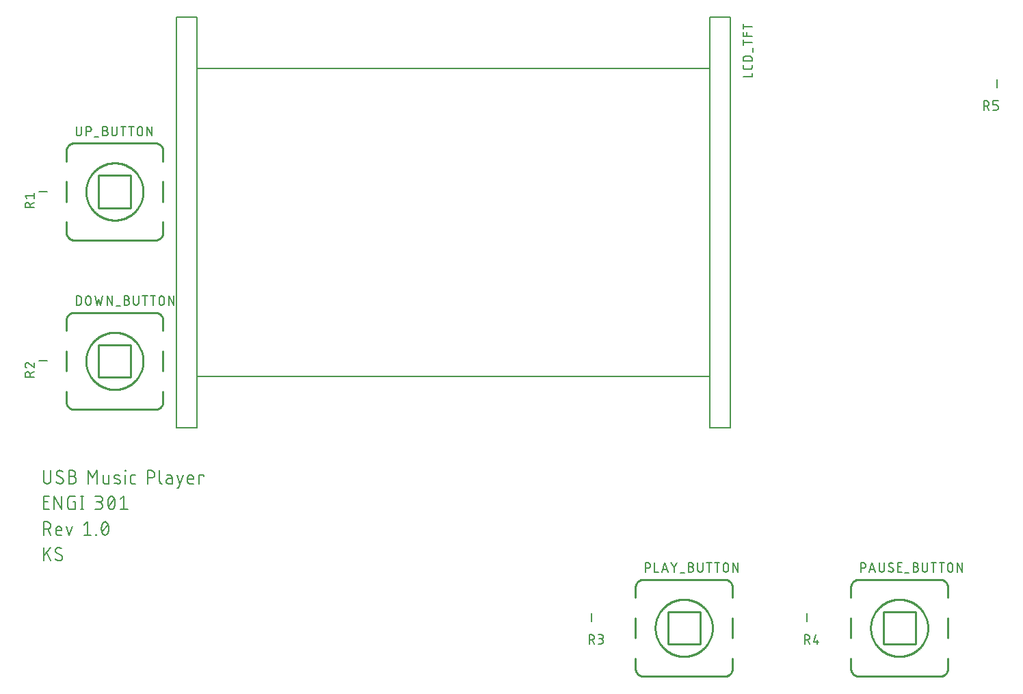
<source format=gbr>
G04 EAGLE Gerber RS-274X export*
G75*
%MOMM*%
%FSLAX34Y34*%
%LPD*%
%INSilkscreen Top*%
%IPPOS*%
%AMOC8*
5,1,8,0,0,1.08239X$1,22.5*%
G01*
%ADD10C,0.152400*%
%ADD11C,0.254000*%
%ADD12C,0.127000*%


D10*
X64262Y309118D02*
X64262Y297378D01*
X64264Y297245D01*
X64270Y297113D01*
X64280Y296981D01*
X64293Y296849D01*
X64311Y296717D01*
X64332Y296587D01*
X64357Y296456D01*
X64386Y296327D01*
X64419Y296199D01*
X64455Y296071D01*
X64495Y295945D01*
X64539Y295820D01*
X64587Y295696D01*
X64638Y295574D01*
X64693Y295453D01*
X64751Y295334D01*
X64813Y295216D01*
X64878Y295101D01*
X64947Y294987D01*
X65018Y294876D01*
X65094Y294767D01*
X65172Y294660D01*
X65253Y294555D01*
X65338Y294453D01*
X65425Y294353D01*
X65515Y294256D01*
X65608Y294161D01*
X65704Y294070D01*
X65802Y293981D01*
X65903Y293895D01*
X66007Y293812D01*
X66113Y293732D01*
X66221Y293656D01*
X66331Y293582D01*
X66444Y293512D01*
X66558Y293445D01*
X66675Y293382D01*
X66793Y293322D01*
X66913Y293265D01*
X67035Y293212D01*
X67158Y293163D01*
X67282Y293117D01*
X67408Y293075D01*
X67535Y293037D01*
X67663Y293002D01*
X67792Y292971D01*
X67921Y292944D01*
X68052Y292921D01*
X68183Y292901D01*
X68315Y292886D01*
X68447Y292874D01*
X68579Y292866D01*
X68712Y292862D01*
X68844Y292862D01*
X68977Y292866D01*
X69109Y292874D01*
X69241Y292886D01*
X69373Y292901D01*
X69504Y292921D01*
X69635Y292944D01*
X69764Y292971D01*
X69893Y293002D01*
X70021Y293037D01*
X70148Y293075D01*
X70274Y293117D01*
X70398Y293163D01*
X70521Y293212D01*
X70643Y293265D01*
X70763Y293322D01*
X70881Y293382D01*
X70998Y293445D01*
X71112Y293512D01*
X71225Y293582D01*
X71335Y293656D01*
X71443Y293732D01*
X71549Y293812D01*
X71653Y293895D01*
X71754Y293981D01*
X71852Y294070D01*
X71948Y294161D01*
X72041Y294256D01*
X72131Y294353D01*
X72218Y294453D01*
X72303Y294555D01*
X72384Y294660D01*
X72462Y294767D01*
X72538Y294876D01*
X72609Y294987D01*
X72678Y295101D01*
X72743Y295216D01*
X72805Y295334D01*
X72863Y295453D01*
X72918Y295574D01*
X72969Y295696D01*
X73017Y295820D01*
X73061Y295945D01*
X73101Y296071D01*
X73137Y296199D01*
X73170Y296327D01*
X73199Y296456D01*
X73224Y296587D01*
X73245Y296717D01*
X73263Y296849D01*
X73276Y296981D01*
X73286Y297113D01*
X73292Y297245D01*
X73294Y297378D01*
X73293Y297378D02*
X73293Y309118D01*
X88924Y296474D02*
X88922Y296356D01*
X88916Y296238D01*
X88907Y296120D01*
X88893Y296003D01*
X88876Y295886D01*
X88855Y295769D01*
X88830Y295654D01*
X88801Y295539D01*
X88768Y295425D01*
X88732Y295313D01*
X88692Y295202D01*
X88649Y295092D01*
X88602Y294983D01*
X88552Y294876D01*
X88497Y294771D01*
X88440Y294668D01*
X88379Y294567D01*
X88315Y294467D01*
X88248Y294370D01*
X88178Y294275D01*
X88104Y294183D01*
X88028Y294092D01*
X87948Y294005D01*
X87866Y293920D01*
X87781Y293838D01*
X87694Y293758D01*
X87603Y293682D01*
X87511Y293608D01*
X87416Y293538D01*
X87319Y293471D01*
X87219Y293407D01*
X87118Y293346D01*
X87015Y293289D01*
X86910Y293234D01*
X86803Y293184D01*
X86694Y293137D01*
X86584Y293094D01*
X86473Y293054D01*
X86361Y293018D01*
X86247Y292985D01*
X86132Y292956D01*
X86017Y292931D01*
X85900Y292910D01*
X85783Y292893D01*
X85666Y292879D01*
X85548Y292870D01*
X85430Y292864D01*
X85312Y292862D01*
X85129Y292864D01*
X84947Y292871D01*
X84765Y292882D01*
X84583Y292897D01*
X84401Y292917D01*
X84220Y292940D01*
X84040Y292969D01*
X83860Y293001D01*
X83681Y293038D01*
X83504Y293079D01*
X83327Y293125D01*
X83151Y293174D01*
X82977Y293228D01*
X82803Y293286D01*
X82632Y293348D01*
X82462Y293414D01*
X82293Y293485D01*
X82126Y293559D01*
X81961Y293637D01*
X81798Y293719D01*
X81637Y293805D01*
X81478Y293895D01*
X81321Y293989D01*
X81167Y294086D01*
X81015Y294187D01*
X80865Y294292D01*
X80718Y294400D01*
X80574Y294511D01*
X80432Y294626D01*
X80293Y294745D01*
X80157Y294867D01*
X80024Y294992D01*
X79894Y295120D01*
X80345Y305506D02*
X80347Y305624D01*
X80353Y305742D01*
X80362Y305860D01*
X80376Y305977D01*
X80393Y306094D01*
X80414Y306211D01*
X80439Y306326D01*
X80468Y306441D01*
X80501Y306555D01*
X80537Y306667D01*
X80577Y306778D01*
X80620Y306888D01*
X80667Y306997D01*
X80717Y307104D01*
X80772Y307209D01*
X80829Y307312D01*
X80890Y307413D01*
X80954Y307513D01*
X81021Y307610D01*
X81091Y307705D01*
X81165Y307797D01*
X81241Y307888D01*
X81321Y307975D01*
X81403Y308060D01*
X81488Y308142D01*
X81575Y308222D01*
X81666Y308298D01*
X81758Y308372D01*
X81853Y308442D01*
X81950Y308509D01*
X82050Y308573D01*
X82151Y308634D01*
X82254Y308692D01*
X82359Y308746D01*
X82466Y308796D01*
X82575Y308843D01*
X82685Y308887D01*
X82796Y308926D01*
X82909Y308962D01*
X83022Y308995D01*
X83137Y309024D01*
X83252Y309049D01*
X83369Y309070D01*
X83486Y309087D01*
X83603Y309101D01*
X83721Y309110D01*
X83839Y309116D01*
X83957Y309118D01*
X84118Y309116D01*
X84280Y309110D01*
X84441Y309101D01*
X84602Y309087D01*
X84762Y309070D01*
X84922Y309049D01*
X85082Y309024D01*
X85241Y308995D01*
X85399Y308963D01*
X85556Y308927D01*
X85712Y308887D01*
X85868Y308843D01*
X86022Y308795D01*
X86175Y308744D01*
X86327Y308690D01*
X86478Y308631D01*
X86627Y308570D01*
X86774Y308504D01*
X86920Y308435D01*
X87065Y308363D01*
X87207Y308287D01*
X87348Y308208D01*
X87487Y308126D01*
X87623Y308040D01*
X87758Y307951D01*
X87891Y307859D01*
X88021Y307763D01*
X82151Y302345D02*
X82050Y302407D01*
X81950Y302472D01*
X81853Y302541D01*
X81758Y302613D01*
X81665Y302687D01*
X81575Y302765D01*
X81487Y302846D01*
X81402Y302929D01*
X81320Y303015D01*
X81241Y303104D01*
X81164Y303195D01*
X81091Y303289D01*
X81020Y303385D01*
X80953Y303483D01*
X80889Y303583D01*
X80828Y303686D01*
X80771Y303790D01*
X80717Y303896D01*
X80667Y304004D01*
X80620Y304113D01*
X80576Y304224D01*
X80536Y304336D01*
X80500Y304450D01*
X80468Y304564D01*
X80439Y304680D01*
X80414Y304796D01*
X80393Y304913D01*
X80376Y305031D01*
X80362Y305149D01*
X80353Y305268D01*
X80347Y305387D01*
X80345Y305506D01*
X87118Y299635D02*
X87219Y299573D01*
X87319Y299508D01*
X87416Y299439D01*
X87511Y299367D01*
X87604Y299293D01*
X87694Y299215D01*
X87782Y299134D01*
X87867Y299051D01*
X87949Y298965D01*
X88028Y298876D01*
X88105Y298785D01*
X88178Y298691D01*
X88249Y298595D01*
X88316Y298497D01*
X88380Y298397D01*
X88441Y298294D01*
X88498Y298190D01*
X88552Y298084D01*
X88602Y297976D01*
X88649Y297867D01*
X88693Y297756D01*
X88733Y297644D01*
X88769Y297530D01*
X88801Y297416D01*
X88830Y297300D01*
X88855Y297184D01*
X88876Y297067D01*
X88893Y296949D01*
X88907Y296831D01*
X88916Y296712D01*
X88922Y296593D01*
X88924Y296474D01*
X87118Y299635D02*
X82151Y302345D01*
X95735Y301893D02*
X100251Y301893D01*
X100251Y301894D02*
X100384Y301892D01*
X100516Y301886D01*
X100648Y301876D01*
X100780Y301863D01*
X100912Y301845D01*
X101042Y301824D01*
X101173Y301799D01*
X101302Y301770D01*
X101430Y301737D01*
X101558Y301701D01*
X101684Y301661D01*
X101809Y301617D01*
X101933Y301569D01*
X102055Y301518D01*
X102176Y301463D01*
X102295Y301405D01*
X102413Y301343D01*
X102528Y301278D01*
X102642Y301209D01*
X102753Y301138D01*
X102862Y301062D01*
X102969Y300984D01*
X103074Y300903D01*
X103176Y300818D01*
X103276Y300731D01*
X103373Y300641D01*
X103468Y300548D01*
X103559Y300452D01*
X103648Y300354D01*
X103734Y300253D01*
X103817Y300149D01*
X103897Y300043D01*
X103973Y299935D01*
X104047Y299825D01*
X104117Y299712D01*
X104184Y299598D01*
X104247Y299481D01*
X104307Y299363D01*
X104364Y299243D01*
X104417Y299121D01*
X104466Y298998D01*
X104512Y298874D01*
X104554Y298748D01*
X104592Y298621D01*
X104627Y298493D01*
X104658Y298364D01*
X104685Y298235D01*
X104708Y298104D01*
X104728Y297973D01*
X104743Y297841D01*
X104755Y297709D01*
X104763Y297577D01*
X104767Y297444D01*
X104767Y297312D01*
X104763Y297179D01*
X104755Y297047D01*
X104743Y296915D01*
X104728Y296783D01*
X104708Y296652D01*
X104685Y296521D01*
X104658Y296392D01*
X104627Y296263D01*
X104592Y296135D01*
X104554Y296008D01*
X104512Y295882D01*
X104466Y295758D01*
X104417Y295635D01*
X104364Y295513D01*
X104307Y295393D01*
X104247Y295275D01*
X104184Y295158D01*
X104117Y295044D01*
X104047Y294931D01*
X103973Y294821D01*
X103897Y294713D01*
X103817Y294607D01*
X103734Y294503D01*
X103648Y294402D01*
X103559Y294304D01*
X103468Y294208D01*
X103373Y294115D01*
X103276Y294025D01*
X103176Y293938D01*
X103074Y293853D01*
X102969Y293772D01*
X102862Y293694D01*
X102753Y293618D01*
X102642Y293547D01*
X102528Y293478D01*
X102413Y293413D01*
X102295Y293351D01*
X102176Y293293D01*
X102055Y293238D01*
X101933Y293187D01*
X101809Y293139D01*
X101684Y293095D01*
X101558Y293055D01*
X101430Y293019D01*
X101302Y292986D01*
X101173Y292957D01*
X101042Y292932D01*
X100912Y292911D01*
X100780Y292893D01*
X100648Y292880D01*
X100516Y292870D01*
X100384Y292864D01*
X100251Y292862D01*
X95735Y292862D01*
X95735Y309118D01*
X100251Y309118D01*
X100370Y309116D01*
X100490Y309110D01*
X100609Y309100D01*
X100727Y309086D01*
X100846Y309069D01*
X100963Y309047D01*
X101080Y309022D01*
X101195Y308992D01*
X101310Y308959D01*
X101424Y308922D01*
X101536Y308882D01*
X101647Y308837D01*
X101756Y308789D01*
X101864Y308738D01*
X101970Y308683D01*
X102074Y308624D01*
X102176Y308562D01*
X102276Y308497D01*
X102374Y308428D01*
X102470Y308356D01*
X102563Y308281D01*
X102653Y308204D01*
X102741Y308123D01*
X102826Y308039D01*
X102908Y307952D01*
X102988Y307863D01*
X103064Y307771D01*
X103138Y307677D01*
X103208Y307580D01*
X103275Y307482D01*
X103339Y307381D01*
X103399Y307277D01*
X103456Y307172D01*
X103509Y307065D01*
X103559Y306957D01*
X103605Y306847D01*
X103647Y306735D01*
X103686Y306622D01*
X103721Y306508D01*
X103752Y306393D01*
X103780Y306276D01*
X103803Y306159D01*
X103823Y306042D01*
X103839Y305923D01*
X103851Y305804D01*
X103859Y305685D01*
X103863Y305566D01*
X103863Y305446D01*
X103859Y305327D01*
X103851Y305208D01*
X103839Y305089D01*
X103823Y304970D01*
X103803Y304853D01*
X103780Y304736D01*
X103752Y304619D01*
X103721Y304504D01*
X103686Y304390D01*
X103647Y304277D01*
X103605Y304165D01*
X103559Y304055D01*
X103509Y303947D01*
X103456Y303840D01*
X103399Y303735D01*
X103339Y303631D01*
X103275Y303530D01*
X103208Y303432D01*
X103138Y303335D01*
X103064Y303241D01*
X102988Y303149D01*
X102908Y303060D01*
X102826Y302973D01*
X102741Y302889D01*
X102653Y302808D01*
X102563Y302731D01*
X102470Y302656D01*
X102374Y302584D01*
X102276Y302515D01*
X102176Y302450D01*
X102074Y302388D01*
X101970Y302329D01*
X101864Y302274D01*
X101756Y302223D01*
X101647Y302175D01*
X101536Y302130D01*
X101424Y302090D01*
X101310Y302053D01*
X101195Y302020D01*
X101080Y301990D01*
X100963Y301965D01*
X100846Y301943D01*
X100727Y301926D01*
X100609Y301912D01*
X100490Y301902D01*
X100370Y301896D01*
X100251Y301894D01*
X119631Y309118D02*
X119631Y292862D01*
X125050Y300087D02*
X119631Y309118D01*
X125050Y300087D02*
X130469Y309118D01*
X130469Y292862D01*
X138111Y295571D02*
X138111Y303699D01*
X138111Y295571D02*
X138113Y295470D01*
X138119Y295369D01*
X138128Y295268D01*
X138141Y295167D01*
X138158Y295067D01*
X138179Y294968D01*
X138203Y294870D01*
X138231Y294773D01*
X138263Y294676D01*
X138298Y294581D01*
X138337Y294488D01*
X138379Y294396D01*
X138425Y294305D01*
X138474Y294217D01*
X138526Y294130D01*
X138582Y294045D01*
X138640Y293962D01*
X138702Y293882D01*
X138767Y293804D01*
X138834Y293728D01*
X138904Y293655D01*
X138977Y293585D01*
X139053Y293518D01*
X139131Y293453D01*
X139211Y293391D01*
X139294Y293333D01*
X139379Y293277D01*
X139466Y293225D01*
X139554Y293176D01*
X139645Y293130D01*
X139737Y293088D01*
X139830Y293049D01*
X139925Y293014D01*
X140022Y292982D01*
X140119Y292954D01*
X140217Y292930D01*
X140316Y292909D01*
X140416Y292892D01*
X140517Y292879D01*
X140618Y292870D01*
X140719Y292864D01*
X140820Y292862D01*
X145336Y292862D01*
X145336Y303699D01*
X153534Y299184D02*
X158049Y297378D01*
X153533Y299184D02*
X153445Y299221D01*
X153359Y299262D01*
X153274Y299306D01*
X153191Y299354D01*
X153111Y299405D01*
X153032Y299459D01*
X152956Y299517D01*
X152882Y299577D01*
X152810Y299641D01*
X152742Y299707D01*
X152676Y299777D01*
X152613Y299848D01*
X152552Y299923D01*
X152495Y299999D01*
X152442Y300078D01*
X152391Y300159D01*
X152344Y300242D01*
X152300Y300327D01*
X152260Y300414D01*
X152223Y300502D01*
X152190Y300592D01*
X152160Y300683D01*
X152135Y300775D01*
X152113Y300868D01*
X152095Y300962D01*
X152080Y301056D01*
X152070Y301151D01*
X152064Y301247D01*
X152061Y301342D01*
X152062Y301438D01*
X152068Y301533D01*
X152077Y301629D01*
X152090Y301723D01*
X152106Y301817D01*
X152127Y301911D01*
X152152Y302003D01*
X152180Y302094D01*
X152212Y302184D01*
X152247Y302273D01*
X152286Y302360D01*
X152329Y302446D01*
X152375Y302530D01*
X152425Y302611D01*
X152477Y302691D01*
X152533Y302769D01*
X152593Y302844D01*
X152655Y302916D01*
X152720Y302986D01*
X152788Y303054D01*
X152858Y303118D01*
X152931Y303180D01*
X153007Y303238D01*
X153085Y303294D01*
X153165Y303346D01*
X153247Y303395D01*
X153331Y303440D01*
X153417Y303482D01*
X153504Y303521D01*
X153593Y303556D01*
X153684Y303587D01*
X153775Y303614D01*
X153868Y303638D01*
X153961Y303658D01*
X154055Y303674D01*
X154150Y303686D01*
X154245Y303695D01*
X154341Y303699D01*
X154436Y303700D01*
X154683Y303693D01*
X154929Y303681D01*
X155175Y303663D01*
X155421Y303638D01*
X155665Y303608D01*
X155909Y303572D01*
X156152Y303531D01*
X156394Y303483D01*
X156635Y303429D01*
X156874Y303370D01*
X157112Y303305D01*
X157348Y303234D01*
X157583Y303158D01*
X157816Y303076D01*
X158046Y302988D01*
X158274Y302895D01*
X158501Y302797D01*
X158050Y297377D02*
X158138Y297340D01*
X158224Y297299D01*
X158309Y297255D01*
X158392Y297207D01*
X158472Y297156D01*
X158551Y297102D01*
X158627Y297044D01*
X158701Y296984D01*
X158773Y296920D01*
X158841Y296854D01*
X158907Y296784D01*
X158970Y296713D01*
X159031Y296638D01*
X159088Y296562D01*
X159141Y296483D01*
X159192Y296402D01*
X159239Y296319D01*
X159283Y296234D01*
X159323Y296147D01*
X159360Y296059D01*
X159393Y295969D01*
X159423Y295878D01*
X159448Y295786D01*
X159470Y295693D01*
X159488Y295599D01*
X159503Y295505D01*
X159513Y295410D01*
X159519Y295314D01*
X159522Y295219D01*
X159521Y295123D01*
X159515Y295028D01*
X159506Y294932D01*
X159493Y294838D01*
X159477Y294744D01*
X159456Y294650D01*
X159431Y294558D01*
X159403Y294467D01*
X159371Y294377D01*
X159336Y294288D01*
X159297Y294201D01*
X159254Y294115D01*
X159208Y294031D01*
X159158Y293950D01*
X159106Y293870D01*
X159050Y293792D01*
X158990Y293717D01*
X158928Y293645D01*
X158863Y293575D01*
X158795Y293507D01*
X158725Y293443D01*
X158652Y293381D01*
X158576Y293323D01*
X158498Y293267D01*
X158418Y293215D01*
X158336Y293166D01*
X158252Y293121D01*
X158166Y293079D01*
X158079Y293040D01*
X157990Y293005D01*
X157899Y292974D01*
X157808Y292947D01*
X157715Y292923D01*
X157622Y292903D01*
X157528Y292887D01*
X157433Y292875D01*
X157338Y292866D01*
X157242Y292862D01*
X157147Y292861D01*
X157146Y292862D02*
X156784Y292871D01*
X156422Y292889D01*
X156061Y292916D01*
X155701Y292951D01*
X155341Y292994D01*
X154982Y293046D01*
X154625Y293107D01*
X154270Y293176D01*
X153916Y293253D01*
X153564Y293339D01*
X153214Y293433D01*
X152866Y293536D01*
X152521Y293646D01*
X152179Y293765D01*
X165691Y292862D02*
X165691Y303699D01*
X165240Y308215D02*
X165240Y309118D01*
X166143Y309118D01*
X166143Y308215D01*
X165240Y308215D01*
X174705Y292862D02*
X178318Y292862D01*
X174705Y292862D02*
X174604Y292864D01*
X174503Y292870D01*
X174402Y292879D01*
X174301Y292892D01*
X174201Y292909D01*
X174102Y292930D01*
X174004Y292954D01*
X173907Y292982D01*
X173810Y293014D01*
X173715Y293049D01*
X173622Y293088D01*
X173530Y293130D01*
X173439Y293176D01*
X173351Y293225D01*
X173264Y293277D01*
X173179Y293333D01*
X173096Y293391D01*
X173016Y293453D01*
X172938Y293518D01*
X172862Y293585D01*
X172789Y293655D01*
X172719Y293728D01*
X172652Y293804D01*
X172587Y293882D01*
X172525Y293962D01*
X172467Y294045D01*
X172411Y294130D01*
X172359Y294217D01*
X172310Y294305D01*
X172264Y294396D01*
X172222Y294488D01*
X172183Y294581D01*
X172148Y294676D01*
X172116Y294773D01*
X172088Y294870D01*
X172064Y294968D01*
X172043Y295067D01*
X172026Y295167D01*
X172013Y295268D01*
X172004Y295369D01*
X171998Y295470D01*
X171996Y295571D01*
X171996Y300990D01*
X171998Y301091D01*
X172004Y301192D01*
X172013Y301293D01*
X172026Y301394D01*
X172043Y301494D01*
X172064Y301593D01*
X172088Y301691D01*
X172116Y301788D01*
X172148Y301885D01*
X172183Y301980D01*
X172222Y302073D01*
X172264Y302165D01*
X172310Y302256D01*
X172359Y302345D01*
X172411Y302431D01*
X172467Y302516D01*
X172525Y302599D01*
X172587Y302679D01*
X172652Y302757D01*
X172719Y302833D01*
X172789Y302906D01*
X172862Y302976D01*
X172938Y303043D01*
X173016Y303108D01*
X173096Y303170D01*
X173179Y303228D01*
X173264Y303284D01*
X173351Y303336D01*
X173439Y303385D01*
X173530Y303431D01*
X173622Y303473D01*
X173715Y303512D01*
X173810Y303547D01*
X173907Y303579D01*
X174004Y303607D01*
X174102Y303631D01*
X174201Y303652D01*
X174301Y303669D01*
X174402Y303682D01*
X174503Y303691D01*
X174604Y303697D01*
X174705Y303699D01*
X178318Y303699D01*
X193170Y309118D02*
X193170Y292862D01*
X193170Y309118D02*
X197686Y309118D01*
X197819Y309116D01*
X197951Y309110D01*
X198083Y309100D01*
X198215Y309087D01*
X198347Y309069D01*
X198477Y309048D01*
X198608Y309023D01*
X198737Y308994D01*
X198865Y308961D01*
X198993Y308925D01*
X199119Y308885D01*
X199244Y308841D01*
X199368Y308793D01*
X199490Y308742D01*
X199611Y308687D01*
X199730Y308629D01*
X199848Y308567D01*
X199963Y308502D01*
X200077Y308433D01*
X200188Y308362D01*
X200297Y308286D01*
X200404Y308208D01*
X200509Y308127D01*
X200611Y308042D01*
X200711Y307955D01*
X200808Y307865D01*
X200903Y307772D01*
X200994Y307676D01*
X201083Y307578D01*
X201169Y307477D01*
X201252Y307373D01*
X201332Y307267D01*
X201408Y307159D01*
X201482Y307049D01*
X201552Y306936D01*
X201619Y306822D01*
X201682Y306705D01*
X201742Y306587D01*
X201799Y306467D01*
X201852Y306345D01*
X201901Y306222D01*
X201947Y306098D01*
X201989Y305972D01*
X202027Y305845D01*
X202062Y305717D01*
X202093Y305588D01*
X202120Y305459D01*
X202143Y305328D01*
X202163Y305197D01*
X202178Y305065D01*
X202190Y304933D01*
X202198Y304801D01*
X202202Y304668D01*
X202202Y304536D01*
X202198Y304403D01*
X202190Y304271D01*
X202178Y304139D01*
X202163Y304007D01*
X202143Y303876D01*
X202120Y303745D01*
X202093Y303616D01*
X202062Y303487D01*
X202027Y303359D01*
X201989Y303232D01*
X201947Y303106D01*
X201901Y302982D01*
X201852Y302859D01*
X201799Y302737D01*
X201742Y302617D01*
X201682Y302499D01*
X201619Y302382D01*
X201552Y302268D01*
X201482Y302155D01*
X201408Y302045D01*
X201332Y301937D01*
X201252Y301831D01*
X201169Y301727D01*
X201083Y301626D01*
X200994Y301528D01*
X200903Y301432D01*
X200808Y301339D01*
X200711Y301249D01*
X200611Y301162D01*
X200509Y301077D01*
X200404Y300996D01*
X200297Y300918D01*
X200188Y300842D01*
X200077Y300771D01*
X199963Y300702D01*
X199848Y300637D01*
X199730Y300575D01*
X199611Y300517D01*
X199490Y300462D01*
X199368Y300411D01*
X199244Y300363D01*
X199119Y300319D01*
X198993Y300279D01*
X198865Y300243D01*
X198737Y300210D01*
X198608Y300181D01*
X198477Y300156D01*
X198347Y300135D01*
X198215Y300117D01*
X198083Y300104D01*
X197951Y300094D01*
X197819Y300088D01*
X197686Y300086D01*
X197686Y300087D02*
X193170Y300087D01*
X208167Y295571D02*
X208167Y309118D01*
X208168Y295571D02*
X208170Y295470D01*
X208176Y295369D01*
X208185Y295268D01*
X208198Y295167D01*
X208215Y295067D01*
X208236Y294968D01*
X208260Y294870D01*
X208288Y294773D01*
X208320Y294676D01*
X208355Y294581D01*
X208394Y294488D01*
X208436Y294396D01*
X208482Y294305D01*
X208531Y294217D01*
X208583Y294130D01*
X208639Y294045D01*
X208697Y293962D01*
X208759Y293882D01*
X208824Y293804D01*
X208891Y293728D01*
X208961Y293655D01*
X209034Y293585D01*
X209110Y293518D01*
X209188Y293453D01*
X209268Y293391D01*
X209351Y293333D01*
X209436Y293277D01*
X209523Y293225D01*
X209611Y293176D01*
X209702Y293130D01*
X209794Y293088D01*
X209887Y293049D01*
X209982Y293014D01*
X210079Y292982D01*
X210176Y292954D01*
X210274Y292930D01*
X210373Y292909D01*
X210473Y292892D01*
X210574Y292879D01*
X210675Y292870D01*
X210776Y292864D01*
X210877Y292862D01*
X219355Y299184D02*
X223419Y299184D01*
X219355Y299184D02*
X219243Y299182D01*
X219132Y299176D01*
X219021Y299166D01*
X218910Y299153D01*
X218800Y299135D01*
X218691Y299113D01*
X218582Y299088D01*
X218474Y299059D01*
X218368Y299026D01*
X218262Y298989D01*
X218158Y298949D01*
X218056Y298905D01*
X217955Y298857D01*
X217856Y298806D01*
X217758Y298751D01*
X217663Y298693D01*
X217570Y298632D01*
X217479Y298567D01*
X217390Y298499D01*
X217304Y298428D01*
X217221Y298355D01*
X217140Y298278D01*
X217061Y298198D01*
X216986Y298116D01*
X216914Y298031D01*
X216844Y297944D01*
X216778Y297854D01*
X216715Y297762D01*
X216655Y297667D01*
X216599Y297571D01*
X216546Y297473D01*
X216497Y297373D01*
X216451Y297271D01*
X216409Y297168D01*
X216370Y297063D01*
X216335Y296957D01*
X216304Y296850D01*
X216277Y296742D01*
X216253Y296633D01*
X216234Y296523D01*
X216218Y296413D01*
X216206Y296302D01*
X216198Y296190D01*
X216194Y296079D01*
X216194Y295967D01*
X216198Y295856D01*
X216206Y295744D01*
X216218Y295633D01*
X216234Y295523D01*
X216253Y295413D01*
X216277Y295304D01*
X216304Y295196D01*
X216335Y295089D01*
X216370Y294983D01*
X216409Y294878D01*
X216451Y294775D01*
X216497Y294673D01*
X216546Y294573D01*
X216599Y294475D01*
X216655Y294379D01*
X216715Y294284D01*
X216778Y294192D01*
X216844Y294102D01*
X216914Y294015D01*
X216986Y293930D01*
X217061Y293848D01*
X217140Y293768D01*
X217221Y293691D01*
X217304Y293618D01*
X217390Y293547D01*
X217479Y293479D01*
X217570Y293414D01*
X217663Y293353D01*
X217758Y293295D01*
X217856Y293240D01*
X217955Y293189D01*
X218056Y293141D01*
X218158Y293097D01*
X218262Y293057D01*
X218368Y293020D01*
X218474Y292987D01*
X218582Y292958D01*
X218691Y292933D01*
X218800Y292911D01*
X218910Y292893D01*
X219021Y292880D01*
X219132Y292870D01*
X219243Y292864D01*
X219355Y292862D01*
X223419Y292862D01*
X223419Y300990D01*
X223418Y300990D02*
X223416Y301091D01*
X223410Y301192D01*
X223401Y301293D01*
X223388Y301394D01*
X223371Y301494D01*
X223350Y301593D01*
X223326Y301691D01*
X223298Y301788D01*
X223266Y301885D01*
X223231Y301980D01*
X223192Y302073D01*
X223150Y302165D01*
X223104Y302256D01*
X223055Y302345D01*
X223003Y302431D01*
X222947Y302516D01*
X222889Y302599D01*
X222827Y302679D01*
X222762Y302757D01*
X222695Y302833D01*
X222625Y302906D01*
X222552Y302976D01*
X222476Y303043D01*
X222398Y303108D01*
X222318Y303170D01*
X222235Y303228D01*
X222150Y303284D01*
X222064Y303336D01*
X221975Y303385D01*
X221884Y303431D01*
X221792Y303473D01*
X221699Y303512D01*
X221604Y303547D01*
X221507Y303579D01*
X221410Y303607D01*
X221312Y303631D01*
X221213Y303652D01*
X221113Y303669D01*
X221012Y303682D01*
X220911Y303691D01*
X220810Y303697D01*
X220709Y303699D01*
X217097Y303699D01*
X229814Y287443D02*
X231620Y287443D01*
X237039Y303699D01*
X229814Y303699D02*
X233426Y292862D01*
X245549Y292862D02*
X250065Y292862D01*
X245549Y292862D02*
X245448Y292864D01*
X245347Y292870D01*
X245246Y292879D01*
X245145Y292892D01*
X245045Y292909D01*
X244946Y292930D01*
X244848Y292954D01*
X244751Y292982D01*
X244654Y293014D01*
X244559Y293049D01*
X244466Y293088D01*
X244374Y293130D01*
X244283Y293176D01*
X244195Y293225D01*
X244108Y293277D01*
X244023Y293333D01*
X243940Y293391D01*
X243860Y293453D01*
X243782Y293518D01*
X243706Y293585D01*
X243633Y293655D01*
X243563Y293728D01*
X243496Y293804D01*
X243431Y293882D01*
X243369Y293962D01*
X243311Y294045D01*
X243255Y294130D01*
X243203Y294217D01*
X243154Y294305D01*
X243108Y294396D01*
X243066Y294488D01*
X243027Y294581D01*
X242992Y294676D01*
X242960Y294773D01*
X242932Y294870D01*
X242908Y294968D01*
X242887Y295067D01*
X242870Y295167D01*
X242857Y295268D01*
X242848Y295369D01*
X242842Y295470D01*
X242840Y295571D01*
X242840Y300087D01*
X242842Y300206D01*
X242848Y300326D01*
X242858Y300445D01*
X242872Y300563D01*
X242889Y300682D01*
X242911Y300799D01*
X242936Y300916D01*
X242966Y301031D01*
X242999Y301146D01*
X243036Y301260D01*
X243076Y301372D01*
X243121Y301483D01*
X243169Y301592D01*
X243220Y301700D01*
X243275Y301806D01*
X243334Y301910D01*
X243396Y302012D01*
X243461Y302112D01*
X243530Y302210D01*
X243602Y302306D01*
X243677Y302399D01*
X243754Y302489D01*
X243835Y302577D01*
X243919Y302662D01*
X244006Y302744D01*
X244095Y302824D01*
X244187Y302900D01*
X244281Y302974D01*
X244378Y303044D01*
X244476Y303111D01*
X244577Y303175D01*
X244681Y303235D01*
X244786Y303292D01*
X244893Y303345D01*
X245001Y303395D01*
X245111Y303441D01*
X245223Y303483D01*
X245336Y303522D01*
X245450Y303557D01*
X245565Y303588D01*
X245682Y303616D01*
X245799Y303639D01*
X245916Y303659D01*
X246035Y303675D01*
X246154Y303687D01*
X246273Y303695D01*
X246392Y303699D01*
X246512Y303699D01*
X246631Y303695D01*
X246750Y303687D01*
X246869Y303675D01*
X246988Y303659D01*
X247105Y303639D01*
X247222Y303616D01*
X247339Y303588D01*
X247454Y303557D01*
X247568Y303522D01*
X247681Y303483D01*
X247793Y303441D01*
X247903Y303395D01*
X248011Y303345D01*
X248118Y303292D01*
X248223Y303235D01*
X248327Y303175D01*
X248428Y303111D01*
X248526Y303044D01*
X248623Y302974D01*
X248717Y302900D01*
X248809Y302824D01*
X248898Y302744D01*
X248985Y302662D01*
X249069Y302577D01*
X249150Y302489D01*
X249227Y302399D01*
X249302Y302306D01*
X249374Y302210D01*
X249443Y302112D01*
X249508Y302012D01*
X249570Y301910D01*
X249629Y301806D01*
X249684Y301700D01*
X249735Y301592D01*
X249783Y301483D01*
X249828Y301372D01*
X249868Y301260D01*
X249905Y301146D01*
X249938Y301031D01*
X249968Y300916D01*
X249993Y300799D01*
X250015Y300682D01*
X250032Y300563D01*
X250046Y300445D01*
X250056Y300326D01*
X250062Y300206D01*
X250064Y300087D01*
X250065Y300087D02*
X250065Y298281D01*
X242840Y298281D01*
X256993Y292862D02*
X256993Y303699D01*
X262412Y303699D01*
X262412Y301893D01*
X71487Y261112D02*
X64262Y261112D01*
X64262Y277368D01*
X71487Y277368D01*
X69681Y270143D02*
X64262Y270143D01*
X77779Y277368D02*
X77779Y261112D01*
X86810Y261112D02*
X77779Y277368D01*
X86810Y277368D02*
X86810Y261112D01*
X100774Y270143D02*
X103484Y270143D01*
X103484Y261112D01*
X98065Y261112D01*
X97947Y261114D01*
X97829Y261120D01*
X97711Y261129D01*
X97594Y261143D01*
X97477Y261160D01*
X97360Y261181D01*
X97245Y261206D01*
X97130Y261235D01*
X97016Y261268D01*
X96904Y261304D01*
X96793Y261344D01*
X96683Y261387D01*
X96574Y261434D01*
X96467Y261484D01*
X96362Y261539D01*
X96259Y261596D01*
X96158Y261657D01*
X96058Y261721D01*
X95961Y261788D01*
X95866Y261858D01*
X95774Y261932D01*
X95683Y262008D01*
X95596Y262088D01*
X95511Y262170D01*
X95429Y262255D01*
X95349Y262342D01*
X95273Y262433D01*
X95199Y262525D01*
X95129Y262620D01*
X95062Y262717D01*
X94998Y262817D01*
X94937Y262918D01*
X94880Y263021D01*
X94825Y263126D01*
X94775Y263233D01*
X94728Y263342D01*
X94685Y263452D01*
X94645Y263563D01*
X94609Y263675D01*
X94576Y263789D01*
X94547Y263904D01*
X94522Y264019D01*
X94501Y264136D01*
X94484Y264253D01*
X94470Y264370D01*
X94461Y264488D01*
X94455Y264606D01*
X94453Y264724D01*
X94453Y273756D01*
X94455Y273874D01*
X94461Y273992D01*
X94470Y274110D01*
X94484Y274227D01*
X94501Y274344D01*
X94522Y274461D01*
X94547Y274576D01*
X94576Y274691D01*
X94609Y274805D01*
X94645Y274917D01*
X94685Y275028D01*
X94728Y275138D01*
X94775Y275247D01*
X94825Y275354D01*
X94879Y275459D01*
X94937Y275562D01*
X94998Y275663D01*
X95062Y275763D01*
X95129Y275860D01*
X95199Y275955D01*
X95273Y276047D01*
X95349Y276138D01*
X95429Y276225D01*
X95511Y276310D01*
X95596Y276392D01*
X95683Y276472D01*
X95774Y276548D01*
X95866Y276622D01*
X95961Y276692D01*
X96058Y276759D01*
X96158Y276823D01*
X96259Y276884D01*
X96362Y276941D01*
X96467Y276995D01*
X96574Y277046D01*
X96683Y277093D01*
X96793Y277136D01*
X96904Y277176D01*
X97016Y277212D01*
X97130Y277245D01*
X97245Y277274D01*
X97360Y277299D01*
X97477Y277320D01*
X97594Y277337D01*
X97711Y277351D01*
X97829Y277360D01*
X97947Y277366D01*
X98065Y277368D01*
X103484Y277368D01*
X111994Y277368D02*
X111994Y261112D01*
X110188Y261112D02*
X113800Y261112D01*
X113800Y277368D02*
X110188Y277368D01*
X128320Y261112D02*
X132836Y261112D01*
X132969Y261114D01*
X133101Y261120D01*
X133233Y261130D01*
X133365Y261143D01*
X133497Y261161D01*
X133627Y261182D01*
X133758Y261207D01*
X133887Y261236D01*
X134015Y261269D01*
X134143Y261305D01*
X134269Y261345D01*
X134394Y261389D01*
X134518Y261437D01*
X134640Y261488D01*
X134761Y261543D01*
X134880Y261601D01*
X134998Y261663D01*
X135113Y261728D01*
X135227Y261797D01*
X135338Y261868D01*
X135447Y261944D01*
X135554Y262022D01*
X135659Y262103D01*
X135761Y262188D01*
X135861Y262275D01*
X135958Y262365D01*
X136053Y262458D01*
X136144Y262554D01*
X136233Y262652D01*
X136319Y262753D01*
X136402Y262857D01*
X136482Y262963D01*
X136558Y263071D01*
X136632Y263181D01*
X136702Y263294D01*
X136769Y263408D01*
X136832Y263525D01*
X136892Y263643D01*
X136949Y263763D01*
X137002Y263885D01*
X137051Y264008D01*
X137097Y264132D01*
X137139Y264258D01*
X137177Y264385D01*
X137212Y264513D01*
X137243Y264642D01*
X137270Y264771D01*
X137293Y264902D01*
X137313Y265033D01*
X137328Y265165D01*
X137340Y265297D01*
X137348Y265429D01*
X137352Y265562D01*
X137352Y265694D01*
X137348Y265827D01*
X137340Y265959D01*
X137328Y266091D01*
X137313Y266223D01*
X137293Y266354D01*
X137270Y266485D01*
X137243Y266614D01*
X137212Y266743D01*
X137177Y266871D01*
X137139Y266998D01*
X137097Y267124D01*
X137051Y267248D01*
X137002Y267371D01*
X136949Y267493D01*
X136892Y267613D01*
X136832Y267731D01*
X136769Y267848D01*
X136702Y267962D01*
X136632Y268075D01*
X136558Y268185D01*
X136482Y268293D01*
X136402Y268399D01*
X136319Y268503D01*
X136233Y268604D01*
X136144Y268702D01*
X136053Y268798D01*
X135958Y268891D01*
X135861Y268981D01*
X135761Y269068D01*
X135659Y269153D01*
X135554Y269234D01*
X135447Y269312D01*
X135338Y269388D01*
X135227Y269459D01*
X135113Y269528D01*
X134998Y269593D01*
X134880Y269655D01*
X134761Y269713D01*
X134640Y269768D01*
X134518Y269819D01*
X134394Y269867D01*
X134269Y269911D01*
X134143Y269951D01*
X134015Y269987D01*
X133887Y270020D01*
X133758Y270049D01*
X133627Y270074D01*
X133497Y270095D01*
X133365Y270113D01*
X133233Y270126D01*
X133101Y270136D01*
X132969Y270142D01*
X132836Y270144D01*
X133739Y277368D02*
X128320Y277368D01*
X133739Y277368D02*
X133858Y277366D01*
X133978Y277360D01*
X134097Y277350D01*
X134215Y277336D01*
X134334Y277319D01*
X134451Y277297D01*
X134568Y277272D01*
X134683Y277242D01*
X134798Y277209D01*
X134912Y277172D01*
X135024Y277132D01*
X135135Y277087D01*
X135244Y277039D01*
X135352Y276988D01*
X135458Y276933D01*
X135562Y276874D01*
X135664Y276812D01*
X135764Y276747D01*
X135862Y276678D01*
X135958Y276606D01*
X136051Y276531D01*
X136141Y276454D01*
X136229Y276373D01*
X136314Y276289D01*
X136396Y276202D01*
X136476Y276113D01*
X136552Y276021D01*
X136626Y275927D01*
X136696Y275830D01*
X136763Y275732D01*
X136827Y275631D01*
X136887Y275527D01*
X136944Y275422D01*
X136997Y275315D01*
X137047Y275207D01*
X137093Y275097D01*
X137135Y274985D01*
X137174Y274872D01*
X137209Y274758D01*
X137240Y274643D01*
X137268Y274526D01*
X137291Y274409D01*
X137311Y274292D01*
X137327Y274173D01*
X137339Y274054D01*
X137347Y273935D01*
X137351Y273816D01*
X137351Y273696D01*
X137347Y273577D01*
X137339Y273458D01*
X137327Y273339D01*
X137311Y273220D01*
X137291Y273103D01*
X137268Y272986D01*
X137240Y272869D01*
X137209Y272754D01*
X137174Y272640D01*
X137135Y272527D01*
X137093Y272415D01*
X137047Y272305D01*
X136997Y272197D01*
X136944Y272090D01*
X136887Y271985D01*
X136827Y271881D01*
X136763Y271780D01*
X136696Y271682D01*
X136626Y271585D01*
X136552Y271491D01*
X136476Y271399D01*
X136396Y271310D01*
X136314Y271223D01*
X136229Y271139D01*
X136141Y271058D01*
X136051Y270981D01*
X135958Y270906D01*
X135862Y270834D01*
X135764Y270765D01*
X135664Y270700D01*
X135562Y270638D01*
X135458Y270579D01*
X135352Y270524D01*
X135244Y270473D01*
X135135Y270425D01*
X135024Y270380D01*
X134912Y270340D01*
X134798Y270303D01*
X134683Y270270D01*
X134568Y270240D01*
X134451Y270215D01*
X134334Y270193D01*
X134215Y270176D01*
X134097Y270162D01*
X133978Y270152D01*
X133858Y270146D01*
X133739Y270144D01*
X133739Y270143D02*
X130126Y270143D01*
X143952Y269240D02*
X143956Y269560D01*
X143967Y269879D01*
X143986Y270199D01*
X144013Y270517D01*
X144047Y270835D01*
X144089Y271152D01*
X144139Y271468D01*
X144196Y271783D01*
X144260Y272096D01*
X144332Y272408D01*
X144411Y272718D01*
X144498Y273025D01*
X144592Y273331D01*
X144693Y273634D01*
X144802Y273935D01*
X144917Y274233D01*
X145040Y274529D01*
X145170Y274821D01*
X145307Y275110D01*
X145306Y275111D02*
X145345Y275219D01*
X145388Y275326D01*
X145434Y275431D01*
X145485Y275535D01*
X145538Y275637D01*
X145595Y275737D01*
X145656Y275835D01*
X145720Y275930D01*
X145787Y276024D01*
X145858Y276115D01*
X145931Y276204D01*
X146008Y276290D01*
X146087Y276373D01*
X146169Y276454D01*
X146254Y276532D01*
X146342Y276606D01*
X146432Y276678D01*
X146524Y276746D01*
X146619Y276812D01*
X146716Y276874D01*
X146815Y276932D01*
X146917Y276988D01*
X147019Y277039D01*
X147124Y277087D01*
X147230Y277132D01*
X147338Y277173D01*
X147447Y277210D01*
X147557Y277243D01*
X147669Y277272D01*
X147781Y277298D01*
X147894Y277320D01*
X148008Y277337D01*
X148122Y277351D01*
X148237Y277361D01*
X148352Y277367D01*
X148467Y277369D01*
X148467Y277368D02*
X148582Y277366D01*
X148697Y277360D01*
X148812Y277350D01*
X148926Y277336D01*
X149040Y277319D01*
X149153Y277297D01*
X149265Y277271D01*
X149377Y277242D01*
X149487Y277209D01*
X149596Y277172D01*
X149704Y277131D01*
X149810Y277086D01*
X149915Y277038D01*
X150017Y276987D01*
X150118Y276931D01*
X150218Y276873D01*
X150315Y276811D01*
X150409Y276746D01*
X150502Y276677D01*
X150592Y276605D01*
X150680Y276531D01*
X150765Y276453D01*
X150847Y276372D01*
X150926Y276289D01*
X151003Y276203D01*
X151076Y276114D01*
X151147Y276023D01*
X151214Y275929D01*
X151278Y275834D01*
X151339Y275736D01*
X151396Y275636D01*
X151449Y275534D01*
X151500Y275430D01*
X151546Y275325D01*
X151589Y275218D01*
X151628Y275110D01*
X151627Y275110D02*
X151764Y274821D01*
X151894Y274529D01*
X152017Y274233D01*
X152132Y273935D01*
X152241Y273634D01*
X152342Y273331D01*
X152436Y273025D01*
X152523Y272718D01*
X152602Y272408D01*
X152674Y272096D01*
X152738Y271783D01*
X152795Y271468D01*
X152845Y271152D01*
X152887Y270835D01*
X152921Y270517D01*
X152948Y270199D01*
X152967Y269879D01*
X152978Y269560D01*
X152982Y269240D01*
X143952Y269240D02*
X143956Y268920D01*
X143967Y268601D01*
X143986Y268281D01*
X144013Y267963D01*
X144047Y267645D01*
X144089Y267328D01*
X144139Y267012D01*
X144196Y266697D01*
X144260Y266384D01*
X144332Y266072D01*
X144411Y265762D01*
X144498Y265455D01*
X144592Y265149D01*
X144693Y264846D01*
X144802Y264545D01*
X144917Y264247D01*
X145040Y263951D01*
X145170Y263659D01*
X145307Y263370D01*
X145306Y263370D02*
X145345Y263262D01*
X145388Y263155D01*
X145434Y263050D01*
X145485Y262946D01*
X145538Y262844D01*
X145595Y262744D01*
X145656Y262646D01*
X145720Y262551D01*
X145787Y262457D01*
X145858Y262366D01*
X145931Y262277D01*
X146008Y262191D01*
X146087Y262108D01*
X146169Y262027D01*
X146254Y261949D01*
X146342Y261875D01*
X146432Y261803D01*
X146525Y261734D01*
X146619Y261669D01*
X146716Y261607D01*
X146816Y261549D01*
X146917Y261493D01*
X147019Y261442D01*
X147124Y261394D01*
X147230Y261349D01*
X147338Y261308D01*
X147447Y261271D01*
X147557Y261238D01*
X147669Y261209D01*
X147781Y261183D01*
X147894Y261161D01*
X148008Y261144D01*
X148122Y261130D01*
X148237Y261120D01*
X148352Y261114D01*
X148467Y261112D01*
X151627Y263370D02*
X151764Y263659D01*
X151894Y263951D01*
X152017Y264247D01*
X152132Y264545D01*
X152241Y264846D01*
X152342Y265149D01*
X152436Y265455D01*
X152523Y265762D01*
X152602Y266072D01*
X152674Y266384D01*
X152738Y266697D01*
X152795Y267012D01*
X152845Y267328D01*
X152887Y267645D01*
X152921Y267963D01*
X152948Y268281D01*
X152967Y268601D01*
X152978Y268920D01*
X152982Y269240D01*
X151628Y263370D02*
X151589Y263262D01*
X151546Y263155D01*
X151500Y263050D01*
X151449Y262946D01*
X151396Y262844D01*
X151339Y262744D01*
X151278Y262646D01*
X151214Y262551D01*
X151147Y262457D01*
X151076Y262366D01*
X151003Y262277D01*
X150926Y262191D01*
X150847Y262108D01*
X150765Y262027D01*
X150680Y261949D01*
X150592Y261875D01*
X150502Y261803D01*
X150409Y261734D01*
X150315Y261669D01*
X150218Y261607D01*
X150118Y261549D01*
X150017Y261493D01*
X149914Y261442D01*
X149810Y261394D01*
X149704Y261349D01*
X149596Y261308D01*
X149487Y261271D01*
X149377Y261238D01*
X149265Y261209D01*
X149153Y261183D01*
X149040Y261161D01*
X148926Y261144D01*
X148812Y261130D01*
X148697Y261120D01*
X148582Y261114D01*
X148467Y261112D01*
X144855Y264724D02*
X152079Y273756D01*
X159583Y273756D02*
X164098Y277368D01*
X164098Y261112D01*
X159583Y261112D02*
X168614Y261112D01*
X64262Y245618D02*
X64262Y229362D01*
X64262Y245618D02*
X68778Y245618D01*
X68911Y245616D01*
X69043Y245610D01*
X69175Y245600D01*
X69307Y245587D01*
X69439Y245569D01*
X69569Y245548D01*
X69700Y245523D01*
X69829Y245494D01*
X69957Y245461D01*
X70085Y245425D01*
X70211Y245385D01*
X70336Y245341D01*
X70460Y245293D01*
X70582Y245242D01*
X70703Y245187D01*
X70822Y245129D01*
X70940Y245067D01*
X71055Y245002D01*
X71169Y244933D01*
X71280Y244862D01*
X71389Y244786D01*
X71496Y244708D01*
X71601Y244627D01*
X71703Y244542D01*
X71803Y244455D01*
X71900Y244365D01*
X71995Y244272D01*
X72086Y244176D01*
X72175Y244078D01*
X72261Y243977D01*
X72344Y243873D01*
X72424Y243767D01*
X72500Y243659D01*
X72574Y243549D01*
X72644Y243436D01*
X72711Y243322D01*
X72774Y243205D01*
X72834Y243087D01*
X72891Y242967D01*
X72944Y242845D01*
X72993Y242722D01*
X73039Y242598D01*
X73081Y242472D01*
X73119Y242345D01*
X73154Y242217D01*
X73185Y242088D01*
X73212Y241959D01*
X73235Y241828D01*
X73255Y241697D01*
X73270Y241565D01*
X73282Y241433D01*
X73290Y241301D01*
X73294Y241168D01*
X73294Y241036D01*
X73290Y240903D01*
X73282Y240771D01*
X73270Y240639D01*
X73255Y240507D01*
X73235Y240376D01*
X73212Y240245D01*
X73185Y240116D01*
X73154Y239987D01*
X73119Y239859D01*
X73081Y239732D01*
X73039Y239606D01*
X72993Y239482D01*
X72944Y239359D01*
X72891Y239237D01*
X72834Y239117D01*
X72774Y238999D01*
X72711Y238882D01*
X72644Y238768D01*
X72574Y238655D01*
X72500Y238545D01*
X72424Y238437D01*
X72344Y238331D01*
X72261Y238227D01*
X72175Y238126D01*
X72086Y238028D01*
X71995Y237932D01*
X71900Y237839D01*
X71803Y237749D01*
X71703Y237662D01*
X71601Y237577D01*
X71496Y237496D01*
X71389Y237418D01*
X71280Y237342D01*
X71169Y237271D01*
X71055Y237202D01*
X70940Y237137D01*
X70822Y237075D01*
X70703Y237017D01*
X70582Y236962D01*
X70460Y236911D01*
X70336Y236863D01*
X70211Y236819D01*
X70085Y236779D01*
X69957Y236743D01*
X69829Y236710D01*
X69700Y236681D01*
X69569Y236656D01*
X69439Y236635D01*
X69307Y236617D01*
X69175Y236604D01*
X69043Y236594D01*
X68911Y236588D01*
X68778Y236586D01*
X68778Y236587D02*
X64262Y236587D01*
X69681Y236587D02*
X73293Y229362D01*
X82372Y229362D02*
X86888Y229362D01*
X82372Y229362D02*
X82271Y229364D01*
X82170Y229370D01*
X82069Y229379D01*
X81968Y229392D01*
X81868Y229409D01*
X81769Y229430D01*
X81671Y229454D01*
X81574Y229482D01*
X81477Y229514D01*
X81382Y229549D01*
X81289Y229588D01*
X81197Y229630D01*
X81106Y229676D01*
X81018Y229725D01*
X80931Y229777D01*
X80846Y229833D01*
X80763Y229891D01*
X80683Y229953D01*
X80605Y230018D01*
X80529Y230085D01*
X80456Y230155D01*
X80386Y230228D01*
X80319Y230304D01*
X80254Y230382D01*
X80192Y230462D01*
X80134Y230545D01*
X80078Y230630D01*
X80026Y230717D01*
X79977Y230805D01*
X79931Y230896D01*
X79889Y230988D01*
X79850Y231081D01*
X79815Y231176D01*
X79783Y231273D01*
X79755Y231370D01*
X79731Y231468D01*
X79710Y231567D01*
X79693Y231667D01*
X79680Y231768D01*
X79671Y231869D01*
X79665Y231970D01*
X79663Y232071D01*
X79663Y236587D01*
X79665Y236706D01*
X79671Y236826D01*
X79681Y236945D01*
X79695Y237063D01*
X79712Y237182D01*
X79734Y237299D01*
X79759Y237416D01*
X79789Y237531D01*
X79822Y237646D01*
X79859Y237760D01*
X79899Y237872D01*
X79944Y237983D01*
X79992Y238092D01*
X80043Y238200D01*
X80098Y238306D01*
X80157Y238410D01*
X80219Y238512D01*
X80284Y238612D01*
X80353Y238710D01*
X80425Y238806D01*
X80500Y238899D01*
X80577Y238989D01*
X80658Y239077D01*
X80742Y239162D01*
X80829Y239244D01*
X80918Y239324D01*
X81010Y239400D01*
X81104Y239474D01*
X81201Y239544D01*
X81299Y239611D01*
X81400Y239675D01*
X81504Y239735D01*
X81609Y239792D01*
X81716Y239845D01*
X81824Y239895D01*
X81934Y239941D01*
X82046Y239983D01*
X82159Y240022D01*
X82273Y240057D01*
X82388Y240088D01*
X82505Y240116D01*
X82622Y240139D01*
X82739Y240159D01*
X82858Y240175D01*
X82977Y240187D01*
X83096Y240195D01*
X83215Y240199D01*
X83335Y240199D01*
X83454Y240195D01*
X83573Y240187D01*
X83692Y240175D01*
X83811Y240159D01*
X83928Y240139D01*
X84045Y240116D01*
X84162Y240088D01*
X84277Y240057D01*
X84391Y240022D01*
X84504Y239983D01*
X84616Y239941D01*
X84726Y239895D01*
X84834Y239845D01*
X84941Y239792D01*
X85046Y239735D01*
X85150Y239675D01*
X85251Y239611D01*
X85349Y239544D01*
X85446Y239474D01*
X85540Y239400D01*
X85632Y239324D01*
X85721Y239244D01*
X85808Y239162D01*
X85892Y239077D01*
X85973Y238989D01*
X86050Y238899D01*
X86125Y238806D01*
X86197Y238710D01*
X86266Y238612D01*
X86331Y238512D01*
X86393Y238410D01*
X86452Y238306D01*
X86507Y238200D01*
X86558Y238092D01*
X86606Y237983D01*
X86651Y237872D01*
X86691Y237760D01*
X86728Y237646D01*
X86761Y237531D01*
X86791Y237416D01*
X86816Y237299D01*
X86838Y237182D01*
X86855Y237063D01*
X86869Y236945D01*
X86879Y236826D01*
X86885Y236706D01*
X86887Y236587D01*
X86888Y236587D02*
X86888Y234781D01*
X79663Y234781D01*
X92689Y240199D02*
X96301Y229362D01*
X99914Y240199D01*
X114190Y242006D02*
X118706Y245618D01*
X118706Y229362D01*
X123221Y229362D02*
X114190Y229362D01*
X129196Y229362D02*
X129196Y230265D01*
X130099Y230265D01*
X130099Y229362D01*
X129196Y229362D01*
X136074Y237490D02*
X136078Y237810D01*
X136089Y238129D01*
X136108Y238449D01*
X136135Y238767D01*
X136169Y239085D01*
X136211Y239402D01*
X136261Y239718D01*
X136318Y240033D01*
X136382Y240346D01*
X136454Y240658D01*
X136533Y240968D01*
X136620Y241275D01*
X136714Y241581D01*
X136815Y241884D01*
X136924Y242185D01*
X137039Y242483D01*
X137162Y242779D01*
X137292Y243071D01*
X137429Y243360D01*
X137429Y243361D02*
X137468Y243469D01*
X137511Y243576D01*
X137557Y243681D01*
X137608Y243785D01*
X137661Y243887D01*
X137718Y243987D01*
X137779Y244085D01*
X137843Y244180D01*
X137910Y244274D01*
X137981Y244365D01*
X138054Y244454D01*
X138131Y244540D01*
X138210Y244623D01*
X138292Y244704D01*
X138377Y244782D01*
X138465Y244856D01*
X138555Y244928D01*
X138647Y244996D01*
X138742Y245062D01*
X138839Y245124D01*
X138938Y245182D01*
X139040Y245238D01*
X139142Y245289D01*
X139247Y245337D01*
X139353Y245382D01*
X139461Y245423D01*
X139570Y245460D01*
X139680Y245493D01*
X139792Y245522D01*
X139904Y245548D01*
X140017Y245570D01*
X140131Y245587D01*
X140245Y245601D01*
X140360Y245611D01*
X140475Y245617D01*
X140590Y245619D01*
X140590Y245618D02*
X140705Y245616D01*
X140820Y245610D01*
X140935Y245600D01*
X141049Y245586D01*
X141163Y245569D01*
X141276Y245547D01*
X141388Y245521D01*
X141500Y245492D01*
X141610Y245459D01*
X141719Y245422D01*
X141827Y245381D01*
X141933Y245336D01*
X142038Y245288D01*
X142140Y245237D01*
X142241Y245181D01*
X142341Y245123D01*
X142438Y245061D01*
X142532Y244996D01*
X142625Y244927D01*
X142715Y244855D01*
X142803Y244781D01*
X142888Y244703D01*
X142970Y244622D01*
X143049Y244539D01*
X143126Y244453D01*
X143199Y244364D01*
X143270Y244273D01*
X143337Y244179D01*
X143401Y244084D01*
X143462Y243986D01*
X143519Y243886D01*
X143572Y243784D01*
X143623Y243680D01*
X143669Y243575D01*
X143712Y243468D01*
X143751Y243360D01*
X143750Y243360D02*
X143887Y243071D01*
X144017Y242779D01*
X144140Y242483D01*
X144255Y242185D01*
X144364Y241884D01*
X144465Y241581D01*
X144559Y241275D01*
X144646Y240968D01*
X144725Y240658D01*
X144797Y240346D01*
X144861Y240033D01*
X144918Y239718D01*
X144968Y239402D01*
X145010Y239085D01*
X145044Y238767D01*
X145071Y238449D01*
X145090Y238129D01*
X145101Y237810D01*
X145105Y237490D01*
X136074Y237490D02*
X136078Y237170D01*
X136089Y236851D01*
X136108Y236531D01*
X136135Y236213D01*
X136169Y235895D01*
X136211Y235578D01*
X136261Y235262D01*
X136318Y234947D01*
X136382Y234634D01*
X136454Y234322D01*
X136533Y234012D01*
X136620Y233705D01*
X136714Y233399D01*
X136815Y233096D01*
X136924Y232795D01*
X137039Y232497D01*
X137162Y232201D01*
X137292Y231909D01*
X137429Y231620D01*
X137468Y231512D01*
X137511Y231405D01*
X137557Y231300D01*
X137608Y231196D01*
X137661Y231094D01*
X137718Y230994D01*
X137779Y230896D01*
X137843Y230801D01*
X137910Y230707D01*
X137981Y230616D01*
X138054Y230527D01*
X138131Y230441D01*
X138210Y230358D01*
X138292Y230277D01*
X138377Y230199D01*
X138465Y230125D01*
X138555Y230053D01*
X138648Y229984D01*
X138742Y229919D01*
X138839Y229857D01*
X138939Y229799D01*
X139040Y229743D01*
X139142Y229692D01*
X139247Y229644D01*
X139353Y229599D01*
X139461Y229558D01*
X139570Y229521D01*
X139680Y229488D01*
X139792Y229459D01*
X139904Y229433D01*
X140017Y229411D01*
X140131Y229394D01*
X140245Y229380D01*
X140360Y229370D01*
X140475Y229364D01*
X140590Y229362D01*
X143750Y231620D02*
X143887Y231909D01*
X144017Y232201D01*
X144140Y232497D01*
X144255Y232795D01*
X144364Y233096D01*
X144465Y233399D01*
X144559Y233705D01*
X144646Y234012D01*
X144725Y234322D01*
X144797Y234634D01*
X144861Y234947D01*
X144918Y235262D01*
X144968Y235578D01*
X145010Y235895D01*
X145044Y236213D01*
X145071Y236531D01*
X145090Y236851D01*
X145101Y237170D01*
X145105Y237490D01*
X143751Y231620D02*
X143712Y231512D01*
X143669Y231405D01*
X143623Y231300D01*
X143572Y231196D01*
X143519Y231094D01*
X143462Y230994D01*
X143401Y230896D01*
X143337Y230801D01*
X143270Y230707D01*
X143199Y230616D01*
X143126Y230527D01*
X143049Y230441D01*
X142970Y230358D01*
X142888Y230277D01*
X142803Y230199D01*
X142715Y230125D01*
X142625Y230053D01*
X142532Y229984D01*
X142438Y229919D01*
X142341Y229857D01*
X142241Y229799D01*
X142140Y229743D01*
X142037Y229692D01*
X141933Y229644D01*
X141827Y229599D01*
X141719Y229558D01*
X141610Y229521D01*
X141500Y229488D01*
X141388Y229459D01*
X141276Y229433D01*
X141163Y229411D01*
X141049Y229394D01*
X140935Y229380D01*
X140820Y229370D01*
X140705Y229364D01*
X140590Y229362D01*
X136977Y232974D02*
X144202Y242006D01*
X64262Y213868D02*
X64262Y197612D01*
X64262Y203934D02*
X73293Y213868D01*
X67874Y207546D02*
X73293Y197612D01*
X84059Y197612D02*
X84177Y197614D01*
X84295Y197620D01*
X84413Y197629D01*
X84530Y197643D01*
X84647Y197660D01*
X84764Y197681D01*
X84879Y197706D01*
X84994Y197735D01*
X85108Y197768D01*
X85220Y197804D01*
X85331Y197844D01*
X85441Y197887D01*
X85550Y197934D01*
X85657Y197984D01*
X85762Y198039D01*
X85865Y198096D01*
X85966Y198157D01*
X86066Y198221D01*
X86163Y198288D01*
X86258Y198358D01*
X86350Y198432D01*
X86441Y198508D01*
X86528Y198588D01*
X86613Y198670D01*
X86695Y198755D01*
X86775Y198842D01*
X86851Y198933D01*
X86925Y199025D01*
X86995Y199120D01*
X87062Y199217D01*
X87126Y199317D01*
X87187Y199418D01*
X87244Y199521D01*
X87299Y199626D01*
X87349Y199733D01*
X87396Y199842D01*
X87439Y199952D01*
X87479Y200063D01*
X87515Y200175D01*
X87548Y200289D01*
X87577Y200404D01*
X87602Y200519D01*
X87623Y200636D01*
X87640Y200753D01*
X87654Y200870D01*
X87663Y200988D01*
X87669Y201106D01*
X87671Y201224D01*
X84059Y197612D02*
X83876Y197614D01*
X83694Y197621D01*
X83512Y197632D01*
X83330Y197647D01*
X83148Y197667D01*
X82967Y197690D01*
X82787Y197719D01*
X82607Y197751D01*
X82428Y197788D01*
X82251Y197829D01*
X82074Y197875D01*
X81898Y197924D01*
X81724Y197978D01*
X81550Y198036D01*
X81379Y198098D01*
X81209Y198164D01*
X81040Y198235D01*
X80873Y198309D01*
X80708Y198387D01*
X80545Y198469D01*
X80384Y198555D01*
X80225Y198645D01*
X80068Y198739D01*
X79914Y198836D01*
X79762Y198937D01*
X79612Y199042D01*
X79465Y199150D01*
X79321Y199261D01*
X79179Y199376D01*
X79040Y199495D01*
X78904Y199617D01*
X78771Y199742D01*
X78641Y199870D01*
X79092Y210256D02*
X79094Y210374D01*
X79100Y210492D01*
X79109Y210610D01*
X79123Y210727D01*
X79140Y210844D01*
X79161Y210961D01*
X79186Y211076D01*
X79215Y211191D01*
X79248Y211305D01*
X79284Y211417D01*
X79324Y211528D01*
X79367Y211638D01*
X79414Y211747D01*
X79464Y211854D01*
X79519Y211959D01*
X79576Y212062D01*
X79637Y212163D01*
X79701Y212263D01*
X79768Y212360D01*
X79838Y212455D01*
X79912Y212547D01*
X79988Y212638D01*
X80068Y212725D01*
X80150Y212810D01*
X80235Y212892D01*
X80322Y212972D01*
X80413Y213048D01*
X80505Y213122D01*
X80600Y213192D01*
X80697Y213259D01*
X80797Y213323D01*
X80898Y213384D01*
X81001Y213442D01*
X81106Y213496D01*
X81213Y213546D01*
X81322Y213593D01*
X81432Y213637D01*
X81543Y213676D01*
X81656Y213712D01*
X81769Y213745D01*
X81884Y213774D01*
X81999Y213799D01*
X82116Y213820D01*
X82233Y213837D01*
X82350Y213851D01*
X82468Y213860D01*
X82586Y213866D01*
X82704Y213868D01*
X82865Y213866D01*
X83027Y213860D01*
X83188Y213851D01*
X83349Y213837D01*
X83509Y213820D01*
X83669Y213799D01*
X83829Y213774D01*
X83988Y213745D01*
X84146Y213713D01*
X84303Y213677D01*
X84459Y213637D01*
X84615Y213593D01*
X84769Y213545D01*
X84922Y213494D01*
X85074Y213440D01*
X85225Y213381D01*
X85374Y213320D01*
X85521Y213254D01*
X85667Y213185D01*
X85812Y213113D01*
X85954Y213037D01*
X86095Y212958D01*
X86234Y212876D01*
X86370Y212790D01*
X86505Y212701D01*
X86638Y212609D01*
X86768Y212513D01*
X80898Y207095D02*
X80797Y207157D01*
X80697Y207222D01*
X80600Y207291D01*
X80505Y207363D01*
X80412Y207437D01*
X80322Y207515D01*
X80234Y207596D01*
X80149Y207679D01*
X80067Y207765D01*
X79988Y207854D01*
X79911Y207945D01*
X79838Y208039D01*
X79767Y208135D01*
X79700Y208233D01*
X79636Y208333D01*
X79575Y208436D01*
X79518Y208540D01*
X79464Y208646D01*
X79414Y208754D01*
X79367Y208863D01*
X79323Y208974D01*
X79283Y209086D01*
X79247Y209200D01*
X79215Y209314D01*
X79186Y209430D01*
X79161Y209546D01*
X79140Y209663D01*
X79123Y209781D01*
X79109Y209899D01*
X79100Y210018D01*
X79094Y210137D01*
X79092Y210256D01*
X85865Y204385D02*
X85966Y204323D01*
X86066Y204258D01*
X86163Y204189D01*
X86258Y204117D01*
X86351Y204043D01*
X86441Y203965D01*
X86529Y203884D01*
X86614Y203801D01*
X86696Y203715D01*
X86775Y203626D01*
X86852Y203535D01*
X86925Y203441D01*
X86996Y203345D01*
X87063Y203247D01*
X87127Y203147D01*
X87188Y203044D01*
X87245Y202940D01*
X87299Y202834D01*
X87349Y202726D01*
X87396Y202617D01*
X87440Y202506D01*
X87480Y202394D01*
X87516Y202280D01*
X87548Y202166D01*
X87577Y202050D01*
X87602Y201934D01*
X87623Y201817D01*
X87640Y201699D01*
X87654Y201581D01*
X87663Y201462D01*
X87669Y201343D01*
X87671Y201224D01*
X85865Y204385D02*
X80898Y207095D01*
D11*
X202400Y594050D02*
X202642Y594053D01*
X202883Y594062D01*
X203124Y594076D01*
X203365Y594097D01*
X203605Y594123D01*
X203845Y594155D01*
X204084Y594193D01*
X204321Y594236D01*
X204558Y594286D01*
X204793Y594341D01*
X205027Y594401D01*
X205259Y594468D01*
X205490Y594539D01*
X205719Y594617D01*
X205946Y594700D01*
X206171Y594788D01*
X206394Y594882D01*
X206614Y594981D01*
X206832Y595086D01*
X207047Y595195D01*
X207260Y595310D01*
X207470Y595430D01*
X207676Y595555D01*
X207880Y595685D01*
X208081Y595820D01*
X208278Y595960D01*
X208472Y596104D01*
X208662Y596253D01*
X208848Y596407D01*
X209031Y596565D01*
X209210Y596727D01*
X209385Y596894D01*
X209556Y597065D01*
X209723Y597240D01*
X209885Y597419D01*
X210043Y597602D01*
X210197Y597788D01*
X210346Y597978D01*
X210490Y598172D01*
X210630Y598369D01*
X210765Y598570D01*
X210895Y598774D01*
X211020Y598980D01*
X211140Y599190D01*
X211255Y599403D01*
X211364Y599618D01*
X211469Y599836D01*
X211568Y600056D01*
X211662Y600279D01*
X211750Y600504D01*
X211833Y600731D01*
X211911Y600960D01*
X211982Y601191D01*
X212049Y601423D01*
X212109Y601657D01*
X212164Y601892D01*
X212214Y602129D01*
X212257Y602366D01*
X212295Y602605D01*
X212327Y602845D01*
X212353Y603085D01*
X212374Y603326D01*
X212388Y603567D01*
X212397Y603808D01*
X212400Y604050D01*
X202400Y594050D02*
X102400Y594050D01*
X102158Y594053D01*
X101917Y594062D01*
X101676Y594076D01*
X101435Y594097D01*
X101195Y594123D01*
X100955Y594155D01*
X100716Y594193D01*
X100479Y594236D01*
X100242Y594286D01*
X100007Y594341D01*
X99773Y594401D01*
X99541Y594468D01*
X99310Y594539D01*
X99081Y594617D01*
X98854Y594700D01*
X98629Y594788D01*
X98406Y594882D01*
X98186Y594981D01*
X97968Y595086D01*
X97753Y595195D01*
X97540Y595310D01*
X97330Y595430D01*
X97124Y595555D01*
X96920Y595685D01*
X96719Y595820D01*
X96522Y595960D01*
X96328Y596104D01*
X96138Y596253D01*
X95952Y596407D01*
X95769Y596565D01*
X95590Y596727D01*
X95415Y596894D01*
X95244Y597065D01*
X95077Y597240D01*
X94915Y597419D01*
X94757Y597602D01*
X94603Y597788D01*
X94454Y597978D01*
X94310Y598172D01*
X94170Y598369D01*
X94035Y598570D01*
X93905Y598774D01*
X93780Y598980D01*
X93660Y599190D01*
X93545Y599403D01*
X93436Y599618D01*
X93331Y599836D01*
X93232Y600056D01*
X93138Y600279D01*
X93050Y600504D01*
X92967Y600731D01*
X92889Y600960D01*
X92818Y601191D01*
X92751Y601423D01*
X92691Y601657D01*
X92636Y601892D01*
X92586Y602129D01*
X92543Y602366D01*
X92505Y602605D01*
X92473Y602845D01*
X92447Y603085D01*
X92426Y603326D01*
X92412Y603567D01*
X92403Y603808D01*
X92400Y604050D01*
X92400Y704050D02*
X92403Y704292D01*
X92412Y704533D01*
X92426Y704774D01*
X92447Y705015D01*
X92473Y705255D01*
X92505Y705495D01*
X92543Y705734D01*
X92586Y705971D01*
X92636Y706208D01*
X92691Y706443D01*
X92751Y706677D01*
X92818Y706909D01*
X92889Y707140D01*
X92967Y707369D01*
X93050Y707596D01*
X93138Y707821D01*
X93232Y708044D01*
X93331Y708264D01*
X93436Y708482D01*
X93545Y708697D01*
X93660Y708910D01*
X93780Y709120D01*
X93905Y709326D01*
X94035Y709530D01*
X94170Y709731D01*
X94310Y709928D01*
X94454Y710122D01*
X94603Y710312D01*
X94757Y710498D01*
X94915Y710681D01*
X95077Y710860D01*
X95244Y711035D01*
X95415Y711206D01*
X95590Y711373D01*
X95769Y711535D01*
X95952Y711693D01*
X96138Y711847D01*
X96328Y711996D01*
X96522Y712140D01*
X96719Y712280D01*
X96920Y712415D01*
X97124Y712545D01*
X97330Y712670D01*
X97540Y712790D01*
X97753Y712905D01*
X97968Y713014D01*
X98186Y713119D01*
X98406Y713218D01*
X98629Y713312D01*
X98854Y713400D01*
X99081Y713483D01*
X99310Y713561D01*
X99541Y713632D01*
X99773Y713699D01*
X100007Y713759D01*
X100242Y713814D01*
X100479Y713864D01*
X100716Y713907D01*
X100955Y713945D01*
X101195Y713977D01*
X101435Y714003D01*
X101676Y714024D01*
X101917Y714038D01*
X102158Y714047D01*
X102400Y714050D01*
X202400Y714050D01*
X202642Y714047D01*
X202883Y714038D01*
X203124Y714024D01*
X203365Y714003D01*
X203605Y713977D01*
X203845Y713945D01*
X204084Y713907D01*
X204321Y713864D01*
X204558Y713814D01*
X204793Y713759D01*
X205027Y713699D01*
X205259Y713632D01*
X205490Y713561D01*
X205719Y713483D01*
X205946Y713400D01*
X206171Y713312D01*
X206394Y713218D01*
X206614Y713119D01*
X206832Y713014D01*
X207047Y712905D01*
X207260Y712790D01*
X207470Y712670D01*
X207676Y712545D01*
X207880Y712415D01*
X208081Y712280D01*
X208278Y712140D01*
X208472Y711996D01*
X208662Y711847D01*
X208848Y711693D01*
X209031Y711535D01*
X209210Y711373D01*
X209385Y711206D01*
X209556Y711035D01*
X209723Y710860D01*
X209885Y710681D01*
X210043Y710498D01*
X210197Y710312D01*
X210346Y710122D01*
X210490Y709928D01*
X210630Y709731D01*
X210765Y709530D01*
X210895Y709326D01*
X211020Y709120D01*
X211140Y708910D01*
X211255Y708697D01*
X211364Y708482D01*
X211469Y708264D01*
X211568Y708044D01*
X211662Y707821D01*
X211750Y707596D01*
X211833Y707369D01*
X211911Y707140D01*
X211982Y706909D01*
X212049Y706677D01*
X212109Y706443D01*
X212164Y706208D01*
X212214Y705971D01*
X212257Y705734D01*
X212295Y705495D01*
X212327Y705255D01*
X212353Y705015D01*
X212374Y704774D01*
X212388Y704533D01*
X212397Y704292D01*
X212400Y704050D01*
X117045Y654050D02*
X117056Y654918D01*
X117088Y655785D01*
X117141Y656651D01*
X117215Y657515D01*
X117311Y658378D01*
X117428Y659238D01*
X117566Y660094D01*
X117724Y660947D01*
X117904Y661796D01*
X118105Y662641D01*
X118326Y663480D01*
X118567Y664313D01*
X118829Y665140D01*
X119112Y665961D01*
X119414Y666774D01*
X119736Y667580D01*
X120078Y668377D01*
X120439Y669166D01*
X120820Y669946D01*
X121220Y670716D01*
X121638Y671476D01*
X122075Y672226D01*
X122530Y672965D01*
X123003Y673692D01*
X123494Y674408D01*
X124003Y675111D01*
X124528Y675802D01*
X125070Y676479D01*
X125629Y677143D01*
X126204Y677793D01*
X126794Y678429D01*
X127400Y679050D01*
X128021Y679656D01*
X128657Y680246D01*
X129307Y680821D01*
X129971Y681380D01*
X130648Y681922D01*
X131339Y682447D01*
X132042Y682956D01*
X132758Y683447D01*
X133485Y683920D01*
X134224Y684375D01*
X134974Y684812D01*
X135734Y685230D01*
X136504Y685630D01*
X137284Y686011D01*
X138073Y686372D01*
X138870Y686714D01*
X139676Y687036D01*
X140489Y687338D01*
X141310Y687621D01*
X142137Y687883D01*
X142970Y688124D01*
X143809Y688345D01*
X144654Y688546D01*
X145503Y688726D01*
X146356Y688884D01*
X147212Y689022D01*
X148072Y689139D01*
X148935Y689235D01*
X149799Y689309D01*
X150665Y689362D01*
X151532Y689394D01*
X152400Y689405D01*
X153268Y689394D01*
X154135Y689362D01*
X155001Y689309D01*
X155865Y689235D01*
X156728Y689139D01*
X157588Y689022D01*
X158444Y688884D01*
X159297Y688726D01*
X160146Y688546D01*
X160991Y688345D01*
X161830Y688124D01*
X162663Y687883D01*
X163490Y687621D01*
X164311Y687338D01*
X165124Y687036D01*
X165930Y686714D01*
X166727Y686372D01*
X167516Y686011D01*
X168296Y685630D01*
X169066Y685230D01*
X169826Y684812D01*
X170576Y684375D01*
X171315Y683920D01*
X172042Y683447D01*
X172758Y682956D01*
X173461Y682447D01*
X174152Y681922D01*
X174829Y681380D01*
X175493Y680821D01*
X176143Y680246D01*
X176779Y679656D01*
X177400Y679050D01*
X178006Y678429D01*
X178596Y677793D01*
X179171Y677143D01*
X179730Y676479D01*
X180272Y675802D01*
X180797Y675111D01*
X181306Y674408D01*
X181797Y673692D01*
X182270Y672965D01*
X182725Y672226D01*
X183162Y671476D01*
X183580Y670716D01*
X183980Y669946D01*
X184361Y669166D01*
X184722Y668377D01*
X185064Y667580D01*
X185386Y666774D01*
X185688Y665961D01*
X185971Y665140D01*
X186233Y664313D01*
X186474Y663480D01*
X186695Y662641D01*
X186896Y661796D01*
X187076Y660947D01*
X187234Y660094D01*
X187372Y659238D01*
X187489Y658378D01*
X187585Y657515D01*
X187659Y656651D01*
X187712Y655785D01*
X187744Y654918D01*
X187755Y654050D01*
X187744Y653182D01*
X187712Y652315D01*
X187659Y651449D01*
X187585Y650585D01*
X187489Y649722D01*
X187372Y648862D01*
X187234Y648006D01*
X187076Y647153D01*
X186896Y646304D01*
X186695Y645459D01*
X186474Y644620D01*
X186233Y643787D01*
X185971Y642960D01*
X185688Y642139D01*
X185386Y641326D01*
X185064Y640520D01*
X184722Y639723D01*
X184361Y638934D01*
X183980Y638154D01*
X183580Y637384D01*
X183162Y636624D01*
X182725Y635874D01*
X182270Y635135D01*
X181797Y634408D01*
X181306Y633692D01*
X180797Y632989D01*
X180272Y632298D01*
X179730Y631621D01*
X179171Y630957D01*
X178596Y630307D01*
X178006Y629671D01*
X177400Y629050D01*
X176779Y628444D01*
X176143Y627854D01*
X175493Y627279D01*
X174829Y626720D01*
X174152Y626178D01*
X173461Y625653D01*
X172758Y625144D01*
X172042Y624653D01*
X171315Y624180D01*
X170576Y623725D01*
X169826Y623288D01*
X169066Y622870D01*
X168296Y622470D01*
X167516Y622089D01*
X166727Y621728D01*
X165930Y621386D01*
X165124Y621064D01*
X164311Y620762D01*
X163490Y620479D01*
X162663Y620217D01*
X161830Y619976D01*
X160991Y619755D01*
X160146Y619554D01*
X159297Y619374D01*
X158444Y619216D01*
X157588Y619078D01*
X156728Y618961D01*
X155865Y618865D01*
X155001Y618791D01*
X154135Y618738D01*
X153268Y618706D01*
X152400Y618695D01*
X151532Y618706D01*
X150665Y618738D01*
X149799Y618791D01*
X148935Y618865D01*
X148072Y618961D01*
X147212Y619078D01*
X146356Y619216D01*
X145503Y619374D01*
X144654Y619554D01*
X143809Y619755D01*
X142970Y619976D01*
X142137Y620217D01*
X141310Y620479D01*
X140489Y620762D01*
X139676Y621064D01*
X138870Y621386D01*
X138073Y621728D01*
X137284Y622089D01*
X136504Y622470D01*
X135734Y622870D01*
X134974Y623288D01*
X134224Y623725D01*
X133485Y624180D01*
X132758Y624653D01*
X132042Y625144D01*
X131339Y625653D01*
X130648Y626178D01*
X129971Y626720D01*
X129307Y627279D01*
X128657Y627854D01*
X128021Y628444D01*
X127400Y629050D01*
X126794Y629671D01*
X126204Y630307D01*
X125629Y630957D01*
X125070Y631621D01*
X124528Y632298D01*
X124003Y632989D01*
X123494Y633692D01*
X123003Y634408D01*
X122530Y635135D01*
X122075Y635874D01*
X121638Y636624D01*
X121220Y637384D01*
X120820Y638154D01*
X120439Y638934D01*
X120078Y639723D01*
X119736Y640520D01*
X119414Y641326D01*
X119112Y642139D01*
X118829Y642960D01*
X118567Y643787D01*
X118326Y644620D01*
X118105Y645459D01*
X117904Y646304D01*
X117724Y647153D01*
X117566Y648006D01*
X117428Y648862D01*
X117311Y649722D01*
X117215Y650585D01*
X117141Y651449D01*
X117088Y652315D01*
X117056Y653182D01*
X117045Y654050D01*
X132400Y674050D02*
X172400Y674050D01*
X172400Y634050D01*
X132400Y634050D01*
X132400Y674050D01*
X92400Y691550D02*
X92400Y704050D01*
X92400Y666550D02*
X92400Y641550D01*
X92400Y616550D02*
X92400Y604050D01*
X212400Y691550D02*
X212400Y704050D01*
X212400Y666550D02*
X212400Y641550D01*
X212400Y616550D02*
X212400Y604050D01*
D10*
X104902Y726496D02*
X104902Y734568D01*
X104902Y726496D02*
X104904Y726385D01*
X104910Y726275D01*
X104920Y726164D01*
X104934Y726054D01*
X104951Y725945D01*
X104973Y725836D01*
X104998Y725728D01*
X105028Y725622D01*
X105061Y725516D01*
X105098Y725411D01*
X105138Y725308D01*
X105183Y725207D01*
X105230Y725107D01*
X105282Y725008D01*
X105337Y724912D01*
X105395Y724818D01*
X105456Y724726D01*
X105521Y724636D01*
X105589Y724548D01*
X105660Y724463D01*
X105734Y724381D01*
X105811Y724301D01*
X105891Y724224D01*
X105973Y724150D01*
X106058Y724079D01*
X106146Y724011D01*
X106236Y723946D01*
X106328Y723885D01*
X106422Y723827D01*
X106518Y723772D01*
X106617Y723720D01*
X106717Y723673D01*
X106818Y723628D01*
X106921Y723588D01*
X107026Y723551D01*
X107132Y723518D01*
X107238Y723488D01*
X107346Y723463D01*
X107455Y723441D01*
X107564Y723424D01*
X107674Y723410D01*
X107785Y723400D01*
X107895Y723394D01*
X108006Y723392D01*
X108117Y723394D01*
X108227Y723400D01*
X108338Y723410D01*
X108448Y723424D01*
X108557Y723441D01*
X108666Y723463D01*
X108774Y723488D01*
X108880Y723518D01*
X108986Y723551D01*
X109091Y723588D01*
X109194Y723628D01*
X109295Y723673D01*
X109395Y723720D01*
X109494Y723772D01*
X109590Y723827D01*
X109684Y723885D01*
X109776Y723946D01*
X109866Y724011D01*
X109954Y724079D01*
X110039Y724150D01*
X110121Y724224D01*
X110201Y724301D01*
X110278Y724381D01*
X110352Y724463D01*
X110423Y724548D01*
X110491Y724636D01*
X110556Y724726D01*
X110617Y724818D01*
X110675Y724912D01*
X110730Y725008D01*
X110782Y725107D01*
X110829Y725207D01*
X110874Y725308D01*
X110914Y725411D01*
X110951Y725516D01*
X110984Y725622D01*
X111014Y725728D01*
X111039Y725836D01*
X111061Y725945D01*
X111078Y726054D01*
X111092Y726164D01*
X111102Y726275D01*
X111108Y726385D01*
X111110Y726496D01*
X111111Y726496D02*
X111111Y734568D01*
X117306Y734568D02*
X117306Y723392D01*
X117306Y734568D02*
X120410Y734568D01*
X120521Y734566D01*
X120631Y734560D01*
X120742Y734550D01*
X120852Y734536D01*
X120961Y734519D01*
X121070Y734497D01*
X121178Y734472D01*
X121284Y734442D01*
X121390Y734409D01*
X121495Y734372D01*
X121598Y734332D01*
X121699Y734287D01*
X121799Y734240D01*
X121898Y734188D01*
X121994Y734133D01*
X122088Y734075D01*
X122180Y734014D01*
X122270Y733949D01*
X122358Y733881D01*
X122443Y733810D01*
X122525Y733736D01*
X122605Y733659D01*
X122682Y733579D01*
X122756Y733497D01*
X122827Y733412D01*
X122895Y733324D01*
X122960Y733234D01*
X123021Y733142D01*
X123079Y733048D01*
X123134Y732952D01*
X123186Y732853D01*
X123233Y732753D01*
X123278Y732652D01*
X123318Y732549D01*
X123355Y732444D01*
X123388Y732338D01*
X123418Y732232D01*
X123443Y732124D01*
X123465Y732015D01*
X123482Y731906D01*
X123496Y731796D01*
X123506Y731685D01*
X123512Y731575D01*
X123514Y731464D01*
X123512Y731353D01*
X123506Y731243D01*
X123496Y731132D01*
X123482Y731022D01*
X123465Y730913D01*
X123443Y730804D01*
X123418Y730696D01*
X123388Y730590D01*
X123355Y730484D01*
X123318Y730379D01*
X123278Y730276D01*
X123233Y730175D01*
X123186Y730075D01*
X123134Y729976D01*
X123079Y729880D01*
X123021Y729786D01*
X122960Y729694D01*
X122895Y729604D01*
X122827Y729516D01*
X122756Y729431D01*
X122682Y729349D01*
X122605Y729269D01*
X122525Y729192D01*
X122443Y729118D01*
X122358Y729047D01*
X122270Y728979D01*
X122180Y728914D01*
X122088Y728853D01*
X121994Y728795D01*
X121898Y728740D01*
X121799Y728688D01*
X121699Y728641D01*
X121598Y728596D01*
X121495Y728556D01*
X121390Y728519D01*
X121284Y728486D01*
X121178Y728456D01*
X121070Y728431D01*
X120961Y728409D01*
X120852Y728392D01*
X120742Y728378D01*
X120631Y728368D01*
X120521Y728362D01*
X120410Y728360D01*
X120410Y728359D02*
X117306Y728359D01*
X127621Y722150D02*
X132588Y722150D01*
X137880Y729601D02*
X140984Y729601D01*
X140984Y729600D02*
X141095Y729598D01*
X141205Y729592D01*
X141316Y729582D01*
X141426Y729568D01*
X141535Y729551D01*
X141644Y729529D01*
X141752Y729504D01*
X141858Y729474D01*
X141964Y729441D01*
X142069Y729404D01*
X142172Y729364D01*
X142273Y729319D01*
X142373Y729272D01*
X142472Y729220D01*
X142568Y729165D01*
X142662Y729107D01*
X142754Y729046D01*
X142844Y728981D01*
X142932Y728913D01*
X143017Y728842D01*
X143099Y728768D01*
X143179Y728691D01*
X143256Y728611D01*
X143330Y728529D01*
X143401Y728444D01*
X143469Y728356D01*
X143534Y728266D01*
X143595Y728174D01*
X143653Y728080D01*
X143708Y727984D01*
X143760Y727885D01*
X143807Y727785D01*
X143852Y727684D01*
X143892Y727581D01*
X143929Y727476D01*
X143962Y727370D01*
X143992Y727264D01*
X144017Y727156D01*
X144039Y727047D01*
X144056Y726938D01*
X144070Y726828D01*
X144080Y726717D01*
X144086Y726607D01*
X144088Y726496D01*
X144086Y726385D01*
X144080Y726275D01*
X144070Y726164D01*
X144056Y726054D01*
X144039Y725945D01*
X144017Y725836D01*
X143992Y725728D01*
X143962Y725622D01*
X143929Y725516D01*
X143892Y725411D01*
X143852Y725308D01*
X143807Y725207D01*
X143760Y725107D01*
X143708Y725008D01*
X143653Y724912D01*
X143595Y724818D01*
X143534Y724726D01*
X143469Y724636D01*
X143401Y724548D01*
X143330Y724463D01*
X143256Y724381D01*
X143179Y724301D01*
X143099Y724224D01*
X143017Y724150D01*
X142932Y724079D01*
X142844Y724011D01*
X142754Y723946D01*
X142662Y723885D01*
X142568Y723827D01*
X142472Y723772D01*
X142373Y723720D01*
X142273Y723673D01*
X142172Y723628D01*
X142069Y723588D01*
X141964Y723551D01*
X141858Y723518D01*
X141752Y723488D01*
X141644Y723463D01*
X141535Y723441D01*
X141426Y723424D01*
X141316Y723410D01*
X141205Y723400D01*
X141095Y723394D01*
X140984Y723392D01*
X137880Y723392D01*
X137880Y734568D01*
X140984Y734568D01*
X141083Y734566D01*
X141181Y734560D01*
X141280Y734550D01*
X141377Y734537D01*
X141475Y734519D01*
X141571Y734498D01*
X141667Y734472D01*
X141761Y734443D01*
X141854Y734411D01*
X141946Y734374D01*
X142036Y734334D01*
X142125Y734290D01*
X142212Y734243D01*
X142297Y734193D01*
X142379Y734139D01*
X142460Y734082D01*
X142538Y734022D01*
X142614Y733958D01*
X142687Y733892D01*
X142758Y733823D01*
X142826Y733751D01*
X142890Y733676D01*
X142952Y733599D01*
X143011Y733520D01*
X143066Y733438D01*
X143119Y733354D01*
X143167Y733269D01*
X143213Y733181D01*
X143255Y733091D01*
X143293Y733000D01*
X143327Y732908D01*
X143358Y732814D01*
X143385Y732719D01*
X143409Y732623D01*
X143428Y732526D01*
X143444Y732429D01*
X143456Y732331D01*
X143464Y732232D01*
X143468Y732133D01*
X143468Y732035D01*
X143464Y731936D01*
X143456Y731837D01*
X143444Y731739D01*
X143428Y731642D01*
X143409Y731545D01*
X143385Y731449D01*
X143358Y731354D01*
X143327Y731260D01*
X143293Y731168D01*
X143255Y731077D01*
X143213Y730987D01*
X143167Y730899D01*
X143119Y730814D01*
X143066Y730730D01*
X143011Y730648D01*
X142952Y730569D01*
X142890Y730492D01*
X142826Y730417D01*
X142758Y730345D01*
X142687Y730276D01*
X142614Y730210D01*
X142538Y730146D01*
X142460Y730086D01*
X142379Y730029D01*
X142297Y729975D01*
X142212Y729925D01*
X142125Y729878D01*
X142036Y729834D01*
X141946Y729794D01*
X141854Y729757D01*
X141761Y729725D01*
X141667Y729696D01*
X141571Y729670D01*
X141475Y729649D01*
X141377Y729631D01*
X141280Y729618D01*
X141181Y729608D01*
X141083Y729602D01*
X140984Y729600D01*
X149098Y726496D02*
X149098Y734568D01*
X149098Y726496D02*
X149100Y726385D01*
X149106Y726275D01*
X149116Y726164D01*
X149130Y726054D01*
X149147Y725945D01*
X149169Y725836D01*
X149194Y725728D01*
X149224Y725622D01*
X149257Y725516D01*
X149294Y725411D01*
X149334Y725308D01*
X149379Y725207D01*
X149426Y725107D01*
X149478Y725008D01*
X149533Y724912D01*
X149591Y724818D01*
X149652Y724726D01*
X149717Y724636D01*
X149785Y724548D01*
X149856Y724463D01*
X149930Y724381D01*
X150007Y724301D01*
X150087Y724224D01*
X150169Y724150D01*
X150254Y724079D01*
X150342Y724011D01*
X150432Y723946D01*
X150524Y723885D01*
X150618Y723827D01*
X150714Y723772D01*
X150813Y723720D01*
X150913Y723673D01*
X151014Y723628D01*
X151117Y723588D01*
X151222Y723551D01*
X151328Y723518D01*
X151434Y723488D01*
X151542Y723463D01*
X151651Y723441D01*
X151760Y723424D01*
X151870Y723410D01*
X151981Y723400D01*
X152091Y723394D01*
X152202Y723392D01*
X152313Y723394D01*
X152423Y723400D01*
X152534Y723410D01*
X152644Y723424D01*
X152753Y723441D01*
X152862Y723463D01*
X152970Y723488D01*
X153076Y723518D01*
X153182Y723551D01*
X153287Y723588D01*
X153390Y723628D01*
X153491Y723673D01*
X153591Y723720D01*
X153690Y723772D01*
X153786Y723827D01*
X153880Y723885D01*
X153972Y723946D01*
X154062Y724011D01*
X154150Y724079D01*
X154235Y724150D01*
X154317Y724224D01*
X154397Y724301D01*
X154474Y724381D01*
X154548Y724463D01*
X154619Y724548D01*
X154687Y724636D01*
X154752Y724726D01*
X154813Y724818D01*
X154871Y724912D01*
X154926Y725008D01*
X154978Y725107D01*
X155025Y725207D01*
X155070Y725308D01*
X155110Y725411D01*
X155147Y725516D01*
X155180Y725622D01*
X155210Y725728D01*
X155235Y725836D01*
X155257Y725945D01*
X155274Y726054D01*
X155288Y726164D01*
X155298Y726275D01*
X155304Y726385D01*
X155306Y726496D01*
X155307Y726496D02*
X155307Y734568D01*
X163251Y734568D02*
X163251Y723392D01*
X160147Y734568D02*
X166356Y734568D01*
X173157Y734568D02*
X173157Y723392D01*
X170053Y734568D02*
X176262Y734568D01*
X180721Y731464D02*
X180721Y726496D01*
X180721Y731464D02*
X180723Y731575D01*
X180729Y731685D01*
X180739Y731796D01*
X180753Y731906D01*
X180770Y732015D01*
X180792Y732124D01*
X180817Y732232D01*
X180847Y732338D01*
X180880Y732444D01*
X180917Y732549D01*
X180957Y732652D01*
X181002Y732753D01*
X181049Y732853D01*
X181101Y732952D01*
X181156Y733048D01*
X181214Y733142D01*
X181275Y733234D01*
X181340Y733324D01*
X181408Y733412D01*
X181479Y733497D01*
X181553Y733579D01*
X181630Y733659D01*
X181710Y733736D01*
X181792Y733810D01*
X181877Y733881D01*
X181965Y733949D01*
X182055Y734014D01*
X182147Y734075D01*
X182241Y734133D01*
X182337Y734188D01*
X182436Y734240D01*
X182536Y734287D01*
X182637Y734332D01*
X182740Y734372D01*
X182845Y734409D01*
X182951Y734442D01*
X183057Y734472D01*
X183165Y734497D01*
X183274Y734519D01*
X183383Y734536D01*
X183493Y734550D01*
X183604Y734560D01*
X183714Y734566D01*
X183825Y734568D01*
X183936Y734566D01*
X184046Y734560D01*
X184157Y734550D01*
X184267Y734536D01*
X184376Y734519D01*
X184485Y734497D01*
X184593Y734472D01*
X184699Y734442D01*
X184805Y734409D01*
X184910Y734372D01*
X185013Y734332D01*
X185114Y734287D01*
X185214Y734240D01*
X185313Y734188D01*
X185409Y734133D01*
X185503Y734075D01*
X185595Y734014D01*
X185685Y733949D01*
X185773Y733881D01*
X185858Y733810D01*
X185940Y733736D01*
X186020Y733659D01*
X186097Y733579D01*
X186171Y733497D01*
X186242Y733412D01*
X186310Y733324D01*
X186375Y733234D01*
X186436Y733142D01*
X186494Y733048D01*
X186549Y732952D01*
X186601Y732853D01*
X186648Y732753D01*
X186693Y732652D01*
X186733Y732549D01*
X186770Y732444D01*
X186803Y732338D01*
X186833Y732232D01*
X186858Y732124D01*
X186880Y732015D01*
X186897Y731906D01*
X186911Y731796D01*
X186921Y731685D01*
X186927Y731575D01*
X186929Y731464D01*
X186930Y731464D02*
X186930Y726496D01*
X186929Y726496D02*
X186927Y726385D01*
X186921Y726275D01*
X186911Y726164D01*
X186897Y726054D01*
X186880Y725945D01*
X186858Y725836D01*
X186833Y725728D01*
X186803Y725622D01*
X186770Y725516D01*
X186733Y725411D01*
X186693Y725308D01*
X186648Y725207D01*
X186601Y725107D01*
X186549Y725008D01*
X186494Y724912D01*
X186436Y724818D01*
X186375Y724726D01*
X186310Y724636D01*
X186242Y724548D01*
X186171Y724463D01*
X186097Y724381D01*
X186020Y724301D01*
X185940Y724224D01*
X185858Y724150D01*
X185773Y724079D01*
X185685Y724011D01*
X185595Y723946D01*
X185503Y723885D01*
X185409Y723827D01*
X185313Y723772D01*
X185214Y723720D01*
X185114Y723673D01*
X185013Y723628D01*
X184910Y723588D01*
X184805Y723551D01*
X184699Y723518D01*
X184593Y723488D01*
X184485Y723463D01*
X184376Y723441D01*
X184267Y723424D01*
X184157Y723410D01*
X184046Y723400D01*
X183936Y723394D01*
X183825Y723392D01*
X183714Y723394D01*
X183604Y723400D01*
X183493Y723410D01*
X183383Y723424D01*
X183274Y723441D01*
X183165Y723463D01*
X183057Y723488D01*
X182951Y723518D01*
X182845Y723551D01*
X182740Y723588D01*
X182637Y723628D01*
X182536Y723673D01*
X182436Y723720D01*
X182337Y723772D01*
X182241Y723827D01*
X182147Y723885D01*
X182055Y723946D01*
X181965Y724011D01*
X181877Y724079D01*
X181792Y724150D01*
X181710Y724224D01*
X181630Y724301D01*
X181553Y724381D01*
X181479Y724463D01*
X181408Y724548D01*
X181340Y724636D01*
X181275Y724726D01*
X181214Y724818D01*
X181156Y724912D01*
X181101Y725008D01*
X181049Y725107D01*
X181002Y725207D01*
X180957Y725308D01*
X180917Y725411D01*
X180880Y725516D01*
X180847Y725622D01*
X180817Y725728D01*
X180792Y725836D01*
X180770Y725945D01*
X180753Y726054D01*
X180739Y726164D01*
X180729Y726275D01*
X180723Y726385D01*
X180721Y726496D01*
X192532Y723392D02*
X192532Y734568D01*
X198741Y723392D01*
X198741Y734568D01*
D12*
X68580Y654050D02*
X58420Y654050D01*
D10*
X52578Y634492D02*
X41402Y634492D01*
X41402Y637596D01*
X41404Y637707D01*
X41410Y637817D01*
X41420Y637928D01*
X41434Y638038D01*
X41451Y638147D01*
X41473Y638256D01*
X41498Y638364D01*
X41528Y638470D01*
X41561Y638576D01*
X41598Y638681D01*
X41638Y638784D01*
X41683Y638885D01*
X41730Y638985D01*
X41782Y639084D01*
X41837Y639180D01*
X41895Y639274D01*
X41956Y639366D01*
X42021Y639456D01*
X42089Y639544D01*
X42160Y639629D01*
X42234Y639711D01*
X42311Y639791D01*
X42391Y639868D01*
X42473Y639942D01*
X42558Y640013D01*
X42646Y640081D01*
X42736Y640146D01*
X42828Y640207D01*
X42922Y640265D01*
X43018Y640320D01*
X43117Y640372D01*
X43217Y640419D01*
X43318Y640464D01*
X43421Y640504D01*
X43526Y640541D01*
X43632Y640574D01*
X43738Y640604D01*
X43846Y640629D01*
X43955Y640651D01*
X44064Y640668D01*
X44174Y640682D01*
X44285Y640692D01*
X44395Y640698D01*
X44506Y640700D01*
X44617Y640698D01*
X44727Y640692D01*
X44838Y640682D01*
X44948Y640668D01*
X45057Y640651D01*
X45166Y640629D01*
X45274Y640604D01*
X45380Y640574D01*
X45486Y640541D01*
X45591Y640504D01*
X45694Y640464D01*
X45795Y640419D01*
X45895Y640372D01*
X45994Y640320D01*
X46090Y640265D01*
X46184Y640207D01*
X46276Y640146D01*
X46366Y640081D01*
X46454Y640013D01*
X46539Y639942D01*
X46621Y639868D01*
X46701Y639791D01*
X46778Y639711D01*
X46852Y639629D01*
X46923Y639544D01*
X46991Y639456D01*
X47056Y639366D01*
X47117Y639274D01*
X47175Y639180D01*
X47230Y639084D01*
X47282Y638985D01*
X47329Y638885D01*
X47374Y638784D01*
X47414Y638681D01*
X47451Y638576D01*
X47484Y638470D01*
X47514Y638364D01*
X47539Y638256D01*
X47561Y638147D01*
X47578Y638038D01*
X47592Y637928D01*
X47602Y637817D01*
X47608Y637707D01*
X47610Y637596D01*
X47611Y637596D02*
X47611Y634492D01*
X47611Y638217D02*
X52578Y640701D01*
X43886Y645830D02*
X41402Y648934D01*
X52578Y648934D01*
X52578Y645830D02*
X52578Y652039D01*
D11*
X907250Y54300D02*
X907492Y54303D01*
X907733Y54312D01*
X907974Y54326D01*
X908215Y54347D01*
X908455Y54373D01*
X908695Y54405D01*
X908934Y54443D01*
X909171Y54486D01*
X909408Y54536D01*
X909643Y54591D01*
X909877Y54651D01*
X910109Y54718D01*
X910340Y54789D01*
X910569Y54867D01*
X910796Y54950D01*
X911021Y55038D01*
X911244Y55132D01*
X911464Y55231D01*
X911682Y55336D01*
X911897Y55445D01*
X912110Y55560D01*
X912320Y55680D01*
X912526Y55805D01*
X912730Y55935D01*
X912931Y56070D01*
X913128Y56210D01*
X913322Y56354D01*
X913512Y56503D01*
X913698Y56657D01*
X913881Y56815D01*
X914060Y56977D01*
X914235Y57144D01*
X914406Y57315D01*
X914573Y57490D01*
X914735Y57669D01*
X914893Y57852D01*
X915047Y58038D01*
X915196Y58228D01*
X915340Y58422D01*
X915480Y58619D01*
X915615Y58820D01*
X915745Y59024D01*
X915870Y59230D01*
X915990Y59440D01*
X916105Y59653D01*
X916214Y59868D01*
X916319Y60086D01*
X916418Y60306D01*
X916512Y60529D01*
X916600Y60754D01*
X916683Y60981D01*
X916761Y61210D01*
X916832Y61441D01*
X916899Y61673D01*
X916959Y61907D01*
X917014Y62142D01*
X917064Y62379D01*
X917107Y62616D01*
X917145Y62855D01*
X917177Y63095D01*
X917203Y63335D01*
X917224Y63576D01*
X917238Y63817D01*
X917247Y64058D01*
X917250Y64300D01*
X907250Y54300D02*
X807250Y54300D01*
X807008Y54303D01*
X806767Y54312D01*
X806526Y54326D01*
X806285Y54347D01*
X806045Y54373D01*
X805805Y54405D01*
X805566Y54443D01*
X805329Y54486D01*
X805092Y54536D01*
X804857Y54591D01*
X804623Y54651D01*
X804391Y54718D01*
X804160Y54789D01*
X803931Y54867D01*
X803704Y54950D01*
X803479Y55038D01*
X803256Y55132D01*
X803036Y55231D01*
X802818Y55336D01*
X802603Y55445D01*
X802390Y55560D01*
X802180Y55680D01*
X801974Y55805D01*
X801770Y55935D01*
X801569Y56070D01*
X801372Y56210D01*
X801178Y56354D01*
X800988Y56503D01*
X800802Y56657D01*
X800619Y56815D01*
X800440Y56977D01*
X800265Y57144D01*
X800094Y57315D01*
X799927Y57490D01*
X799765Y57669D01*
X799607Y57852D01*
X799453Y58038D01*
X799304Y58228D01*
X799160Y58422D01*
X799020Y58619D01*
X798885Y58820D01*
X798755Y59024D01*
X798630Y59230D01*
X798510Y59440D01*
X798395Y59653D01*
X798286Y59868D01*
X798181Y60086D01*
X798082Y60306D01*
X797988Y60529D01*
X797900Y60754D01*
X797817Y60981D01*
X797739Y61210D01*
X797668Y61441D01*
X797601Y61673D01*
X797541Y61907D01*
X797486Y62142D01*
X797436Y62379D01*
X797393Y62616D01*
X797355Y62855D01*
X797323Y63095D01*
X797297Y63335D01*
X797276Y63576D01*
X797262Y63817D01*
X797253Y64058D01*
X797250Y64300D01*
X797250Y164300D02*
X797253Y164542D01*
X797262Y164783D01*
X797276Y165024D01*
X797297Y165265D01*
X797323Y165505D01*
X797355Y165745D01*
X797393Y165984D01*
X797436Y166221D01*
X797486Y166458D01*
X797541Y166693D01*
X797601Y166927D01*
X797668Y167159D01*
X797739Y167390D01*
X797817Y167619D01*
X797900Y167846D01*
X797988Y168071D01*
X798082Y168294D01*
X798181Y168514D01*
X798286Y168732D01*
X798395Y168947D01*
X798510Y169160D01*
X798630Y169370D01*
X798755Y169576D01*
X798885Y169780D01*
X799020Y169981D01*
X799160Y170178D01*
X799304Y170372D01*
X799453Y170562D01*
X799607Y170748D01*
X799765Y170931D01*
X799927Y171110D01*
X800094Y171285D01*
X800265Y171456D01*
X800440Y171623D01*
X800619Y171785D01*
X800802Y171943D01*
X800988Y172097D01*
X801178Y172246D01*
X801372Y172390D01*
X801569Y172530D01*
X801770Y172665D01*
X801974Y172795D01*
X802180Y172920D01*
X802390Y173040D01*
X802603Y173155D01*
X802818Y173264D01*
X803036Y173369D01*
X803256Y173468D01*
X803479Y173562D01*
X803704Y173650D01*
X803931Y173733D01*
X804160Y173811D01*
X804391Y173882D01*
X804623Y173949D01*
X804857Y174009D01*
X805092Y174064D01*
X805329Y174114D01*
X805566Y174157D01*
X805805Y174195D01*
X806045Y174227D01*
X806285Y174253D01*
X806526Y174274D01*
X806767Y174288D01*
X807008Y174297D01*
X807250Y174300D01*
X907250Y174300D01*
X907492Y174297D01*
X907733Y174288D01*
X907974Y174274D01*
X908215Y174253D01*
X908455Y174227D01*
X908695Y174195D01*
X908934Y174157D01*
X909171Y174114D01*
X909408Y174064D01*
X909643Y174009D01*
X909877Y173949D01*
X910109Y173882D01*
X910340Y173811D01*
X910569Y173733D01*
X910796Y173650D01*
X911021Y173562D01*
X911244Y173468D01*
X911464Y173369D01*
X911682Y173264D01*
X911897Y173155D01*
X912110Y173040D01*
X912320Y172920D01*
X912526Y172795D01*
X912730Y172665D01*
X912931Y172530D01*
X913128Y172390D01*
X913322Y172246D01*
X913512Y172097D01*
X913698Y171943D01*
X913881Y171785D01*
X914060Y171623D01*
X914235Y171456D01*
X914406Y171285D01*
X914573Y171110D01*
X914735Y170931D01*
X914893Y170748D01*
X915047Y170562D01*
X915196Y170372D01*
X915340Y170178D01*
X915480Y169981D01*
X915615Y169780D01*
X915745Y169576D01*
X915870Y169370D01*
X915990Y169160D01*
X916105Y168947D01*
X916214Y168732D01*
X916319Y168514D01*
X916418Y168294D01*
X916512Y168071D01*
X916600Y167846D01*
X916683Y167619D01*
X916761Y167390D01*
X916832Y167159D01*
X916899Y166927D01*
X916959Y166693D01*
X917014Y166458D01*
X917064Y166221D01*
X917107Y165984D01*
X917145Y165745D01*
X917177Y165505D01*
X917203Y165265D01*
X917224Y165024D01*
X917238Y164783D01*
X917247Y164542D01*
X917250Y164300D01*
X821895Y114300D02*
X821906Y115168D01*
X821938Y116035D01*
X821991Y116901D01*
X822065Y117765D01*
X822161Y118628D01*
X822278Y119488D01*
X822416Y120344D01*
X822574Y121197D01*
X822754Y122046D01*
X822955Y122891D01*
X823176Y123730D01*
X823417Y124563D01*
X823679Y125390D01*
X823962Y126211D01*
X824264Y127024D01*
X824586Y127830D01*
X824928Y128627D01*
X825289Y129416D01*
X825670Y130196D01*
X826070Y130966D01*
X826488Y131726D01*
X826925Y132476D01*
X827380Y133215D01*
X827853Y133942D01*
X828344Y134658D01*
X828853Y135361D01*
X829378Y136052D01*
X829920Y136729D01*
X830479Y137393D01*
X831054Y138043D01*
X831644Y138679D01*
X832250Y139300D01*
X832871Y139906D01*
X833507Y140496D01*
X834157Y141071D01*
X834821Y141630D01*
X835498Y142172D01*
X836189Y142697D01*
X836892Y143206D01*
X837608Y143697D01*
X838335Y144170D01*
X839074Y144625D01*
X839824Y145062D01*
X840584Y145480D01*
X841354Y145880D01*
X842134Y146261D01*
X842923Y146622D01*
X843720Y146964D01*
X844526Y147286D01*
X845339Y147588D01*
X846160Y147871D01*
X846987Y148133D01*
X847820Y148374D01*
X848659Y148595D01*
X849504Y148796D01*
X850353Y148976D01*
X851206Y149134D01*
X852062Y149272D01*
X852922Y149389D01*
X853785Y149485D01*
X854649Y149559D01*
X855515Y149612D01*
X856382Y149644D01*
X857250Y149655D01*
X858118Y149644D01*
X858985Y149612D01*
X859851Y149559D01*
X860715Y149485D01*
X861578Y149389D01*
X862438Y149272D01*
X863294Y149134D01*
X864147Y148976D01*
X864996Y148796D01*
X865841Y148595D01*
X866680Y148374D01*
X867513Y148133D01*
X868340Y147871D01*
X869161Y147588D01*
X869974Y147286D01*
X870780Y146964D01*
X871577Y146622D01*
X872366Y146261D01*
X873146Y145880D01*
X873916Y145480D01*
X874676Y145062D01*
X875426Y144625D01*
X876165Y144170D01*
X876892Y143697D01*
X877608Y143206D01*
X878311Y142697D01*
X879002Y142172D01*
X879679Y141630D01*
X880343Y141071D01*
X880993Y140496D01*
X881629Y139906D01*
X882250Y139300D01*
X882856Y138679D01*
X883446Y138043D01*
X884021Y137393D01*
X884580Y136729D01*
X885122Y136052D01*
X885647Y135361D01*
X886156Y134658D01*
X886647Y133942D01*
X887120Y133215D01*
X887575Y132476D01*
X888012Y131726D01*
X888430Y130966D01*
X888830Y130196D01*
X889211Y129416D01*
X889572Y128627D01*
X889914Y127830D01*
X890236Y127024D01*
X890538Y126211D01*
X890821Y125390D01*
X891083Y124563D01*
X891324Y123730D01*
X891545Y122891D01*
X891746Y122046D01*
X891926Y121197D01*
X892084Y120344D01*
X892222Y119488D01*
X892339Y118628D01*
X892435Y117765D01*
X892509Y116901D01*
X892562Y116035D01*
X892594Y115168D01*
X892605Y114300D01*
X892594Y113432D01*
X892562Y112565D01*
X892509Y111699D01*
X892435Y110835D01*
X892339Y109972D01*
X892222Y109112D01*
X892084Y108256D01*
X891926Y107403D01*
X891746Y106554D01*
X891545Y105709D01*
X891324Y104870D01*
X891083Y104037D01*
X890821Y103210D01*
X890538Y102389D01*
X890236Y101576D01*
X889914Y100770D01*
X889572Y99973D01*
X889211Y99184D01*
X888830Y98404D01*
X888430Y97634D01*
X888012Y96874D01*
X887575Y96124D01*
X887120Y95385D01*
X886647Y94658D01*
X886156Y93942D01*
X885647Y93239D01*
X885122Y92548D01*
X884580Y91871D01*
X884021Y91207D01*
X883446Y90557D01*
X882856Y89921D01*
X882250Y89300D01*
X881629Y88694D01*
X880993Y88104D01*
X880343Y87529D01*
X879679Y86970D01*
X879002Y86428D01*
X878311Y85903D01*
X877608Y85394D01*
X876892Y84903D01*
X876165Y84430D01*
X875426Y83975D01*
X874676Y83538D01*
X873916Y83120D01*
X873146Y82720D01*
X872366Y82339D01*
X871577Y81978D01*
X870780Y81636D01*
X869974Y81314D01*
X869161Y81012D01*
X868340Y80729D01*
X867513Y80467D01*
X866680Y80226D01*
X865841Y80005D01*
X864996Y79804D01*
X864147Y79624D01*
X863294Y79466D01*
X862438Y79328D01*
X861578Y79211D01*
X860715Y79115D01*
X859851Y79041D01*
X858985Y78988D01*
X858118Y78956D01*
X857250Y78945D01*
X856382Y78956D01*
X855515Y78988D01*
X854649Y79041D01*
X853785Y79115D01*
X852922Y79211D01*
X852062Y79328D01*
X851206Y79466D01*
X850353Y79624D01*
X849504Y79804D01*
X848659Y80005D01*
X847820Y80226D01*
X846987Y80467D01*
X846160Y80729D01*
X845339Y81012D01*
X844526Y81314D01*
X843720Y81636D01*
X842923Y81978D01*
X842134Y82339D01*
X841354Y82720D01*
X840584Y83120D01*
X839824Y83538D01*
X839074Y83975D01*
X838335Y84430D01*
X837608Y84903D01*
X836892Y85394D01*
X836189Y85903D01*
X835498Y86428D01*
X834821Y86970D01*
X834157Y87529D01*
X833507Y88104D01*
X832871Y88694D01*
X832250Y89300D01*
X831644Y89921D01*
X831054Y90557D01*
X830479Y91207D01*
X829920Y91871D01*
X829378Y92548D01*
X828853Y93239D01*
X828344Y93942D01*
X827853Y94658D01*
X827380Y95385D01*
X826925Y96124D01*
X826488Y96874D01*
X826070Y97634D01*
X825670Y98404D01*
X825289Y99184D01*
X824928Y99973D01*
X824586Y100770D01*
X824264Y101576D01*
X823962Y102389D01*
X823679Y103210D01*
X823417Y104037D01*
X823176Y104870D01*
X822955Y105709D01*
X822754Y106554D01*
X822574Y107403D01*
X822416Y108256D01*
X822278Y109112D01*
X822161Y109972D01*
X822065Y110835D01*
X821991Y111699D01*
X821938Y112565D01*
X821906Y113432D01*
X821895Y114300D01*
X837250Y134300D02*
X877250Y134300D01*
X877250Y94300D01*
X837250Y94300D01*
X837250Y134300D01*
X797250Y151800D02*
X797250Y164300D01*
X797250Y126800D02*
X797250Y101800D01*
X797250Y76800D02*
X797250Y64300D01*
X917250Y151800D02*
X917250Y164300D01*
X917250Y126800D02*
X917250Y101800D01*
X917250Y76800D02*
X917250Y64300D01*
D10*
X809752Y183642D02*
X809752Y194818D01*
X812856Y194818D01*
X812967Y194816D01*
X813077Y194810D01*
X813188Y194800D01*
X813298Y194786D01*
X813407Y194769D01*
X813516Y194747D01*
X813624Y194722D01*
X813730Y194692D01*
X813836Y194659D01*
X813941Y194622D01*
X814044Y194582D01*
X814145Y194537D01*
X814245Y194490D01*
X814344Y194438D01*
X814440Y194383D01*
X814534Y194325D01*
X814626Y194264D01*
X814716Y194199D01*
X814804Y194131D01*
X814889Y194060D01*
X814971Y193986D01*
X815051Y193909D01*
X815128Y193829D01*
X815202Y193747D01*
X815273Y193662D01*
X815341Y193574D01*
X815406Y193484D01*
X815467Y193392D01*
X815525Y193298D01*
X815580Y193202D01*
X815632Y193103D01*
X815679Y193003D01*
X815724Y192902D01*
X815764Y192799D01*
X815801Y192694D01*
X815834Y192588D01*
X815864Y192482D01*
X815889Y192374D01*
X815911Y192265D01*
X815928Y192156D01*
X815942Y192046D01*
X815952Y191935D01*
X815958Y191825D01*
X815960Y191714D01*
X815958Y191603D01*
X815952Y191493D01*
X815942Y191382D01*
X815928Y191272D01*
X815911Y191163D01*
X815889Y191054D01*
X815864Y190946D01*
X815834Y190840D01*
X815801Y190734D01*
X815764Y190629D01*
X815724Y190526D01*
X815679Y190425D01*
X815632Y190325D01*
X815580Y190226D01*
X815525Y190130D01*
X815467Y190036D01*
X815406Y189944D01*
X815341Y189854D01*
X815273Y189766D01*
X815202Y189681D01*
X815128Y189599D01*
X815051Y189519D01*
X814971Y189442D01*
X814889Y189368D01*
X814804Y189297D01*
X814716Y189229D01*
X814626Y189164D01*
X814534Y189103D01*
X814440Y189045D01*
X814344Y188990D01*
X814245Y188938D01*
X814145Y188891D01*
X814044Y188846D01*
X813941Y188806D01*
X813836Y188769D01*
X813730Y188736D01*
X813624Y188706D01*
X813516Y188681D01*
X813407Y188659D01*
X813298Y188642D01*
X813188Y188628D01*
X813077Y188618D01*
X812967Y188612D01*
X812856Y188610D01*
X812856Y188609D02*
X809752Y188609D01*
X820999Y183642D02*
X820999Y194818D01*
X820999Y183642D02*
X825966Y183642D01*
X829874Y183642D02*
X833600Y194818D01*
X837325Y183642D01*
X836394Y186436D02*
X830806Y186436D01*
X841304Y194818D02*
X845030Y189540D01*
X848755Y194818D01*
X845030Y189540D02*
X845030Y183642D01*
X852833Y182400D02*
X857800Y182400D01*
X863092Y189851D02*
X866196Y189851D01*
X866196Y189850D02*
X866307Y189848D01*
X866417Y189842D01*
X866528Y189832D01*
X866638Y189818D01*
X866747Y189801D01*
X866856Y189779D01*
X866964Y189754D01*
X867070Y189724D01*
X867176Y189691D01*
X867281Y189654D01*
X867384Y189614D01*
X867485Y189569D01*
X867585Y189522D01*
X867684Y189470D01*
X867780Y189415D01*
X867874Y189357D01*
X867966Y189296D01*
X868056Y189231D01*
X868144Y189163D01*
X868229Y189092D01*
X868311Y189018D01*
X868391Y188941D01*
X868468Y188861D01*
X868542Y188779D01*
X868613Y188694D01*
X868681Y188606D01*
X868746Y188516D01*
X868807Y188424D01*
X868865Y188330D01*
X868920Y188234D01*
X868972Y188135D01*
X869019Y188035D01*
X869064Y187934D01*
X869104Y187831D01*
X869141Y187726D01*
X869174Y187620D01*
X869204Y187514D01*
X869229Y187406D01*
X869251Y187297D01*
X869268Y187188D01*
X869282Y187078D01*
X869292Y186967D01*
X869298Y186857D01*
X869300Y186746D01*
X869298Y186635D01*
X869292Y186525D01*
X869282Y186414D01*
X869268Y186304D01*
X869251Y186195D01*
X869229Y186086D01*
X869204Y185978D01*
X869174Y185872D01*
X869141Y185766D01*
X869104Y185661D01*
X869064Y185558D01*
X869019Y185457D01*
X868972Y185357D01*
X868920Y185258D01*
X868865Y185162D01*
X868807Y185068D01*
X868746Y184976D01*
X868681Y184886D01*
X868613Y184798D01*
X868542Y184713D01*
X868468Y184631D01*
X868391Y184551D01*
X868311Y184474D01*
X868229Y184400D01*
X868144Y184329D01*
X868056Y184261D01*
X867966Y184196D01*
X867874Y184135D01*
X867780Y184077D01*
X867684Y184022D01*
X867585Y183970D01*
X867485Y183923D01*
X867384Y183878D01*
X867281Y183838D01*
X867176Y183801D01*
X867070Y183768D01*
X866964Y183738D01*
X866856Y183713D01*
X866747Y183691D01*
X866638Y183674D01*
X866528Y183660D01*
X866417Y183650D01*
X866307Y183644D01*
X866196Y183642D01*
X863092Y183642D01*
X863092Y194818D01*
X866196Y194818D01*
X866295Y194816D01*
X866393Y194810D01*
X866492Y194800D01*
X866589Y194787D01*
X866687Y194769D01*
X866783Y194748D01*
X866879Y194722D01*
X866973Y194693D01*
X867066Y194661D01*
X867158Y194624D01*
X867248Y194584D01*
X867337Y194540D01*
X867424Y194493D01*
X867509Y194443D01*
X867591Y194389D01*
X867672Y194332D01*
X867750Y194272D01*
X867826Y194208D01*
X867899Y194142D01*
X867970Y194073D01*
X868038Y194001D01*
X868102Y193926D01*
X868164Y193849D01*
X868223Y193770D01*
X868278Y193688D01*
X868331Y193604D01*
X868379Y193519D01*
X868425Y193431D01*
X868467Y193341D01*
X868505Y193250D01*
X868539Y193158D01*
X868570Y193064D01*
X868597Y192969D01*
X868621Y192873D01*
X868640Y192776D01*
X868656Y192679D01*
X868668Y192581D01*
X868676Y192482D01*
X868680Y192383D01*
X868680Y192285D01*
X868676Y192186D01*
X868668Y192087D01*
X868656Y191989D01*
X868640Y191892D01*
X868621Y191795D01*
X868597Y191699D01*
X868570Y191604D01*
X868539Y191510D01*
X868505Y191418D01*
X868467Y191327D01*
X868425Y191237D01*
X868379Y191149D01*
X868331Y191064D01*
X868278Y190980D01*
X868223Y190898D01*
X868164Y190819D01*
X868102Y190742D01*
X868038Y190667D01*
X867970Y190595D01*
X867899Y190526D01*
X867826Y190460D01*
X867750Y190396D01*
X867672Y190336D01*
X867591Y190279D01*
X867509Y190225D01*
X867424Y190175D01*
X867337Y190128D01*
X867248Y190084D01*
X867158Y190044D01*
X867066Y190007D01*
X866973Y189975D01*
X866879Y189946D01*
X866783Y189920D01*
X866687Y189899D01*
X866589Y189881D01*
X866492Y189868D01*
X866393Y189858D01*
X866295Y189852D01*
X866196Y189850D01*
X874310Y186746D02*
X874310Y194818D01*
X874311Y186746D02*
X874313Y186635D01*
X874319Y186525D01*
X874329Y186414D01*
X874343Y186304D01*
X874360Y186195D01*
X874382Y186086D01*
X874407Y185978D01*
X874437Y185872D01*
X874470Y185766D01*
X874507Y185661D01*
X874547Y185558D01*
X874592Y185457D01*
X874639Y185357D01*
X874691Y185258D01*
X874746Y185162D01*
X874804Y185068D01*
X874865Y184976D01*
X874930Y184886D01*
X874998Y184798D01*
X875069Y184713D01*
X875143Y184631D01*
X875220Y184551D01*
X875300Y184474D01*
X875382Y184400D01*
X875467Y184329D01*
X875555Y184261D01*
X875645Y184196D01*
X875737Y184135D01*
X875831Y184077D01*
X875927Y184022D01*
X876026Y183970D01*
X876126Y183923D01*
X876227Y183878D01*
X876330Y183838D01*
X876435Y183801D01*
X876541Y183768D01*
X876647Y183738D01*
X876755Y183713D01*
X876864Y183691D01*
X876973Y183674D01*
X877083Y183660D01*
X877194Y183650D01*
X877304Y183644D01*
X877415Y183642D01*
X877526Y183644D01*
X877636Y183650D01*
X877747Y183660D01*
X877857Y183674D01*
X877966Y183691D01*
X878075Y183713D01*
X878183Y183738D01*
X878289Y183768D01*
X878395Y183801D01*
X878500Y183838D01*
X878603Y183878D01*
X878704Y183923D01*
X878804Y183970D01*
X878903Y184022D01*
X878999Y184077D01*
X879093Y184135D01*
X879185Y184196D01*
X879275Y184261D01*
X879363Y184329D01*
X879448Y184400D01*
X879530Y184474D01*
X879610Y184551D01*
X879687Y184631D01*
X879761Y184713D01*
X879832Y184798D01*
X879900Y184886D01*
X879965Y184976D01*
X880026Y185068D01*
X880084Y185162D01*
X880139Y185258D01*
X880191Y185357D01*
X880238Y185457D01*
X880283Y185558D01*
X880323Y185661D01*
X880360Y185766D01*
X880393Y185872D01*
X880423Y185978D01*
X880448Y186086D01*
X880470Y186195D01*
X880487Y186304D01*
X880501Y186414D01*
X880511Y186525D01*
X880517Y186635D01*
X880519Y186746D01*
X880519Y194818D01*
X888464Y194818D02*
X888464Y183642D01*
X885359Y194818D02*
X891568Y194818D01*
X898370Y194818D02*
X898370Y183642D01*
X895265Y194818D02*
X901474Y194818D01*
X905933Y191714D02*
X905933Y186746D01*
X905934Y191714D02*
X905936Y191825D01*
X905942Y191935D01*
X905952Y192046D01*
X905966Y192156D01*
X905983Y192265D01*
X906005Y192374D01*
X906030Y192482D01*
X906060Y192588D01*
X906093Y192694D01*
X906130Y192799D01*
X906170Y192902D01*
X906215Y193003D01*
X906262Y193103D01*
X906314Y193202D01*
X906369Y193298D01*
X906427Y193392D01*
X906488Y193484D01*
X906553Y193574D01*
X906621Y193662D01*
X906692Y193747D01*
X906766Y193829D01*
X906843Y193909D01*
X906923Y193986D01*
X907005Y194060D01*
X907090Y194131D01*
X907178Y194199D01*
X907268Y194264D01*
X907360Y194325D01*
X907454Y194383D01*
X907550Y194438D01*
X907649Y194490D01*
X907749Y194537D01*
X907850Y194582D01*
X907953Y194622D01*
X908058Y194659D01*
X908164Y194692D01*
X908270Y194722D01*
X908378Y194747D01*
X908487Y194769D01*
X908596Y194786D01*
X908706Y194800D01*
X908817Y194810D01*
X908927Y194816D01*
X909038Y194818D01*
X909149Y194816D01*
X909259Y194810D01*
X909370Y194800D01*
X909480Y194786D01*
X909589Y194769D01*
X909698Y194747D01*
X909806Y194722D01*
X909912Y194692D01*
X910018Y194659D01*
X910123Y194622D01*
X910226Y194582D01*
X910327Y194537D01*
X910427Y194490D01*
X910526Y194438D01*
X910622Y194383D01*
X910716Y194325D01*
X910808Y194264D01*
X910898Y194199D01*
X910986Y194131D01*
X911071Y194060D01*
X911153Y193986D01*
X911233Y193909D01*
X911310Y193829D01*
X911384Y193747D01*
X911455Y193662D01*
X911523Y193574D01*
X911588Y193484D01*
X911649Y193392D01*
X911707Y193298D01*
X911762Y193202D01*
X911814Y193103D01*
X911861Y193003D01*
X911906Y192902D01*
X911946Y192799D01*
X911983Y192694D01*
X912016Y192588D01*
X912046Y192482D01*
X912071Y192374D01*
X912093Y192265D01*
X912110Y192156D01*
X912124Y192046D01*
X912134Y191935D01*
X912140Y191825D01*
X912142Y191714D01*
X912142Y186746D01*
X912140Y186635D01*
X912134Y186525D01*
X912124Y186414D01*
X912110Y186304D01*
X912093Y186195D01*
X912071Y186086D01*
X912046Y185978D01*
X912016Y185872D01*
X911983Y185766D01*
X911946Y185661D01*
X911906Y185558D01*
X911861Y185457D01*
X911814Y185357D01*
X911762Y185258D01*
X911707Y185162D01*
X911649Y185068D01*
X911588Y184976D01*
X911523Y184886D01*
X911455Y184798D01*
X911384Y184713D01*
X911310Y184631D01*
X911233Y184551D01*
X911153Y184474D01*
X911071Y184400D01*
X910986Y184329D01*
X910898Y184261D01*
X910808Y184196D01*
X910716Y184135D01*
X910622Y184077D01*
X910526Y184022D01*
X910427Y183970D01*
X910327Y183923D01*
X910226Y183878D01*
X910123Y183838D01*
X910018Y183801D01*
X909912Y183768D01*
X909806Y183738D01*
X909698Y183713D01*
X909589Y183691D01*
X909480Y183674D01*
X909370Y183660D01*
X909259Y183650D01*
X909149Y183644D01*
X909038Y183642D01*
X908927Y183644D01*
X908817Y183650D01*
X908706Y183660D01*
X908596Y183674D01*
X908487Y183691D01*
X908378Y183713D01*
X908270Y183738D01*
X908164Y183768D01*
X908058Y183801D01*
X907953Y183838D01*
X907850Y183878D01*
X907749Y183923D01*
X907649Y183970D01*
X907550Y184022D01*
X907454Y184077D01*
X907360Y184135D01*
X907268Y184196D01*
X907178Y184261D01*
X907090Y184329D01*
X907005Y184400D01*
X906923Y184474D01*
X906843Y184551D01*
X906766Y184631D01*
X906692Y184713D01*
X906621Y184798D01*
X906553Y184886D01*
X906488Y184976D01*
X906427Y185068D01*
X906369Y185162D01*
X906314Y185258D01*
X906262Y185357D01*
X906215Y185457D01*
X906170Y185558D01*
X906130Y185661D01*
X906093Y185766D01*
X906060Y185872D01*
X906030Y185978D01*
X906005Y186086D01*
X905983Y186195D01*
X905966Y186304D01*
X905952Y186414D01*
X905942Y186525D01*
X905936Y186635D01*
X905934Y186746D01*
X917744Y183642D02*
X917744Y194818D01*
X923953Y183642D01*
X923953Y194818D01*
D11*
X212400Y394500D02*
X212397Y394258D01*
X212388Y394017D01*
X212374Y393776D01*
X212353Y393535D01*
X212327Y393295D01*
X212295Y393055D01*
X212257Y392816D01*
X212214Y392579D01*
X212164Y392342D01*
X212109Y392107D01*
X212049Y391873D01*
X211982Y391641D01*
X211911Y391410D01*
X211833Y391181D01*
X211750Y390954D01*
X211662Y390729D01*
X211568Y390506D01*
X211469Y390286D01*
X211364Y390068D01*
X211255Y389853D01*
X211140Y389640D01*
X211020Y389430D01*
X210895Y389224D01*
X210765Y389020D01*
X210630Y388819D01*
X210490Y388622D01*
X210346Y388428D01*
X210197Y388238D01*
X210043Y388052D01*
X209885Y387869D01*
X209723Y387690D01*
X209556Y387515D01*
X209385Y387344D01*
X209210Y387177D01*
X209031Y387015D01*
X208848Y386857D01*
X208662Y386703D01*
X208472Y386554D01*
X208278Y386410D01*
X208081Y386270D01*
X207880Y386135D01*
X207676Y386005D01*
X207470Y385880D01*
X207260Y385760D01*
X207047Y385645D01*
X206832Y385536D01*
X206614Y385431D01*
X206394Y385332D01*
X206171Y385238D01*
X205946Y385150D01*
X205719Y385067D01*
X205490Y384989D01*
X205259Y384918D01*
X205027Y384851D01*
X204793Y384791D01*
X204558Y384736D01*
X204321Y384686D01*
X204084Y384643D01*
X203845Y384605D01*
X203605Y384573D01*
X203365Y384547D01*
X203124Y384526D01*
X202883Y384512D01*
X202642Y384503D01*
X202400Y384500D01*
X102400Y384500D01*
X102158Y384503D01*
X101917Y384512D01*
X101676Y384526D01*
X101435Y384547D01*
X101195Y384573D01*
X100955Y384605D01*
X100716Y384643D01*
X100479Y384686D01*
X100242Y384736D01*
X100007Y384791D01*
X99773Y384851D01*
X99541Y384918D01*
X99310Y384989D01*
X99081Y385067D01*
X98854Y385150D01*
X98629Y385238D01*
X98406Y385332D01*
X98186Y385431D01*
X97968Y385536D01*
X97753Y385645D01*
X97540Y385760D01*
X97330Y385880D01*
X97124Y386005D01*
X96920Y386135D01*
X96719Y386270D01*
X96522Y386410D01*
X96328Y386554D01*
X96138Y386703D01*
X95952Y386857D01*
X95769Y387015D01*
X95590Y387177D01*
X95415Y387344D01*
X95244Y387515D01*
X95077Y387690D01*
X94915Y387869D01*
X94757Y388052D01*
X94603Y388238D01*
X94454Y388428D01*
X94310Y388622D01*
X94170Y388819D01*
X94035Y389020D01*
X93905Y389224D01*
X93780Y389430D01*
X93660Y389640D01*
X93545Y389853D01*
X93436Y390068D01*
X93331Y390286D01*
X93232Y390506D01*
X93138Y390729D01*
X93050Y390954D01*
X92967Y391181D01*
X92889Y391410D01*
X92818Y391641D01*
X92751Y391873D01*
X92691Y392107D01*
X92636Y392342D01*
X92586Y392579D01*
X92543Y392816D01*
X92505Y393055D01*
X92473Y393295D01*
X92447Y393535D01*
X92426Y393776D01*
X92412Y394017D01*
X92403Y394258D01*
X92400Y394500D01*
X92400Y494500D02*
X92403Y494742D01*
X92412Y494983D01*
X92426Y495224D01*
X92447Y495465D01*
X92473Y495705D01*
X92505Y495945D01*
X92543Y496184D01*
X92586Y496421D01*
X92636Y496658D01*
X92691Y496893D01*
X92751Y497127D01*
X92818Y497359D01*
X92889Y497590D01*
X92967Y497819D01*
X93050Y498046D01*
X93138Y498271D01*
X93232Y498494D01*
X93331Y498714D01*
X93436Y498932D01*
X93545Y499147D01*
X93660Y499360D01*
X93780Y499570D01*
X93905Y499776D01*
X94035Y499980D01*
X94170Y500181D01*
X94310Y500378D01*
X94454Y500572D01*
X94603Y500762D01*
X94757Y500948D01*
X94915Y501131D01*
X95077Y501310D01*
X95244Y501485D01*
X95415Y501656D01*
X95590Y501823D01*
X95769Y501985D01*
X95952Y502143D01*
X96138Y502297D01*
X96328Y502446D01*
X96522Y502590D01*
X96719Y502730D01*
X96920Y502865D01*
X97124Y502995D01*
X97330Y503120D01*
X97540Y503240D01*
X97753Y503355D01*
X97968Y503464D01*
X98186Y503569D01*
X98406Y503668D01*
X98629Y503762D01*
X98854Y503850D01*
X99081Y503933D01*
X99310Y504011D01*
X99541Y504082D01*
X99773Y504149D01*
X100007Y504209D01*
X100242Y504264D01*
X100479Y504314D01*
X100716Y504357D01*
X100955Y504395D01*
X101195Y504427D01*
X101435Y504453D01*
X101676Y504474D01*
X101917Y504488D01*
X102158Y504497D01*
X102400Y504500D01*
X202400Y504500D01*
X202642Y504497D01*
X202883Y504488D01*
X203124Y504474D01*
X203365Y504453D01*
X203605Y504427D01*
X203845Y504395D01*
X204084Y504357D01*
X204321Y504314D01*
X204558Y504264D01*
X204793Y504209D01*
X205027Y504149D01*
X205259Y504082D01*
X205490Y504011D01*
X205719Y503933D01*
X205946Y503850D01*
X206171Y503762D01*
X206394Y503668D01*
X206614Y503569D01*
X206832Y503464D01*
X207047Y503355D01*
X207260Y503240D01*
X207470Y503120D01*
X207676Y502995D01*
X207880Y502865D01*
X208081Y502730D01*
X208278Y502590D01*
X208472Y502446D01*
X208662Y502297D01*
X208848Y502143D01*
X209031Y501985D01*
X209210Y501823D01*
X209385Y501656D01*
X209556Y501485D01*
X209723Y501310D01*
X209885Y501131D01*
X210043Y500948D01*
X210197Y500762D01*
X210346Y500572D01*
X210490Y500378D01*
X210630Y500181D01*
X210765Y499980D01*
X210895Y499776D01*
X211020Y499570D01*
X211140Y499360D01*
X211255Y499147D01*
X211364Y498932D01*
X211469Y498714D01*
X211568Y498494D01*
X211662Y498271D01*
X211750Y498046D01*
X211833Y497819D01*
X211911Y497590D01*
X211982Y497359D01*
X212049Y497127D01*
X212109Y496893D01*
X212164Y496658D01*
X212214Y496421D01*
X212257Y496184D01*
X212295Y495945D01*
X212327Y495705D01*
X212353Y495465D01*
X212374Y495224D01*
X212388Y494983D01*
X212397Y494742D01*
X212400Y494500D01*
X117045Y444500D02*
X117056Y445368D01*
X117088Y446235D01*
X117141Y447101D01*
X117215Y447965D01*
X117311Y448828D01*
X117428Y449688D01*
X117566Y450544D01*
X117724Y451397D01*
X117904Y452246D01*
X118105Y453091D01*
X118326Y453930D01*
X118567Y454763D01*
X118829Y455590D01*
X119112Y456411D01*
X119414Y457224D01*
X119736Y458030D01*
X120078Y458827D01*
X120439Y459616D01*
X120820Y460396D01*
X121220Y461166D01*
X121638Y461926D01*
X122075Y462676D01*
X122530Y463415D01*
X123003Y464142D01*
X123494Y464858D01*
X124003Y465561D01*
X124528Y466252D01*
X125070Y466929D01*
X125629Y467593D01*
X126204Y468243D01*
X126794Y468879D01*
X127400Y469500D01*
X128021Y470106D01*
X128657Y470696D01*
X129307Y471271D01*
X129971Y471830D01*
X130648Y472372D01*
X131339Y472897D01*
X132042Y473406D01*
X132758Y473897D01*
X133485Y474370D01*
X134224Y474825D01*
X134974Y475262D01*
X135734Y475680D01*
X136504Y476080D01*
X137284Y476461D01*
X138073Y476822D01*
X138870Y477164D01*
X139676Y477486D01*
X140489Y477788D01*
X141310Y478071D01*
X142137Y478333D01*
X142970Y478574D01*
X143809Y478795D01*
X144654Y478996D01*
X145503Y479176D01*
X146356Y479334D01*
X147212Y479472D01*
X148072Y479589D01*
X148935Y479685D01*
X149799Y479759D01*
X150665Y479812D01*
X151532Y479844D01*
X152400Y479855D01*
X153268Y479844D01*
X154135Y479812D01*
X155001Y479759D01*
X155865Y479685D01*
X156728Y479589D01*
X157588Y479472D01*
X158444Y479334D01*
X159297Y479176D01*
X160146Y478996D01*
X160991Y478795D01*
X161830Y478574D01*
X162663Y478333D01*
X163490Y478071D01*
X164311Y477788D01*
X165124Y477486D01*
X165930Y477164D01*
X166727Y476822D01*
X167516Y476461D01*
X168296Y476080D01*
X169066Y475680D01*
X169826Y475262D01*
X170576Y474825D01*
X171315Y474370D01*
X172042Y473897D01*
X172758Y473406D01*
X173461Y472897D01*
X174152Y472372D01*
X174829Y471830D01*
X175493Y471271D01*
X176143Y470696D01*
X176779Y470106D01*
X177400Y469500D01*
X178006Y468879D01*
X178596Y468243D01*
X179171Y467593D01*
X179730Y466929D01*
X180272Y466252D01*
X180797Y465561D01*
X181306Y464858D01*
X181797Y464142D01*
X182270Y463415D01*
X182725Y462676D01*
X183162Y461926D01*
X183580Y461166D01*
X183980Y460396D01*
X184361Y459616D01*
X184722Y458827D01*
X185064Y458030D01*
X185386Y457224D01*
X185688Y456411D01*
X185971Y455590D01*
X186233Y454763D01*
X186474Y453930D01*
X186695Y453091D01*
X186896Y452246D01*
X187076Y451397D01*
X187234Y450544D01*
X187372Y449688D01*
X187489Y448828D01*
X187585Y447965D01*
X187659Y447101D01*
X187712Y446235D01*
X187744Y445368D01*
X187755Y444500D01*
X187744Y443632D01*
X187712Y442765D01*
X187659Y441899D01*
X187585Y441035D01*
X187489Y440172D01*
X187372Y439312D01*
X187234Y438456D01*
X187076Y437603D01*
X186896Y436754D01*
X186695Y435909D01*
X186474Y435070D01*
X186233Y434237D01*
X185971Y433410D01*
X185688Y432589D01*
X185386Y431776D01*
X185064Y430970D01*
X184722Y430173D01*
X184361Y429384D01*
X183980Y428604D01*
X183580Y427834D01*
X183162Y427074D01*
X182725Y426324D01*
X182270Y425585D01*
X181797Y424858D01*
X181306Y424142D01*
X180797Y423439D01*
X180272Y422748D01*
X179730Y422071D01*
X179171Y421407D01*
X178596Y420757D01*
X178006Y420121D01*
X177400Y419500D01*
X176779Y418894D01*
X176143Y418304D01*
X175493Y417729D01*
X174829Y417170D01*
X174152Y416628D01*
X173461Y416103D01*
X172758Y415594D01*
X172042Y415103D01*
X171315Y414630D01*
X170576Y414175D01*
X169826Y413738D01*
X169066Y413320D01*
X168296Y412920D01*
X167516Y412539D01*
X166727Y412178D01*
X165930Y411836D01*
X165124Y411514D01*
X164311Y411212D01*
X163490Y410929D01*
X162663Y410667D01*
X161830Y410426D01*
X160991Y410205D01*
X160146Y410004D01*
X159297Y409824D01*
X158444Y409666D01*
X157588Y409528D01*
X156728Y409411D01*
X155865Y409315D01*
X155001Y409241D01*
X154135Y409188D01*
X153268Y409156D01*
X152400Y409145D01*
X151532Y409156D01*
X150665Y409188D01*
X149799Y409241D01*
X148935Y409315D01*
X148072Y409411D01*
X147212Y409528D01*
X146356Y409666D01*
X145503Y409824D01*
X144654Y410004D01*
X143809Y410205D01*
X142970Y410426D01*
X142137Y410667D01*
X141310Y410929D01*
X140489Y411212D01*
X139676Y411514D01*
X138870Y411836D01*
X138073Y412178D01*
X137284Y412539D01*
X136504Y412920D01*
X135734Y413320D01*
X134974Y413738D01*
X134224Y414175D01*
X133485Y414630D01*
X132758Y415103D01*
X132042Y415594D01*
X131339Y416103D01*
X130648Y416628D01*
X129971Y417170D01*
X129307Y417729D01*
X128657Y418304D01*
X128021Y418894D01*
X127400Y419500D01*
X126794Y420121D01*
X126204Y420757D01*
X125629Y421407D01*
X125070Y422071D01*
X124528Y422748D01*
X124003Y423439D01*
X123494Y424142D01*
X123003Y424858D01*
X122530Y425585D01*
X122075Y426324D01*
X121638Y427074D01*
X121220Y427834D01*
X120820Y428604D01*
X120439Y429384D01*
X120078Y430173D01*
X119736Y430970D01*
X119414Y431776D01*
X119112Y432589D01*
X118829Y433410D01*
X118567Y434237D01*
X118326Y435070D01*
X118105Y435909D01*
X117904Y436754D01*
X117724Y437603D01*
X117566Y438456D01*
X117428Y439312D01*
X117311Y440172D01*
X117215Y441035D01*
X117141Y441899D01*
X117088Y442765D01*
X117056Y443632D01*
X117045Y444500D01*
X132400Y464500D02*
X172400Y464500D01*
X172400Y424500D01*
X132400Y424500D01*
X132400Y464500D01*
X92400Y482000D02*
X92400Y494500D01*
X92400Y457000D02*
X92400Y432000D01*
X92400Y407000D02*
X92400Y394500D01*
X212400Y482000D02*
X212400Y494500D01*
X212400Y457000D02*
X212400Y432000D01*
X212400Y407000D02*
X212400Y394500D01*
D10*
X104902Y513842D02*
X104902Y525018D01*
X108006Y525018D01*
X108117Y525016D01*
X108227Y525010D01*
X108338Y525000D01*
X108448Y524986D01*
X108557Y524969D01*
X108666Y524947D01*
X108774Y524922D01*
X108880Y524892D01*
X108986Y524859D01*
X109091Y524822D01*
X109194Y524782D01*
X109295Y524737D01*
X109395Y524690D01*
X109494Y524638D01*
X109590Y524583D01*
X109684Y524525D01*
X109776Y524464D01*
X109866Y524399D01*
X109954Y524331D01*
X110039Y524260D01*
X110121Y524186D01*
X110201Y524109D01*
X110278Y524029D01*
X110352Y523947D01*
X110423Y523862D01*
X110491Y523774D01*
X110556Y523684D01*
X110617Y523592D01*
X110675Y523498D01*
X110730Y523402D01*
X110782Y523303D01*
X110829Y523203D01*
X110874Y523102D01*
X110914Y522999D01*
X110951Y522894D01*
X110984Y522788D01*
X111014Y522682D01*
X111039Y522574D01*
X111061Y522465D01*
X111078Y522356D01*
X111092Y522246D01*
X111102Y522135D01*
X111108Y522025D01*
X111110Y521914D01*
X111111Y521914D02*
X111111Y516946D01*
X111110Y516946D02*
X111108Y516835D01*
X111102Y516725D01*
X111092Y516614D01*
X111078Y516504D01*
X111061Y516395D01*
X111039Y516286D01*
X111014Y516178D01*
X110984Y516072D01*
X110951Y515966D01*
X110914Y515861D01*
X110874Y515758D01*
X110829Y515657D01*
X110782Y515557D01*
X110730Y515458D01*
X110675Y515362D01*
X110617Y515268D01*
X110556Y515176D01*
X110491Y515086D01*
X110423Y514998D01*
X110352Y514913D01*
X110278Y514831D01*
X110201Y514751D01*
X110121Y514674D01*
X110039Y514600D01*
X109954Y514529D01*
X109866Y514461D01*
X109776Y514396D01*
X109684Y514335D01*
X109590Y514277D01*
X109494Y514222D01*
X109395Y514170D01*
X109295Y514123D01*
X109194Y514078D01*
X109091Y514038D01*
X108986Y514001D01*
X108880Y513968D01*
X108774Y513938D01*
X108666Y513913D01*
X108557Y513891D01*
X108448Y513874D01*
X108338Y513860D01*
X108227Y513850D01*
X108117Y513844D01*
X108006Y513842D01*
X104902Y513842D01*
X116713Y516946D02*
X116713Y521914D01*
X116715Y522025D01*
X116721Y522135D01*
X116731Y522246D01*
X116745Y522356D01*
X116762Y522465D01*
X116784Y522574D01*
X116809Y522682D01*
X116839Y522788D01*
X116872Y522894D01*
X116909Y522999D01*
X116949Y523102D01*
X116994Y523203D01*
X117041Y523303D01*
X117093Y523402D01*
X117148Y523498D01*
X117206Y523592D01*
X117267Y523684D01*
X117332Y523774D01*
X117400Y523862D01*
X117471Y523947D01*
X117545Y524029D01*
X117622Y524109D01*
X117702Y524186D01*
X117784Y524260D01*
X117869Y524331D01*
X117957Y524399D01*
X118047Y524464D01*
X118139Y524525D01*
X118233Y524583D01*
X118329Y524638D01*
X118428Y524690D01*
X118528Y524737D01*
X118629Y524782D01*
X118732Y524822D01*
X118837Y524859D01*
X118943Y524892D01*
X119049Y524922D01*
X119157Y524947D01*
X119266Y524969D01*
X119375Y524986D01*
X119485Y525000D01*
X119596Y525010D01*
X119706Y525016D01*
X119817Y525018D01*
X119928Y525016D01*
X120038Y525010D01*
X120149Y525000D01*
X120259Y524986D01*
X120368Y524969D01*
X120477Y524947D01*
X120585Y524922D01*
X120691Y524892D01*
X120797Y524859D01*
X120902Y524822D01*
X121005Y524782D01*
X121106Y524737D01*
X121206Y524690D01*
X121305Y524638D01*
X121401Y524583D01*
X121495Y524525D01*
X121587Y524464D01*
X121677Y524399D01*
X121765Y524331D01*
X121850Y524260D01*
X121932Y524186D01*
X122012Y524109D01*
X122089Y524029D01*
X122163Y523947D01*
X122234Y523862D01*
X122302Y523774D01*
X122367Y523684D01*
X122428Y523592D01*
X122486Y523498D01*
X122541Y523402D01*
X122593Y523303D01*
X122640Y523203D01*
X122685Y523102D01*
X122725Y522999D01*
X122762Y522894D01*
X122795Y522788D01*
X122825Y522682D01*
X122850Y522574D01*
X122872Y522465D01*
X122889Y522356D01*
X122903Y522246D01*
X122913Y522135D01*
X122919Y522025D01*
X122921Y521914D01*
X122922Y521914D02*
X122922Y516946D01*
X122921Y516946D02*
X122919Y516835D01*
X122913Y516725D01*
X122903Y516614D01*
X122889Y516504D01*
X122872Y516395D01*
X122850Y516286D01*
X122825Y516178D01*
X122795Y516072D01*
X122762Y515966D01*
X122725Y515861D01*
X122685Y515758D01*
X122640Y515657D01*
X122593Y515557D01*
X122541Y515458D01*
X122486Y515362D01*
X122428Y515268D01*
X122367Y515176D01*
X122302Y515086D01*
X122234Y514998D01*
X122163Y514913D01*
X122089Y514831D01*
X122012Y514751D01*
X121932Y514674D01*
X121850Y514600D01*
X121765Y514529D01*
X121677Y514461D01*
X121587Y514396D01*
X121495Y514335D01*
X121401Y514277D01*
X121305Y514222D01*
X121206Y514170D01*
X121106Y514123D01*
X121005Y514078D01*
X120902Y514038D01*
X120797Y514001D01*
X120691Y513968D01*
X120585Y513938D01*
X120477Y513913D01*
X120368Y513891D01*
X120259Y513874D01*
X120149Y513860D01*
X120038Y513850D01*
X119928Y513844D01*
X119817Y513842D01*
X119706Y513844D01*
X119596Y513850D01*
X119485Y513860D01*
X119375Y513874D01*
X119266Y513891D01*
X119157Y513913D01*
X119049Y513938D01*
X118943Y513968D01*
X118837Y514001D01*
X118732Y514038D01*
X118629Y514078D01*
X118528Y514123D01*
X118428Y514170D01*
X118329Y514222D01*
X118233Y514277D01*
X118139Y514335D01*
X118047Y514396D01*
X117957Y514461D01*
X117869Y514529D01*
X117784Y514600D01*
X117702Y514674D01*
X117622Y514751D01*
X117545Y514831D01*
X117471Y514913D01*
X117400Y514998D01*
X117332Y515086D01*
X117267Y515176D01*
X117206Y515268D01*
X117148Y515362D01*
X117093Y515458D01*
X117041Y515557D01*
X116994Y515657D01*
X116949Y515758D01*
X116909Y515861D01*
X116872Y515966D01*
X116839Y516072D01*
X116809Y516178D01*
X116784Y516286D01*
X116762Y516395D01*
X116745Y516504D01*
X116731Y516614D01*
X116721Y516725D01*
X116715Y516835D01*
X116713Y516946D01*
X127804Y525018D02*
X130288Y513842D01*
X132771Y521293D01*
X135255Y513842D01*
X137739Y525018D01*
X143002Y525018D02*
X143002Y513842D01*
X149211Y513842D02*
X143002Y525018D01*
X149211Y525018D02*
X149211Y513842D01*
X154291Y512600D02*
X159258Y512600D01*
X164550Y520051D02*
X167654Y520051D01*
X167654Y520050D02*
X167765Y520048D01*
X167875Y520042D01*
X167986Y520032D01*
X168096Y520018D01*
X168205Y520001D01*
X168314Y519979D01*
X168422Y519954D01*
X168528Y519924D01*
X168634Y519891D01*
X168739Y519854D01*
X168842Y519814D01*
X168943Y519769D01*
X169043Y519722D01*
X169142Y519670D01*
X169238Y519615D01*
X169332Y519557D01*
X169424Y519496D01*
X169514Y519431D01*
X169602Y519363D01*
X169687Y519292D01*
X169769Y519218D01*
X169849Y519141D01*
X169926Y519061D01*
X170000Y518979D01*
X170071Y518894D01*
X170139Y518806D01*
X170204Y518716D01*
X170265Y518624D01*
X170323Y518530D01*
X170378Y518434D01*
X170430Y518335D01*
X170477Y518235D01*
X170522Y518134D01*
X170562Y518031D01*
X170599Y517926D01*
X170632Y517820D01*
X170662Y517714D01*
X170687Y517606D01*
X170709Y517497D01*
X170726Y517388D01*
X170740Y517278D01*
X170750Y517167D01*
X170756Y517057D01*
X170758Y516946D01*
X170756Y516835D01*
X170750Y516725D01*
X170740Y516614D01*
X170726Y516504D01*
X170709Y516395D01*
X170687Y516286D01*
X170662Y516178D01*
X170632Y516072D01*
X170599Y515966D01*
X170562Y515861D01*
X170522Y515758D01*
X170477Y515657D01*
X170430Y515557D01*
X170378Y515458D01*
X170323Y515362D01*
X170265Y515268D01*
X170204Y515176D01*
X170139Y515086D01*
X170071Y514998D01*
X170000Y514913D01*
X169926Y514831D01*
X169849Y514751D01*
X169769Y514674D01*
X169687Y514600D01*
X169602Y514529D01*
X169514Y514461D01*
X169424Y514396D01*
X169332Y514335D01*
X169238Y514277D01*
X169142Y514222D01*
X169043Y514170D01*
X168943Y514123D01*
X168842Y514078D01*
X168739Y514038D01*
X168634Y514001D01*
X168528Y513968D01*
X168422Y513938D01*
X168314Y513913D01*
X168205Y513891D01*
X168096Y513874D01*
X167986Y513860D01*
X167875Y513850D01*
X167765Y513844D01*
X167654Y513842D01*
X164550Y513842D01*
X164550Y525018D01*
X167654Y525018D01*
X167753Y525016D01*
X167851Y525010D01*
X167950Y525000D01*
X168047Y524987D01*
X168145Y524969D01*
X168241Y524948D01*
X168337Y524922D01*
X168431Y524893D01*
X168524Y524861D01*
X168616Y524824D01*
X168706Y524784D01*
X168795Y524740D01*
X168882Y524693D01*
X168967Y524643D01*
X169049Y524589D01*
X169130Y524532D01*
X169208Y524472D01*
X169284Y524408D01*
X169357Y524342D01*
X169428Y524273D01*
X169496Y524201D01*
X169560Y524126D01*
X169622Y524049D01*
X169681Y523970D01*
X169736Y523888D01*
X169789Y523804D01*
X169837Y523719D01*
X169883Y523631D01*
X169925Y523541D01*
X169963Y523450D01*
X169997Y523358D01*
X170028Y523264D01*
X170055Y523169D01*
X170079Y523073D01*
X170098Y522976D01*
X170114Y522879D01*
X170126Y522781D01*
X170134Y522682D01*
X170138Y522583D01*
X170138Y522485D01*
X170134Y522386D01*
X170126Y522287D01*
X170114Y522189D01*
X170098Y522092D01*
X170079Y521995D01*
X170055Y521899D01*
X170028Y521804D01*
X169997Y521710D01*
X169963Y521618D01*
X169925Y521527D01*
X169883Y521437D01*
X169837Y521349D01*
X169789Y521264D01*
X169736Y521180D01*
X169681Y521098D01*
X169622Y521019D01*
X169560Y520942D01*
X169496Y520867D01*
X169428Y520795D01*
X169357Y520726D01*
X169284Y520660D01*
X169208Y520596D01*
X169130Y520536D01*
X169049Y520479D01*
X168967Y520425D01*
X168882Y520375D01*
X168795Y520328D01*
X168706Y520284D01*
X168616Y520244D01*
X168524Y520207D01*
X168431Y520175D01*
X168337Y520146D01*
X168241Y520120D01*
X168145Y520099D01*
X168047Y520081D01*
X167950Y520068D01*
X167851Y520058D01*
X167753Y520052D01*
X167654Y520050D01*
X175768Y516946D02*
X175768Y525018D01*
X175768Y516946D02*
X175770Y516835D01*
X175776Y516725D01*
X175786Y516614D01*
X175800Y516504D01*
X175817Y516395D01*
X175839Y516286D01*
X175864Y516178D01*
X175894Y516072D01*
X175927Y515966D01*
X175964Y515861D01*
X176004Y515758D01*
X176049Y515657D01*
X176096Y515557D01*
X176148Y515458D01*
X176203Y515362D01*
X176261Y515268D01*
X176322Y515176D01*
X176387Y515086D01*
X176455Y514998D01*
X176526Y514913D01*
X176600Y514831D01*
X176677Y514751D01*
X176757Y514674D01*
X176839Y514600D01*
X176924Y514529D01*
X177012Y514461D01*
X177102Y514396D01*
X177194Y514335D01*
X177288Y514277D01*
X177384Y514222D01*
X177483Y514170D01*
X177583Y514123D01*
X177684Y514078D01*
X177787Y514038D01*
X177892Y514001D01*
X177998Y513968D01*
X178104Y513938D01*
X178212Y513913D01*
X178321Y513891D01*
X178430Y513874D01*
X178540Y513860D01*
X178651Y513850D01*
X178761Y513844D01*
X178872Y513842D01*
X178983Y513844D01*
X179093Y513850D01*
X179204Y513860D01*
X179314Y513874D01*
X179423Y513891D01*
X179532Y513913D01*
X179640Y513938D01*
X179746Y513968D01*
X179852Y514001D01*
X179957Y514038D01*
X180060Y514078D01*
X180161Y514123D01*
X180261Y514170D01*
X180360Y514222D01*
X180456Y514277D01*
X180550Y514335D01*
X180642Y514396D01*
X180732Y514461D01*
X180820Y514529D01*
X180905Y514600D01*
X180987Y514674D01*
X181067Y514751D01*
X181144Y514831D01*
X181218Y514913D01*
X181289Y514998D01*
X181357Y515086D01*
X181422Y515176D01*
X181483Y515268D01*
X181541Y515362D01*
X181596Y515458D01*
X181648Y515557D01*
X181695Y515657D01*
X181740Y515758D01*
X181780Y515861D01*
X181817Y515966D01*
X181850Y516072D01*
X181880Y516178D01*
X181905Y516286D01*
X181927Y516395D01*
X181944Y516504D01*
X181958Y516614D01*
X181968Y516725D01*
X181974Y516835D01*
X181976Y516946D01*
X181977Y516946D02*
X181977Y525018D01*
X189921Y525018D02*
X189921Y513842D01*
X186817Y525018D02*
X193026Y525018D01*
X199827Y525018D02*
X199827Y513842D01*
X196723Y525018D02*
X202932Y525018D01*
X207391Y521914D02*
X207391Y516946D01*
X207391Y521914D02*
X207393Y522025D01*
X207399Y522135D01*
X207409Y522246D01*
X207423Y522356D01*
X207440Y522465D01*
X207462Y522574D01*
X207487Y522682D01*
X207517Y522788D01*
X207550Y522894D01*
X207587Y522999D01*
X207627Y523102D01*
X207672Y523203D01*
X207719Y523303D01*
X207771Y523402D01*
X207826Y523498D01*
X207884Y523592D01*
X207945Y523684D01*
X208010Y523774D01*
X208078Y523862D01*
X208149Y523947D01*
X208223Y524029D01*
X208300Y524109D01*
X208380Y524186D01*
X208462Y524260D01*
X208547Y524331D01*
X208635Y524399D01*
X208725Y524464D01*
X208817Y524525D01*
X208911Y524583D01*
X209007Y524638D01*
X209106Y524690D01*
X209206Y524737D01*
X209307Y524782D01*
X209410Y524822D01*
X209515Y524859D01*
X209621Y524892D01*
X209727Y524922D01*
X209835Y524947D01*
X209944Y524969D01*
X210053Y524986D01*
X210163Y525000D01*
X210274Y525010D01*
X210384Y525016D01*
X210495Y525018D01*
X210606Y525016D01*
X210716Y525010D01*
X210827Y525000D01*
X210937Y524986D01*
X211046Y524969D01*
X211155Y524947D01*
X211263Y524922D01*
X211369Y524892D01*
X211475Y524859D01*
X211580Y524822D01*
X211683Y524782D01*
X211784Y524737D01*
X211884Y524690D01*
X211983Y524638D01*
X212079Y524583D01*
X212173Y524525D01*
X212265Y524464D01*
X212355Y524399D01*
X212443Y524331D01*
X212528Y524260D01*
X212610Y524186D01*
X212690Y524109D01*
X212767Y524029D01*
X212841Y523947D01*
X212912Y523862D01*
X212980Y523774D01*
X213045Y523684D01*
X213106Y523592D01*
X213164Y523498D01*
X213219Y523402D01*
X213271Y523303D01*
X213318Y523203D01*
X213363Y523102D01*
X213403Y522999D01*
X213440Y522894D01*
X213473Y522788D01*
X213503Y522682D01*
X213528Y522574D01*
X213550Y522465D01*
X213567Y522356D01*
X213581Y522246D01*
X213591Y522135D01*
X213597Y522025D01*
X213599Y521914D01*
X213600Y521914D02*
X213600Y516946D01*
X213599Y516946D02*
X213597Y516835D01*
X213591Y516725D01*
X213581Y516614D01*
X213567Y516504D01*
X213550Y516395D01*
X213528Y516286D01*
X213503Y516178D01*
X213473Y516072D01*
X213440Y515966D01*
X213403Y515861D01*
X213363Y515758D01*
X213318Y515657D01*
X213271Y515557D01*
X213219Y515458D01*
X213164Y515362D01*
X213106Y515268D01*
X213045Y515176D01*
X212980Y515086D01*
X212912Y514998D01*
X212841Y514913D01*
X212767Y514831D01*
X212690Y514751D01*
X212610Y514674D01*
X212528Y514600D01*
X212443Y514529D01*
X212355Y514461D01*
X212265Y514396D01*
X212173Y514335D01*
X212079Y514277D01*
X211983Y514222D01*
X211884Y514170D01*
X211784Y514123D01*
X211683Y514078D01*
X211580Y514038D01*
X211475Y514001D01*
X211369Y513968D01*
X211263Y513938D01*
X211155Y513913D01*
X211046Y513891D01*
X210937Y513874D01*
X210827Y513860D01*
X210716Y513850D01*
X210606Y513844D01*
X210495Y513842D01*
X210384Y513844D01*
X210274Y513850D01*
X210163Y513860D01*
X210053Y513874D01*
X209944Y513891D01*
X209835Y513913D01*
X209727Y513938D01*
X209621Y513968D01*
X209515Y514001D01*
X209410Y514038D01*
X209307Y514078D01*
X209206Y514123D01*
X209106Y514170D01*
X209007Y514222D01*
X208911Y514277D01*
X208817Y514335D01*
X208725Y514396D01*
X208635Y514461D01*
X208547Y514529D01*
X208462Y514600D01*
X208380Y514674D01*
X208300Y514751D01*
X208223Y514831D01*
X208149Y514913D01*
X208078Y514998D01*
X208010Y515086D01*
X207945Y515176D01*
X207884Y515268D01*
X207826Y515362D01*
X207771Y515458D01*
X207719Y515557D01*
X207672Y515657D01*
X207627Y515758D01*
X207587Y515861D01*
X207550Y515966D01*
X207517Y516072D01*
X207487Y516178D01*
X207462Y516286D01*
X207440Y516395D01*
X207423Y516504D01*
X207409Y516614D01*
X207399Y516725D01*
X207393Y516835D01*
X207391Y516946D01*
X219202Y513842D02*
X219202Y525018D01*
X225411Y513842D01*
X225411Y525018D01*
D11*
X1173950Y54300D02*
X1174192Y54303D01*
X1174433Y54312D01*
X1174674Y54326D01*
X1174915Y54347D01*
X1175155Y54373D01*
X1175395Y54405D01*
X1175634Y54443D01*
X1175871Y54486D01*
X1176108Y54536D01*
X1176343Y54591D01*
X1176577Y54651D01*
X1176809Y54718D01*
X1177040Y54789D01*
X1177269Y54867D01*
X1177496Y54950D01*
X1177721Y55038D01*
X1177944Y55132D01*
X1178164Y55231D01*
X1178382Y55336D01*
X1178597Y55445D01*
X1178810Y55560D01*
X1179020Y55680D01*
X1179226Y55805D01*
X1179430Y55935D01*
X1179631Y56070D01*
X1179828Y56210D01*
X1180022Y56354D01*
X1180212Y56503D01*
X1180398Y56657D01*
X1180581Y56815D01*
X1180760Y56977D01*
X1180935Y57144D01*
X1181106Y57315D01*
X1181273Y57490D01*
X1181435Y57669D01*
X1181593Y57852D01*
X1181747Y58038D01*
X1181896Y58228D01*
X1182040Y58422D01*
X1182180Y58619D01*
X1182315Y58820D01*
X1182445Y59024D01*
X1182570Y59230D01*
X1182690Y59440D01*
X1182805Y59653D01*
X1182914Y59868D01*
X1183019Y60086D01*
X1183118Y60306D01*
X1183212Y60529D01*
X1183300Y60754D01*
X1183383Y60981D01*
X1183461Y61210D01*
X1183532Y61441D01*
X1183599Y61673D01*
X1183659Y61907D01*
X1183714Y62142D01*
X1183764Y62379D01*
X1183807Y62616D01*
X1183845Y62855D01*
X1183877Y63095D01*
X1183903Y63335D01*
X1183924Y63576D01*
X1183938Y63817D01*
X1183947Y64058D01*
X1183950Y64300D01*
X1173950Y54300D02*
X1073950Y54300D01*
X1073708Y54303D01*
X1073467Y54312D01*
X1073226Y54326D01*
X1072985Y54347D01*
X1072745Y54373D01*
X1072505Y54405D01*
X1072266Y54443D01*
X1072029Y54486D01*
X1071792Y54536D01*
X1071557Y54591D01*
X1071323Y54651D01*
X1071091Y54718D01*
X1070860Y54789D01*
X1070631Y54867D01*
X1070404Y54950D01*
X1070179Y55038D01*
X1069956Y55132D01*
X1069736Y55231D01*
X1069518Y55336D01*
X1069303Y55445D01*
X1069090Y55560D01*
X1068880Y55680D01*
X1068674Y55805D01*
X1068470Y55935D01*
X1068269Y56070D01*
X1068072Y56210D01*
X1067878Y56354D01*
X1067688Y56503D01*
X1067502Y56657D01*
X1067319Y56815D01*
X1067140Y56977D01*
X1066965Y57144D01*
X1066794Y57315D01*
X1066627Y57490D01*
X1066465Y57669D01*
X1066307Y57852D01*
X1066153Y58038D01*
X1066004Y58228D01*
X1065860Y58422D01*
X1065720Y58619D01*
X1065585Y58820D01*
X1065455Y59024D01*
X1065330Y59230D01*
X1065210Y59440D01*
X1065095Y59653D01*
X1064986Y59868D01*
X1064881Y60086D01*
X1064782Y60306D01*
X1064688Y60529D01*
X1064600Y60754D01*
X1064517Y60981D01*
X1064439Y61210D01*
X1064368Y61441D01*
X1064301Y61673D01*
X1064241Y61907D01*
X1064186Y62142D01*
X1064136Y62379D01*
X1064093Y62616D01*
X1064055Y62855D01*
X1064023Y63095D01*
X1063997Y63335D01*
X1063976Y63576D01*
X1063962Y63817D01*
X1063953Y64058D01*
X1063950Y64300D01*
X1063950Y164300D02*
X1063953Y164542D01*
X1063962Y164783D01*
X1063976Y165024D01*
X1063997Y165265D01*
X1064023Y165505D01*
X1064055Y165745D01*
X1064093Y165984D01*
X1064136Y166221D01*
X1064186Y166458D01*
X1064241Y166693D01*
X1064301Y166927D01*
X1064368Y167159D01*
X1064439Y167390D01*
X1064517Y167619D01*
X1064600Y167846D01*
X1064688Y168071D01*
X1064782Y168294D01*
X1064881Y168514D01*
X1064986Y168732D01*
X1065095Y168947D01*
X1065210Y169160D01*
X1065330Y169370D01*
X1065455Y169576D01*
X1065585Y169780D01*
X1065720Y169981D01*
X1065860Y170178D01*
X1066004Y170372D01*
X1066153Y170562D01*
X1066307Y170748D01*
X1066465Y170931D01*
X1066627Y171110D01*
X1066794Y171285D01*
X1066965Y171456D01*
X1067140Y171623D01*
X1067319Y171785D01*
X1067502Y171943D01*
X1067688Y172097D01*
X1067878Y172246D01*
X1068072Y172390D01*
X1068269Y172530D01*
X1068470Y172665D01*
X1068674Y172795D01*
X1068880Y172920D01*
X1069090Y173040D01*
X1069303Y173155D01*
X1069518Y173264D01*
X1069736Y173369D01*
X1069956Y173468D01*
X1070179Y173562D01*
X1070404Y173650D01*
X1070631Y173733D01*
X1070860Y173811D01*
X1071091Y173882D01*
X1071323Y173949D01*
X1071557Y174009D01*
X1071792Y174064D01*
X1072029Y174114D01*
X1072266Y174157D01*
X1072505Y174195D01*
X1072745Y174227D01*
X1072985Y174253D01*
X1073226Y174274D01*
X1073467Y174288D01*
X1073708Y174297D01*
X1073950Y174300D01*
X1173950Y174300D01*
X1174192Y174297D01*
X1174433Y174288D01*
X1174674Y174274D01*
X1174915Y174253D01*
X1175155Y174227D01*
X1175395Y174195D01*
X1175634Y174157D01*
X1175871Y174114D01*
X1176108Y174064D01*
X1176343Y174009D01*
X1176577Y173949D01*
X1176809Y173882D01*
X1177040Y173811D01*
X1177269Y173733D01*
X1177496Y173650D01*
X1177721Y173562D01*
X1177944Y173468D01*
X1178164Y173369D01*
X1178382Y173264D01*
X1178597Y173155D01*
X1178810Y173040D01*
X1179020Y172920D01*
X1179226Y172795D01*
X1179430Y172665D01*
X1179631Y172530D01*
X1179828Y172390D01*
X1180022Y172246D01*
X1180212Y172097D01*
X1180398Y171943D01*
X1180581Y171785D01*
X1180760Y171623D01*
X1180935Y171456D01*
X1181106Y171285D01*
X1181273Y171110D01*
X1181435Y170931D01*
X1181593Y170748D01*
X1181747Y170562D01*
X1181896Y170372D01*
X1182040Y170178D01*
X1182180Y169981D01*
X1182315Y169780D01*
X1182445Y169576D01*
X1182570Y169370D01*
X1182690Y169160D01*
X1182805Y168947D01*
X1182914Y168732D01*
X1183019Y168514D01*
X1183118Y168294D01*
X1183212Y168071D01*
X1183300Y167846D01*
X1183383Y167619D01*
X1183461Y167390D01*
X1183532Y167159D01*
X1183599Y166927D01*
X1183659Y166693D01*
X1183714Y166458D01*
X1183764Y166221D01*
X1183807Y165984D01*
X1183845Y165745D01*
X1183877Y165505D01*
X1183903Y165265D01*
X1183924Y165024D01*
X1183938Y164783D01*
X1183947Y164542D01*
X1183950Y164300D01*
X1088595Y114300D02*
X1088606Y115168D01*
X1088638Y116035D01*
X1088691Y116901D01*
X1088765Y117765D01*
X1088861Y118628D01*
X1088978Y119488D01*
X1089116Y120344D01*
X1089274Y121197D01*
X1089454Y122046D01*
X1089655Y122891D01*
X1089876Y123730D01*
X1090117Y124563D01*
X1090379Y125390D01*
X1090662Y126211D01*
X1090964Y127024D01*
X1091286Y127830D01*
X1091628Y128627D01*
X1091989Y129416D01*
X1092370Y130196D01*
X1092770Y130966D01*
X1093188Y131726D01*
X1093625Y132476D01*
X1094080Y133215D01*
X1094553Y133942D01*
X1095044Y134658D01*
X1095553Y135361D01*
X1096078Y136052D01*
X1096620Y136729D01*
X1097179Y137393D01*
X1097754Y138043D01*
X1098344Y138679D01*
X1098950Y139300D01*
X1099571Y139906D01*
X1100207Y140496D01*
X1100857Y141071D01*
X1101521Y141630D01*
X1102198Y142172D01*
X1102889Y142697D01*
X1103592Y143206D01*
X1104308Y143697D01*
X1105035Y144170D01*
X1105774Y144625D01*
X1106524Y145062D01*
X1107284Y145480D01*
X1108054Y145880D01*
X1108834Y146261D01*
X1109623Y146622D01*
X1110420Y146964D01*
X1111226Y147286D01*
X1112039Y147588D01*
X1112860Y147871D01*
X1113687Y148133D01*
X1114520Y148374D01*
X1115359Y148595D01*
X1116204Y148796D01*
X1117053Y148976D01*
X1117906Y149134D01*
X1118762Y149272D01*
X1119622Y149389D01*
X1120485Y149485D01*
X1121349Y149559D01*
X1122215Y149612D01*
X1123082Y149644D01*
X1123950Y149655D01*
X1124818Y149644D01*
X1125685Y149612D01*
X1126551Y149559D01*
X1127415Y149485D01*
X1128278Y149389D01*
X1129138Y149272D01*
X1129994Y149134D01*
X1130847Y148976D01*
X1131696Y148796D01*
X1132541Y148595D01*
X1133380Y148374D01*
X1134213Y148133D01*
X1135040Y147871D01*
X1135861Y147588D01*
X1136674Y147286D01*
X1137480Y146964D01*
X1138277Y146622D01*
X1139066Y146261D01*
X1139846Y145880D01*
X1140616Y145480D01*
X1141376Y145062D01*
X1142126Y144625D01*
X1142865Y144170D01*
X1143592Y143697D01*
X1144308Y143206D01*
X1145011Y142697D01*
X1145702Y142172D01*
X1146379Y141630D01*
X1147043Y141071D01*
X1147693Y140496D01*
X1148329Y139906D01*
X1148950Y139300D01*
X1149556Y138679D01*
X1150146Y138043D01*
X1150721Y137393D01*
X1151280Y136729D01*
X1151822Y136052D01*
X1152347Y135361D01*
X1152856Y134658D01*
X1153347Y133942D01*
X1153820Y133215D01*
X1154275Y132476D01*
X1154712Y131726D01*
X1155130Y130966D01*
X1155530Y130196D01*
X1155911Y129416D01*
X1156272Y128627D01*
X1156614Y127830D01*
X1156936Y127024D01*
X1157238Y126211D01*
X1157521Y125390D01*
X1157783Y124563D01*
X1158024Y123730D01*
X1158245Y122891D01*
X1158446Y122046D01*
X1158626Y121197D01*
X1158784Y120344D01*
X1158922Y119488D01*
X1159039Y118628D01*
X1159135Y117765D01*
X1159209Y116901D01*
X1159262Y116035D01*
X1159294Y115168D01*
X1159305Y114300D01*
X1159294Y113432D01*
X1159262Y112565D01*
X1159209Y111699D01*
X1159135Y110835D01*
X1159039Y109972D01*
X1158922Y109112D01*
X1158784Y108256D01*
X1158626Y107403D01*
X1158446Y106554D01*
X1158245Y105709D01*
X1158024Y104870D01*
X1157783Y104037D01*
X1157521Y103210D01*
X1157238Y102389D01*
X1156936Y101576D01*
X1156614Y100770D01*
X1156272Y99973D01*
X1155911Y99184D01*
X1155530Y98404D01*
X1155130Y97634D01*
X1154712Y96874D01*
X1154275Y96124D01*
X1153820Y95385D01*
X1153347Y94658D01*
X1152856Y93942D01*
X1152347Y93239D01*
X1151822Y92548D01*
X1151280Y91871D01*
X1150721Y91207D01*
X1150146Y90557D01*
X1149556Y89921D01*
X1148950Y89300D01*
X1148329Y88694D01*
X1147693Y88104D01*
X1147043Y87529D01*
X1146379Y86970D01*
X1145702Y86428D01*
X1145011Y85903D01*
X1144308Y85394D01*
X1143592Y84903D01*
X1142865Y84430D01*
X1142126Y83975D01*
X1141376Y83538D01*
X1140616Y83120D01*
X1139846Y82720D01*
X1139066Y82339D01*
X1138277Y81978D01*
X1137480Y81636D01*
X1136674Y81314D01*
X1135861Y81012D01*
X1135040Y80729D01*
X1134213Y80467D01*
X1133380Y80226D01*
X1132541Y80005D01*
X1131696Y79804D01*
X1130847Y79624D01*
X1129994Y79466D01*
X1129138Y79328D01*
X1128278Y79211D01*
X1127415Y79115D01*
X1126551Y79041D01*
X1125685Y78988D01*
X1124818Y78956D01*
X1123950Y78945D01*
X1123082Y78956D01*
X1122215Y78988D01*
X1121349Y79041D01*
X1120485Y79115D01*
X1119622Y79211D01*
X1118762Y79328D01*
X1117906Y79466D01*
X1117053Y79624D01*
X1116204Y79804D01*
X1115359Y80005D01*
X1114520Y80226D01*
X1113687Y80467D01*
X1112860Y80729D01*
X1112039Y81012D01*
X1111226Y81314D01*
X1110420Y81636D01*
X1109623Y81978D01*
X1108834Y82339D01*
X1108054Y82720D01*
X1107284Y83120D01*
X1106524Y83538D01*
X1105774Y83975D01*
X1105035Y84430D01*
X1104308Y84903D01*
X1103592Y85394D01*
X1102889Y85903D01*
X1102198Y86428D01*
X1101521Y86970D01*
X1100857Y87529D01*
X1100207Y88104D01*
X1099571Y88694D01*
X1098950Y89300D01*
X1098344Y89921D01*
X1097754Y90557D01*
X1097179Y91207D01*
X1096620Y91871D01*
X1096078Y92548D01*
X1095553Y93239D01*
X1095044Y93942D01*
X1094553Y94658D01*
X1094080Y95385D01*
X1093625Y96124D01*
X1093188Y96874D01*
X1092770Y97634D01*
X1092370Y98404D01*
X1091989Y99184D01*
X1091628Y99973D01*
X1091286Y100770D01*
X1090964Y101576D01*
X1090662Y102389D01*
X1090379Y103210D01*
X1090117Y104037D01*
X1089876Y104870D01*
X1089655Y105709D01*
X1089454Y106554D01*
X1089274Y107403D01*
X1089116Y108256D01*
X1088978Y109112D01*
X1088861Y109972D01*
X1088765Y110835D01*
X1088691Y111699D01*
X1088638Y112565D01*
X1088606Y113432D01*
X1088595Y114300D01*
X1103950Y134300D02*
X1143950Y134300D01*
X1143950Y94300D01*
X1103950Y94300D01*
X1103950Y134300D01*
X1063950Y151800D02*
X1063950Y164300D01*
X1063950Y126800D02*
X1063950Y101800D01*
X1063950Y76800D02*
X1063950Y64300D01*
X1183950Y151800D02*
X1183950Y164300D01*
X1183950Y126800D02*
X1183950Y101800D01*
X1183950Y76800D02*
X1183950Y64300D01*
D10*
X1076452Y183642D02*
X1076452Y194818D01*
X1079556Y194818D01*
X1079667Y194816D01*
X1079777Y194810D01*
X1079888Y194800D01*
X1079998Y194786D01*
X1080107Y194769D01*
X1080216Y194747D01*
X1080324Y194722D01*
X1080430Y194692D01*
X1080536Y194659D01*
X1080641Y194622D01*
X1080744Y194582D01*
X1080845Y194537D01*
X1080945Y194490D01*
X1081044Y194438D01*
X1081140Y194383D01*
X1081234Y194325D01*
X1081326Y194264D01*
X1081416Y194199D01*
X1081504Y194131D01*
X1081589Y194060D01*
X1081671Y193986D01*
X1081751Y193909D01*
X1081828Y193829D01*
X1081902Y193747D01*
X1081973Y193662D01*
X1082041Y193574D01*
X1082106Y193484D01*
X1082167Y193392D01*
X1082225Y193298D01*
X1082280Y193202D01*
X1082332Y193103D01*
X1082379Y193003D01*
X1082424Y192902D01*
X1082464Y192799D01*
X1082501Y192694D01*
X1082534Y192588D01*
X1082564Y192482D01*
X1082589Y192374D01*
X1082611Y192265D01*
X1082628Y192156D01*
X1082642Y192046D01*
X1082652Y191935D01*
X1082658Y191825D01*
X1082660Y191714D01*
X1082658Y191603D01*
X1082652Y191493D01*
X1082642Y191382D01*
X1082628Y191272D01*
X1082611Y191163D01*
X1082589Y191054D01*
X1082564Y190946D01*
X1082534Y190840D01*
X1082501Y190734D01*
X1082464Y190629D01*
X1082424Y190526D01*
X1082379Y190425D01*
X1082332Y190325D01*
X1082280Y190226D01*
X1082225Y190130D01*
X1082167Y190036D01*
X1082106Y189944D01*
X1082041Y189854D01*
X1081973Y189766D01*
X1081902Y189681D01*
X1081828Y189599D01*
X1081751Y189519D01*
X1081671Y189442D01*
X1081589Y189368D01*
X1081504Y189297D01*
X1081416Y189229D01*
X1081326Y189164D01*
X1081234Y189103D01*
X1081140Y189045D01*
X1081044Y188990D01*
X1080945Y188938D01*
X1080845Y188891D01*
X1080744Y188846D01*
X1080641Y188806D01*
X1080536Y188769D01*
X1080430Y188736D01*
X1080324Y188706D01*
X1080216Y188681D01*
X1080107Y188659D01*
X1079998Y188642D01*
X1079888Y188628D01*
X1079777Y188618D01*
X1079667Y188612D01*
X1079556Y188610D01*
X1079556Y188609D02*
X1076452Y188609D01*
X1086668Y183642D02*
X1090394Y194818D01*
X1094119Y183642D01*
X1093188Y186436D02*
X1087600Y186436D01*
X1099100Y186746D02*
X1099100Y194818D01*
X1099101Y186746D02*
X1099103Y186635D01*
X1099109Y186525D01*
X1099119Y186414D01*
X1099133Y186304D01*
X1099150Y186195D01*
X1099172Y186086D01*
X1099197Y185978D01*
X1099227Y185872D01*
X1099260Y185766D01*
X1099297Y185661D01*
X1099337Y185558D01*
X1099382Y185457D01*
X1099429Y185357D01*
X1099481Y185258D01*
X1099536Y185162D01*
X1099594Y185068D01*
X1099655Y184976D01*
X1099720Y184886D01*
X1099788Y184798D01*
X1099859Y184713D01*
X1099933Y184631D01*
X1100010Y184551D01*
X1100090Y184474D01*
X1100172Y184400D01*
X1100257Y184329D01*
X1100345Y184261D01*
X1100435Y184196D01*
X1100527Y184135D01*
X1100621Y184077D01*
X1100717Y184022D01*
X1100816Y183970D01*
X1100916Y183923D01*
X1101017Y183878D01*
X1101120Y183838D01*
X1101225Y183801D01*
X1101331Y183768D01*
X1101437Y183738D01*
X1101545Y183713D01*
X1101654Y183691D01*
X1101763Y183674D01*
X1101873Y183660D01*
X1101984Y183650D01*
X1102094Y183644D01*
X1102205Y183642D01*
X1102316Y183644D01*
X1102426Y183650D01*
X1102537Y183660D01*
X1102647Y183674D01*
X1102756Y183691D01*
X1102865Y183713D01*
X1102973Y183738D01*
X1103079Y183768D01*
X1103185Y183801D01*
X1103290Y183838D01*
X1103393Y183878D01*
X1103494Y183923D01*
X1103594Y183970D01*
X1103693Y184022D01*
X1103789Y184077D01*
X1103883Y184135D01*
X1103975Y184196D01*
X1104065Y184261D01*
X1104153Y184329D01*
X1104238Y184400D01*
X1104320Y184474D01*
X1104400Y184551D01*
X1104477Y184631D01*
X1104551Y184713D01*
X1104622Y184798D01*
X1104690Y184886D01*
X1104755Y184976D01*
X1104816Y185068D01*
X1104874Y185162D01*
X1104929Y185258D01*
X1104981Y185357D01*
X1105028Y185457D01*
X1105073Y185558D01*
X1105113Y185661D01*
X1105150Y185766D01*
X1105183Y185872D01*
X1105213Y185978D01*
X1105238Y186086D01*
X1105260Y186195D01*
X1105277Y186304D01*
X1105291Y186414D01*
X1105301Y186525D01*
X1105307Y186635D01*
X1105309Y186746D01*
X1105309Y194818D01*
X1114256Y183642D02*
X1114353Y183644D01*
X1114451Y183650D01*
X1114548Y183659D01*
X1114645Y183673D01*
X1114741Y183690D01*
X1114836Y183711D01*
X1114930Y183735D01*
X1115024Y183764D01*
X1115116Y183796D01*
X1115207Y183831D01*
X1115296Y183870D01*
X1115384Y183913D01*
X1115470Y183959D01*
X1115554Y184008D01*
X1115636Y184061D01*
X1115716Y184116D01*
X1115794Y184175D01*
X1115869Y184237D01*
X1115942Y184302D01*
X1116012Y184370D01*
X1116080Y184440D01*
X1116145Y184513D01*
X1116207Y184588D01*
X1116266Y184666D01*
X1116321Y184746D01*
X1116374Y184828D01*
X1116423Y184912D01*
X1116469Y184998D01*
X1116512Y185086D01*
X1116551Y185175D01*
X1116586Y185266D01*
X1116618Y185358D01*
X1116647Y185452D01*
X1116671Y185546D01*
X1116692Y185641D01*
X1116709Y185737D01*
X1116723Y185834D01*
X1116732Y185931D01*
X1116738Y186028D01*
X1116740Y186126D01*
X1114256Y183642D02*
X1114113Y183644D01*
X1113970Y183650D01*
X1113828Y183659D01*
X1113686Y183673D01*
X1113544Y183691D01*
X1113403Y183712D01*
X1113262Y183737D01*
X1113122Y183766D01*
X1112983Y183799D01*
X1112845Y183835D01*
X1112708Y183876D01*
X1112572Y183920D01*
X1112437Y183967D01*
X1112304Y184019D01*
X1112172Y184074D01*
X1112042Y184132D01*
X1111913Y184194D01*
X1111786Y184260D01*
X1111661Y184329D01*
X1111538Y184401D01*
X1111417Y184477D01*
X1111298Y184555D01*
X1111181Y184638D01*
X1111066Y184723D01*
X1110954Y184811D01*
X1110844Y184903D01*
X1110737Y184997D01*
X1110632Y185094D01*
X1110530Y185194D01*
X1110840Y192334D02*
X1110842Y192432D01*
X1110848Y192529D01*
X1110857Y192626D01*
X1110871Y192723D01*
X1110888Y192819D01*
X1110909Y192914D01*
X1110933Y193008D01*
X1110962Y193102D01*
X1110994Y193194D01*
X1111029Y193285D01*
X1111068Y193374D01*
X1111111Y193462D01*
X1111157Y193548D01*
X1111206Y193632D01*
X1111259Y193714D01*
X1111314Y193794D01*
X1111373Y193872D01*
X1111435Y193947D01*
X1111500Y194020D01*
X1111568Y194090D01*
X1111638Y194158D01*
X1111711Y194223D01*
X1111786Y194285D01*
X1111864Y194344D01*
X1111944Y194399D01*
X1112026Y194452D01*
X1112110Y194501D01*
X1112196Y194547D01*
X1112284Y194590D01*
X1112373Y194629D01*
X1112464Y194664D01*
X1112556Y194696D01*
X1112650Y194725D01*
X1112744Y194749D01*
X1112839Y194770D01*
X1112935Y194787D01*
X1113032Y194801D01*
X1113129Y194810D01*
X1113226Y194816D01*
X1113324Y194818D01*
X1113454Y194816D01*
X1113584Y194811D01*
X1113714Y194802D01*
X1113844Y194789D01*
X1113973Y194773D01*
X1114102Y194753D01*
X1114230Y194729D01*
X1114358Y194702D01*
X1114484Y194671D01*
X1114610Y194637D01*
X1114735Y194599D01*
X1114858Y194558D01*
X1114981Y194513D01*
X1115102Y194465D01*
X1115222Y194414D01*
X1115340Y194359D01*
X1115456Y194301D01*
X1115571Y194240D01*
X1115685Y194175D01*
X1115796Y194108D01*
X1115905Y194037D01*
X1116013Y193963D01*
X1116118Y193887D01*
X1112083Y190161D02*
X1112000Y190212D01*
X1111919Y190266D01*
X1111841Y190323D01*
X1111765Y190383D01*
X1111691Y190446D01*
X1111620Y190512D01*
X1111551Y190580D01*
X1111485Y190651D01*
X1111421Y190724D01*
X1111361Y190800D01*
X1111304Y190878D01*
X1111249Y190959D01*
X1111198Y191041D01*
X1111150Y191125D01*
X1111105Y191211D01*
X1111063Y191299D01*
X1111025Y191388D01*
X1110991Y191478D01*
X1110959Y191570D01*
X1110932Y191663D01*
X1110908Y191757D01*
X1110887Y191852D01*
X1110871Y191948D01*
X1110858Y192044D01*
X1110848Y192140D01*
X1110843Y192237D01*
X1110841Y192334D01*
X1115497Y188299D02*
X1115580Y188248D01*
X1115661Y188194D01*
X1115739Y188137D01*
X1115815Y188077D01*
X1115889Y188014D01*
X1115960Y187948D01*
X1116029Y187880D01*
X1116095Y187809D01*
X1116159Y187736D01*
X1116219Y187660D01*
X1116276Y187582D01*
X1116331Y187501D01*
X1116382Y187419D01*
X1116430Y187335D01*
X1116475Y187249D01*
X1116517Y187161D01*
X1116555Y187072D01*
X1116589Y186982D01*
X1116621Y186890D01*
X1116648Y186797D01*
X1116672Y186703D01*
X1116693Y186608D01*
X1116709Y186512D01*
X1116722Y186416D01*
X1116732Y186320D01*
X1116737Y186223D01*
X1116739Y186126D01*
X1115497Y188299D02*
X1112083Y190161D01*
X1121989Y183642D02*
X1126956Y183642D01*
X1121989Y183642D02*
X1121989Y194818D01*
X1126956Y194818D01*
X1125714Y189851D02*
X1121989Y189851D01*
X1130963Y182400D02*
X1135930Y182400D01*
X1141222Y189851D02*
X1144326Y189851D01*
X1144326Y189850D02*
X1144437Y189848D01*
X1144547Y189842D01*
X1144658Y189832D01*
X1144768Y189818D01*
X1144877Y189801D01*
X1144986Y189779D01*
X1145094Y189754D01*
X1145200Y189724D01*
X1145306Y189691D01*
X1145411Y189654D01*
X1145514Y189614D01*
X1145615Y189569D01*
X1145715Y189522D01*
X1145814Y189470D01*
X1145910Y189415D01*
X1146004Y189357D01*
X1146096Y189296D01*
X1146186Y189231D01*
X1146274Y189163D01*
X1146359Y189092D01*
X1146441Y189018D01*
X1146521Y188941D01*
X1146598Y188861D01*
X1146672Y188779D01*
X1146743Y188694D01*
X1146811Y188606D01*
X1146876Y188516D01*
X1146937Y188424D01*
X1146995Y188330D01*
X1147050Y188234D01*
X1147102Y188135D01*
X1147149Y188035D01*
X1147194Y187934D01*
X1147234Y187831D01*
X1147271Y187726D01*
X1147304Y187620D01*
X1147334Y187514D01*
X1147359Y187406D01*
X1147381Y187297D01*
X1147398Y187188D01*
X1147412Y187078D01*
X1147422Y186967D01*
X1147428Y186857D01*
X1147430Y186746D01*
X1147428Y186635D01*
X1147422Y186525D01*
X1147412Y186414D01*
X1147398Y186304D01*
X1147381Y186195D01*
X1147359Y186086D01*
X1147334Y185978D01*
X1147304Y185872D01*
X1147271Y185766D01*
X1147234Y185661D01*
X1147194Y185558D01*
X1147149Y185457D01*
X1147102Y185357D01*
X1147050Y185258D01*
X1146995Y185162D01*
X1146937Y185068D01*
X1146876Y184976D01*
X1146811Y184886D01*
X1146743Y184798D01*
X1146672Y184713D01*
X1146598Y184631D01*
X1146521Y184551D01*
X1146441Y184474D01*
X1146359Y184400D01*
X1146274Y184329D01*
X1146186Y184261D01*
X1146096Y184196D01*
X1146004Y184135D01*
X1145910Y184077D01*
X1145814Y184022D01*
X1145715Y183970D01*
X1145615Y183923D01*
X1145514Y183878D01*
X1145411Y183838D01*
X1145306Y183801D01*
X1145200Y183768D01*
X1145094Y183738D01*
X1144986Y183713D01*
X1144877Y183691D01*
X1144768Y183674D01*
X1144658Y183660D01*
X1144547Y183650D01*
X1144437Y183644D01*
X1144326Y183642D01*
X1141222Y183642D01*
X1141222Y194818D01*
X1144326Y194818D01*
X1144425Y194816D01*
X1144523Y194810D01*
X1144622Y194800D01*
X1144719Y194787D01*
X1144817Y194769D01*
X1144913Y194748D01*
X1145009Y194722D01*
X1145103Y194693D01*
X1145196Y194661D01*
X1145288Y194624D01*
X1145378Y194584D01*
X1145467Y194540D01*
X1145554Y194493D01*
X1145639Y194443D01*
X1145721Y194389D01*
X1145802Y194332D01*
X1145880Y194272D01*
X1145956Y194208D01*
X1146029Y194142D01*
X1146100Y194073D01*
X1146168Y194001D01*
X1146232Y193926D01*
X1146294Y193849D01*
X1146353Y193770D01*
X1146408Y193688D01*
X1146461Y193604D01*
X1146509Y193519D01*
X1146555Y193431D01*
X1146597Y193341D01*
X1146635Y193250D01*
X1146669Y193158D01*
X1146700Y193064D01*
X1146727Y192969D01*
X1146751Y192873D01*
X1146770Y192776D01*
X1146786Y192679D01*
X1146798Y192581D01*
X1146806Y192482D01*
X1146810Y192383D01*
X1146810Y192285D01*
X1146806Y192186D01*
X1146798Y192087D01*
X1146786Y191989D01*
X1146770Y191892D01*
X1146751Y191795D01*
X1146727Y191699D01*
X1146700Y191604D01*
X1146669Y191510D01*
X1146635Y191418D01*
X1146597Y191327D01*
X1146555Y191237D01*
X1146509Y191149D01*
X1146461Y191064D01*
X1146408Y190980D01*
X1146353Y190898D01*
X1146294Y190819D01*
X1146232Y190742D01*
X1146168Y190667D01*
X1146100Y190595D01*
X1146029Y190526D01*
X1145956Y190460D01*
X1145880Y190396D01*
X1145802Y190336D01*
X1145721Y190279D01*
X1145639Y190225D01*
X1145554Y190175D01*
X1145467Y190128D01*
X1145378Y190084D01*
X1145288Y190044D01*
X1145196Y190007D01*
X1145103Y189975D01*
X1145009Y189946D01*
X1144913Y189920D01*
X1144817Y189899D01*
X1144719Y189881D01*
X1144622Y189868D01*
X1144523Y189858D01*
X1144425Y189852D01*
X1144326Y189850D01*
X1152440Y186746D02*
X1152440Y194818D01*
X1152441Y186746D02*
X1152443Y186635D01*
X1152449Y186525D01*
X1152459Y186414D01*
X1152473Y186304D01*
X1152490Y186195D01*
X1152512Y186086D01*
X1152537Y185978D01*
X1152567Y185872D01*
X1152600Y185766D01*
X1152637Y185661D01*
X1152677Y185558D01*
X1152722Y185457D01*
X1152769Y185357D01*
X1152821Y185258D01*
X1152876Y185162D01*
X1152934Y185068D01*
X1152995Y184976D01*
X1153060Y184886D01*
X1153128Y184798D01*
X1153199Y184713D01*
X1153273Y184631D01*
X1153350Y184551D01*
X1153430Y184474D01*
X1153512Y184400D01*
X1153597Y184329D01*
X1153685Y184261D01*
X1153775Y184196D01*
X1153867Y184135D01*
X1153961Y184077D01*
X1154057Y184022D01*
X1154156Y183970D01*
X1154256Y183923D01*
X1154357Y183878D01*
X1154460Y183838D01*
X1154565Y183801D01*
X1154671Y183768D01*
X1154777Y183738D01*
X1154885Y183713D01*
X1154994Y183691D01*
X1155103Y183674D01*
X1155213Y183660D01*
X1155324Y183650D01*
X1155434Y183644D01*
X1155545Y183642D01*
X1155656Y183644D01*
X1155766Y183650D01*
X1155877Y183660D01*
X1155987Y183674D01*
X1156096Y183691D01*
X1156205Y183713D01*
X1156313Y183738D01*
X1156419Y183768D01*
X1156525Y183801D01*
X1156630Y183838D01*
X1156733Y183878D01*
X1156834Y183923D01*
X1156934Y183970D01*
X1157033Y184022D01*
X1157129Y184077D01*
X1157223Y184135D01*
X1157315Y184196D01*
X1157405Y184261D01*
X1157493Y184329D01*
X1157578Y184400D01*
X1157660Y184474D01*
X1157740Y184551D01*
X1157817Y184631D01*
X1157891Y184713D01*
X1157962Y184798D01*
X1158030Y184886D01*
X1158095Y184976D01*
X1158156Y185068D01*
X1158214Y185162D01*
X1158269Y185258D01*
X1158321Y185357D01*
X1158368Y185457D01*
X1158413Y185558D01*
X1158453Y185661D01*
X1158490Y185766D01*
X1158523Y185872D01*
X1158553Y185978D01*
X1158578Y186086D01*
X1158600Y186195D01*
X1158617Y186304D01*
X1158631Y186414D01*
X1158641Y186525D01*
X1158647Y186635D01*
X1158649Y186746D01*
X1158649Y194818D01*
X1166594Y194818D02*
X1166594Y183642D01*
X1163489Y194818D02*
X1169698Y194818D01*
X1176500Y194818D02*
X1176500Y183642D01*
X1173395Y194818D02*
X1179604Y194818D01*
X1184063Y191714D02*
X1184063Y186746D01*
X1184064Y191714D02*
X1184066Y191825D01*
X1184072Y191935D01*
X1184082Y192046D01*
X1184096Y192156D01*
X1184113Y192265D01*
X1184135Y192374D01*
X1184160Y192482D01*
X1184190Y192588D01*
X1184223Y192694D01*
X1184260Y192799D01*
X1184300Y192902D01*
X1184345Y193003D01*
X1184392Y193103D01*
X1184444Y193202D01*
X1184499Y193298D01*
X1184557Y193392D01*
X1184618Y193484D01*
X1184683Y193574D01*
X1184751Y193662D01*
X1184822Y193747D01*
X1184896Y193829D01*
X1184973Y193909D01*
X1185053Y193986D01*
X1185135Y194060D01*
X1185220Y194131D01*
X1185308Y194199D01*
X1185398Y194264D01*
X1185490Y194325D01*
X1185584Y194383D01*
X1185680Y194438D01*
X1185779Y194490D01*
X1185879Y194537D01*
X1185980Y194582D01*
X1186083Y194622D01*
X1186188Y194659D01*
X1186294Y194692D01*
X1186400Y194722D01*
X1186508Y194747D01*
X1186617Y194769D01*
X1186726Y194786D01*
X1186836Y194800D01*
X1186947Y194810D01*
X1187057Y194816D01*
X1187168Y194818D01*
X1187279Y194816D01*
X1187389Y194810D01*
X1187500Y194800D01*
X1187610Y194786D01*
X1187719Y194769D01*
X1187828Y194747D01*
X1187936Y194722D01*
X1188042Y194692D01*
X1188148Y194659D01*
X1188253Y194622D01*
X1188356Y194582D01*
X1188457Y194537D01*
X1188557Y194490D01*
X1188656Y194438D01*
X1188752Y194383D01*
X1188846Y194325D01*
X1188938Y194264D01*
X1189028Y194199D01*
X1189116Y194131D01*
X1189201Y194060D01*
X1189283Y193986D01*
X1189363Y193909D01*
X1189440Y193829D01*
X1189514Y193747D01*
X1189585Y193662D01*
X1189653Y193574D01*
X1189718Y193484D01*
X1189779Y193392D01*
X1189837Y193298D01*
X1189892Y193202D01*
X1189944Y193103D01*
X1189991Y193003D01*
X1190036Y192902D01*
X1190076Y192799D01*
X1190113Y192694D01*
X1190146Y192588D01*
X1190176Y192482D01*
X1190201Y192374D01*
X1190223Y192265D01*
X1190240Y192156D01*
X1190254Y192046D01*
X1190264Y191935D01*
X1190270Y191825D01*
X1190272Y191714D01*
X1190272Y186746D01*
X1190270Y186635D01*
X1190264Y186525D01*
X1190254Y186414D01*
X1190240Y186304D01*
X1190223Y186195D01*
X1190201Y186086D01*
X1190176Y185978D01*
X1190146Y185872D01*
X1190113Y185766D01*
X1190076Y185661D01*
X1190036Y185558D01*
X1189991Y185457D01*
X1189944Y185357D01*
X1189892Y185258D01*
X1189837Y185162D01*
X1189779Y185068D01*
X1189718Y184976D01*
X1189653Y184886D01*
X1189585Y184798D01*
X1189514Y184713D01*
X1189440Y184631D01*
X1189363Y184551D01*
X1189283Y184474D01*
X1189201Y184400D01*
X1189116Y184329D01*
X1189028Y184261D01*
X1188938Y184196D01*
X1188846Y184135D01*
X1188752Y184077D01*
X1188656Y184022D01*
X1188557Y183970D01*
X1188457Y183923D01*
X1188356Y183878D01*
X1188253Y183838D01*
X1188148Y183801D01*
X1188042Y183768D01*
X1187936Y183738D01*
X1187828Y183713D01*
X1187719Y183691D01*
X1187610Y183674D01*
X1187500Y183660D01*
X1187389Y183650D01*
X1187279Y183644D01*
X1187168Y183642D01*
X1187057Y183644D01*
X1186947Y183650D01*
X1186836Y183660D01*
X1186726Y183674D01*
X1186617Y183691D01*
X1186508Y183713D01*
X1186400Y183738D01*
X1186294Y183768D01*
X1186188Y183801D01*
X1186083Y183838D01*
X1185980Y183878D01*
X1185879Y183923D01*
X1185779Y183970D01*
X1185680Y184022D01*
X1185584Y184077D01*
X1185490Y184135D01*
X1185398Y184196D01*
X1185308Y184261D01*
X1185220Y184329D01*
X1185135Y184400D01*
X1185053Y184474D01*
X1184973Y184551D01*
X1184896Y184631D01*
X1184822Y184713D01*
X1184751Y184798D01*
X1184683Y184886D01*
X1184618Y184976D01*
X1184557Y185068D01*
X1184499Y185162D01*
X1184444Y185258D01*
X1184392Y185357D01*
X1184345Y185457D01*
X1184300Y185558D01*
X1184260Y185661D01*
X1184223Y185766D01*
X1184190Y185872D01*
X1184160Y185978D01*
X1184135Y186086D01*
X1184113Y186195D01*
X1184096Y186304D01*
X1184082Y186414D01*
X1184072Y186525D01*
X1184066Y186635D01*
X1184064Y186746D01*
X1195874Y183642D02*
X1195874Y194818D01*
X1202083Y183642D01*
X1202083Y194818D01*
D12*
X68580Y444500D02*
X58420Y444500D01*
D10*
X52578Y424942D02*
X41402Y424942D01*
X41402Y428046D01*
X41404Y428157D01*
X41410Y428267D01*
X41420Y428378D01*
X41434Y428488D01*
X41451Y428597D01*
X41473Y428706D01*
X41498Y428814D01*
X41528Y428920D01*
X41561Y429026D01*
X41598Y429131D01*
X41638Y429234D01*
X41683Y429335D01*
X41730Y429435D01*
X41782Y429534D01*
X41837Y429630D01*
X41895Y429724D01*
X41956Y429816D01*
X42021Y429906D01*
X42089Y429994D01*
X42160Y430079D01*
X42234Y430161D01*
X42311Y430241D01*
X42391Y430318D01*
X42473Y430392D01*
X42558Y430463D01*
X42646Y430531D01*
X42736Y430596D01*
X42828Y430657D01*
X42922Y430715D01*
X43018Y430770D01*
X43117Y430822D01*
X43217Y430869D01*
X43318Y430914D01*
X43421Y430954D01*
X43526Y430991D01*
X43632Y431024D01*
X43738Y431054D01*
X43846Y431079D01*
X43955Y431101D01*
X44064Y431118D01*
X44174Y431132D01*
X44285Y431142D01*
X44395Y431148D01*
X44506Y431150D01*
X44617Y431148D01*
X44727Y431142D01*
X44838Y431132D01*
X44948Y431118D01*
X45057Y431101D01*
X45166Y431079D01*
X45274Y431054D01*
X45380Y431024D01*
X45486Y430991D01*
X45591Y430954D01*
X45694Y430914D01*
X45795Y430869D01*
X45895Y430822D01*
X45994Y430770D01*
X46090Y430715D01*
X46184Y430657D01*
X46276Y430596D01*
X46366Y430531D01*
X46454Y430463D01*
X46539Y430392D01*
X46621Y430318D01*
X46701Y430241D01*
X46778Y430161D01*
X46852Y430079D01*
X46923Y429994D01*
X46991Y429906D01*
X47056Y429816D01*
X47117Y429724D01*
X47175Y429630D01*
X47230Y429534D01*
X47282Y429435D01*
X47329Y429335D01*
X47374Y429234D01*
X47414Y429131D01*
X47451Y429026D01*
X47484Y428920D01*
X47514Y428814D01*
X47539Y428706D01*
X47561Y428597D01*
X47578Y428488D01*
X47592Y428378D01*
X47602Y428267D01*
X47608Y428157D01*
X47610Y428046D01*
X47611Y428046D02*
X47611Y424942D01*
X47611Y428667D02*
X52578Y431151D01*
X41402Y439695D02*
X41404Y439799D01*
X41410Y439904D01*
X41420Y440008D01*
X41433Y440111D01*
X41451Y440214D01*
X41472Y440317D01*
X41497Y440418D01*
X41526Y440519D01*
X41559Y440618D01*
X41595Y440716D01*
X41635Y440812D01*
X41679Y440907D01*
X41726Y441001D01*
X41776Y441092D01*
X41830Y441181D01*
X41887Y441269D01*
X41948Y441354D01*
X42012Y441437D01*
X42078Y441517D01*
X42148Y441595D01*
X42220Y441671D01*
X42296Y441743D01*
X42374Y441813D01*
X42454Y441879D01*
X42537Y441943D01*
X42622Y442004D01*
X42710Y442061D01*
X42799Y442115D01*
X42890Y442165D01*
X42984Y442212D01*
X43079Y442256D01*
X43175Y442296D01*
X43273Y442332D01*
X43372Y442365D01*
X43473Y442394D01*
X43574Y442419D01*
X43677Y442440D01*
X43780Y442458D01*
X43883Y442471D01*
X43987Y442481D01*
X44092Y442487D01*
X44196Y442489D01*
X41402Y439695D02*
X41404Y439576D01*
X41410Y439458D01*
X41420Y439339D01*
X41433Y439221D01*
X41451Y439104D01*
X41473Y438987D01*
X41498Y438871D01*
X41527Y438756D01*
X41560Y438641D01*
X41597Y438528D01*
X41637Y438417D01*
X41681Y438306D01*
X41729Y438198D01*
X41780Y438091D01*
X41835Y437985D01*
X41894Y437882D01*
X41955Y437780D01*
X42020Y437681D01*
X42089Y437583D01*
X42160Y437489D01*
X42235Y437396D01*
X42312Y437306D01*
X42393Y437219D01*
X42476Y437134D01*
X42562Y437052D01*
X42651Y436973D01*
X42742Y436897D01*
X42836Y436824D01*
X42932Y436755D01*
X43031Y436688D01*
X43131Y436625D01*
X43234Y436565D01*
X43338Y436508D01*
X43445Y436456D01*
X43553Y436406D01*
X43662Y436360D01*
X43774Y436318D01*
X43886Y436280D01*
X46369Y441558D02*
X46295Y441633D01*
X46218Y441705D01*
X46139Y441775D01*
X46057Y441842D01*
X45973Y441906D01*
X45887Y441967D01*
X45799Y442025D01*
X45708Y442080D01*
X45616Y442132D01*
X45522Y442180D01*
X45427Y442225D01*
X45329Y442267D01*
X45231Y442305D01*
X45131Y442340D01*
X45030Y442371D01*
X44928Y442398D01*
X44825Y442422D01*
X44722Y442443D01*
X44617Y442459D01*
X44512Y442472D01*
X44407Y442482D01*
X44302Y442487D01*
X44196Y442489D01*
X46369Y441558D02*
X52578Y436280D01*
X52578Y442489D01*
D12*
X742950Y132080D02*
X742950Y121920D01*
D10*
X739881Y105918D02*
X739881Y94742D01*
X739881Y105918D02*
X742986Y105918D01*
X743097Y105916D01*
X743207Y105910D01*
X743318Y105900D01*
X743428Y105886D01*
X743537Y105869D01*
X743646Y105847D01*
X743754Y105822D01*
X743860Y105792D01*
X743966Y105759D01*
X744071Y105722D01*
X744174Y105682D01*
X744275Y105637D01*
X744375Y105590D01*
X744474Y105538D01*
X744570Y105483D01*
X744664Y105425D01*
X744756Y105364D01*
X744846Y105299D01*
X744934Y105231D01*
X745019Y105160D01*
X745101Y105086D01*
X745181Y105009D01*
X745258Y104929D01*
X745332Y104847D01*
X745403Y104762D01*
X745471Y104674D01*
X745536Y104584D01*
X745597Y104492D01*
X745655Y104398D01*
X745710Y104302D01*
X745762Y104203D01*
X745809Y104103D01*
X745854Y104002D01*
X745894Y103899D01*
X745931Y103794D01*
X745964Y103688D01*
X745994Y103582D01*
X746019Y103474D01*
X746041Y103365D01*
X746058Y103256D01*
X746072Y103146D01*
X746082Y103035D01*
X746088Y102925D01*
X746090Y102814D01*
X746088Y102703D01*
X746082Y102593D01*
X746072Y102482D01*
X746058Y102372D01*
X746041Y102263D01*
X746019Y102154D01*
X745994Y102046D01*
X745964Y101940D01*
X745931Y101834D01*
X745894Y101729D01*
X745854Y101626D01*
X745809Y101525D01*
X745762Y101425D01*
X745710Y101326D01*
X745655Y101230D01*
X745597Y101136D01*
X745536Y101044D01*
X745471Y100954D01*
X745403Y100866D01*
X745332Y100781D01*
X745258Y100699D01*
X745181Y100619D01*
X745101Y100542D01*
X745019Y100468D01*
X744934Y100397D01*
X744846Y100329D01*
X744756Y100264D01*
X744664Y100203D01*
X744570Y100145D01*
X744474Y100090D01*
X744375Y100038D01*
X744275Y99991D01*
X744174Y99946D01*
X744071Y99906D01*
X743966Y99869D01*
X743860Y99836D01*
X743754Y99806D01*
X743646Y99781D01*
X743537Y99759D01*
X743428Y99742D01*
X743318Y99728D01*
X743207Y99718D01*
X743097Y99712D01*
X742986Y99710D01*
X742986Y99709D02*
X739881Y99709D01*
X743606Y99709D02*
X746090Y94742D01*
X751219Y94742D02*
X754324Y94742D01*
X754435Y94744D01*
X754545Y94750D01*
X754656Y94760D01*
X754766Y94774D01*
X754875Y94791D01*
X754984Y94813D01*
X755092Y94838D01*
X755198Y94868D01*
X755304Y94901D01*
X755409Y94938D01*
X755512Y94978D01*
X755613Y95023D01*
X755713Y95070D01*
X755812Y95122D01*
X755908Y95177D01*
X756002Y95235D01*
X756094Y95296D01*
X756184Y95361D01*
X756272Y95429D01*
X756357Y95500D01*
X756439Y95574D01*
X756519Y95651D01*
X756596Y95731D01*
X756670Y95813D01*
X756741Y95898D01*
X756809Y95986D01*
X756874Y96076D01*
X756935Y96168D01*
X756993Y96262D01*
X757048Y96358D01*
X757100Y96457D01*
X757147Y96557D01*
X757192Y96658D01*
X757232Y96761D01*
X757269Y96866D01*
X757302Y96972D01*
X757332Y97078D01*
X757357Y97186D01*
X757379Y97295D01*
X757396Y97404D01*
X757410Y97514D01*
X757420Y97625D01*
X757426Y97735D01*
X757428Y97846D01*
X757426Y97957D01*
X757420Y98067D01*
X757410Y98178D01*
X757396Y98288D01*
X757379Y98397D01*
X757357Y98506D01*
X757332Y98614D01*
X757302Y98720D01*
X757269Y98826D01*
X757232Y98931D01*
X757192Y99034D01*
X757147Y99135D01*
X757100Y99235D01*
X757048Y99334D01*
X756993Y99430D01*
X756935Y99524D01*
X756874Y99616D01*
X756809Y99706D01*
X756741Y99794D01*
X756670Y99879D01*
X756596Y99961D01*
X756519Y100041D01*
X756439Y100118D01*
X756357Y100192D01*
X756272Y100263D01*
X756184Y100331D01*
X756094Y100396D01*
X756002Y100457D01*
X755908Y100515D01*
X755812Y100570D01*
X755713Y100622D01*
X755613Y100669D01*
X755512Y100714D01*
X755409Y100754D01*
X755304Y100791D01*
X755198Y100824D01*
X755092Y100854D01*
X754984Y100879D01*
X754875Y100901D01*
X754766Y100918D01*
X754656Y100932D01*
X754545Y100942D01*
X754435Y100948D01*
X754324Y100950D01*
X754944Y105918D02*
X751219Y105918D01*
X754944Y105918D02*
X755043Y105916D01*
X755141Y105910D01*
X755240Y105900D01*
X755337Y105887D01*
X755435Y105869D01*
X755531Y105848D01*
X755627Y105822D01*
X755721Y105793D01*
X755814Y105761D01*
X755906Y105724D01*
X755996Y105684D01*
X756085Y105640D01*
X756172Y105593D01*
X756257Y105543D01*
X756339Y105489D01*
X756420Y105432D01*
X756498Y105372D01*
X756574Y105308D01*
X756647Y105242D01*
X756718Y105173D01*
X756786Y105101D01*
X756850Y105026D01*
X756912Y104949D01*
X756971Y104870D01*
X757026Y104788D01*
X757079Y104704D01*
X757127Y104619D01*
X757173Y104531D01*
X757215Y104441D01*
X757253Y104350D01*
X757287Y104258D01*
X757318Y104164D01*
X757345Y104069D01*
X757369Y103973D01*
X757388Y103876D01*
X757404Y103779D01*
X757416Y103681D01*
X757424Y103582D01*
X757428Y103483D01*
X757428Y103385D01*
X757424Y103286D01*
X757416Y103187D01*
X757404Y103089D01*
X757388Y102992D01*
X757369Y102895D01*
X757345Y102799D01*
X757318Y102704D01*
X757287Y102610D01*
X757253Y102518D01*
X757215Y102427D01*
X757173Y102337D01*
X757127Y102249D01*
X757079Y102164D01*
X757026Y102080D01*
X756971Y101998D01*
X756912Y101919D01*
X756850Y101842D01*
X756786Y101767D01*
X756718Y101695D01*
X756647Y101626D01*
X756574Y101560D01*
X756498Y101496D01*
X756420Y101436D01*
X756339Y101379D01*
X756257Y101325D01*
X756172Y101275D01*
X756085Y101228D01*
X755996Y101184D01*
X755906Y101144D01*
X755814Y101107D01*
X755721Y101075D01*
X755627Y101046D01*
X755531Y101020D01*
X755435Y100999D01*
X755337Y100981D01*
X755240Y100968D01*
X755141Y100958D01*
X755043Y100952D01*
X754944Y100950D01*
X754944Y100951D02*
X752461Y100951D01*
D12*
X1009650Y121920D02*
X1009650Y132080D01*
D10*
X1006581Y105918D02*
X1006581Y94742D01*
X1006581Y105918D02*
X1009686Y105918D01*
X1009797Y105916D01*
X1009907Y105910D01*
X1010018Y105900D01*
X1010128Y105886D01*
X1010237Y105869D01*
X1010346Y105847D01*
X1010454Y105822D01*
X1010560Y105792D01*
X1010666Y105759D01*
X1010771Y105722D01*
X1010874Y105682D01*
X1010975Y105637D01*
X1011075Y105590D01*
X1011174Y105538D01*
X1011270Y105483D01*
X1011364Y105425D01*
X1011456Y105364D01*
X1011546Y105299D01*
X1011634Y105231D01*
X1011719Y105160D01*
X1011801Y105086D01*
X1011881Y105009D01*
X1011958Y104929D01*
X1012032Y104847D01*
X1012103Y104762D01*
X1012171Y104674D01*
X1012236Y104584D01*
X1012297Y104492D01*
X1012355Y104398D01*
X1012410Y104302D01*
X1012462Y104203D01*
X1012509Y104103D01*
X1012554Y104002D01*
X1012594Y103899D01*
X1012631Y103794D01*
X1012664Y103688D01*
X1012694Y103582D01*
X1012719Y103474D01*
X1012741Y103365D01*
X1012758Y103256D01*
X1012772Y103146D01*
X1012782Y103035D01*
X1012788Y102925D01*
X1012790Y102814D01*
X1012788Y102703D01*
X1012782Y102593D01*
X1012772Y102482D01*
X1012758Y102372D01*
X1012741Y102263D01*
X1012719Y102154D01*
X1012694Y102046D01*
X1012664Y101940D01*
X1012631Y101834D01*
X1012594Y101729D01*
X1012554Y101626D01*
X1012509Y101525D01*
X1012462Y101425D01*
X1012410Y101326D01*
X1012355Y101230D01*
X1012297Y101136D01*
X1012236Y101044D01*
X1012171Y100954D01*
X1012103Y100866D01*
X1012032Y100781D01*
X1011958Y100699D01*
X1011881Y100619D01*
X1011801Y100542D01*
X1011719Y100468D01*
X1011634Y100397D01*
X1011546Y100329D01*
X1011456Y100264D01*
X1011364Y100203D01*
X1011270Y100145D01*
X1011174Y100090D01*
X1011075Y100038D01*
X1010975Y99991D01*
X1010874Y99946D01*
X1010771Y99906D01*
X1010666Y99869D01*
X1010560Y99836D01*
X1010454Y99806D01*
X1010346Y99781D01*
X1010237Y99759D01*
X1010128Y99742D01*
X1010018Y99728D01*
X1009907Y99718D01*
X1009797Y99712D01*
X1009686Y99710D01*
X1009686Y99709D02*
X1006581Y99709D01*
X1010306Y99709D02*
X1012790Y94742D01*
X1017919Y97226D02*
X1020403Y105918D01*
X1017919Y97226D02*
X1024128Y97226D01*
X1022265Y99709D02*
X1022265Y94742D01*
D12*
X1244600Y782320D02*
X1244600Y792480D01*
D10*
X1228831Y766318D02*
X1228831Y755142D01*
X1228831Y766318D02*
X1231936Y766318D01*
X1232047Y766316D01*
X1232157Y766310D01*
X1232268Y766300D01*
X1232378Y766286D01*
X1232487Y766269D01*
X1232596Y766247D01*
X1232704Y766222D01*
X1232810Y766192D01*
X1232916Y766159D01*
X1233021Y766122D01*
X1233124Y766082D01*
X1233225Y766037D01*
X1233325Y765990D01*
X1233424Y765938D01*
X1233520Y765883D01*
X1233614Y765825D01*
X1233706Y765764D01*
X1233796Y765699D01*
X1233884Y765631D01*
X1233969Y765560D01*
X1234051Y765486D01*
X1234131Y765409D01*
X1234208Y765329D01*
X1234282Y765247D01*
X1234353Y765162D01*
X1234421Y765074D01*
X1234486Y764984D01*
X1234547Y764892D01*
X1234605Y764798D01*
X1234660Y764702D01*
X1234712Y764603D01*
X1234759Y764503D01*
X1234804Y764402D01*
X1234844Y764299D01*
X1234881Y764194D01*
X1234914Y764088D01*
X1234944Y763982D01*
X1234969Y763874D01*
X1234991Y763765D01*
X1235008Y763656D01*
X1235022Y763546D01*
X1235032Y763435D01*
X1235038Y763325D01*
X1235040Y763214D01*
X1235038Y763103D01*
X1235032Y762993D01*
X1235022Y762882D01*
X1235008Y762772D01*
X1234991Y762663D01*
X1234969Y762554D01*
X1234944Y762446D01*
X1234914Y762340D01*
X1234881Y762234D01*
X1234844Y762129D01*
X1234804Y762026D01*
X1234759Y761925D01*
X1234712Y761825D01*
X1234660Y761726D01*
X1234605Y761630D01*
X1234547Y761536D01*
X1234486Y761444D01*
X1234421Y761354D01*
X1234353Y761266D01*
X1234282Y761181D01*
X1234208Y761099D01*
X1234131Y761019D01*
X1234051Y760942D01*
X1233969Y760868D01*
X1233884Y760797D01*
X1233796Y760729D01*
X1233706Y760664D01*
X1233614Y760603D01*
X1233520Y760545D01*
X1233424Y760490D01*
X1233325Y760438D01*
X1233225Y760391D01*
X1233124Y760346D01*
X1233021Y760306D01*
X1232916Y760269D01*
X1232810Y760236D01*
X1232704Y760206D01*
X1232596Y760181D01*
X1232487Y760159D01*
X1232378Y760142D01*
X1232268Y760128D01*
X1232157Y760118D01*
X1232047Y760112D01*
X1231936Y760110D01*
X1231936Y760109D02*
X1228831Y760109D01*
X1232556Y760109D02*
X1235040Y755142D01*
X1240169Y755142D02*
X1243894Y755142D01*
X1243992Y755144D01*
X1244089Y755150D01*
X1244186Y755159D01*
X1244283Y755173D01*
X1244379Y755190D01*
X1244474Y755211D01*
X1244568Y755235D01*
X1244662Y755264D01*
X1244754Y755296D01*
X1244845Y755331D01*
X1244934Y755370D01*
X1245022Y755413D01*
X1245108Y755459D01*
X1245192Y755508D01*
X1245274Y755561D01*
X1245354Y755616D01*
X1245432Y755675D01*
X1245507Y755737D01*
X1245580Y755802D01*
X1245650Y755870D01*
X1245718Y755940D01*
X1245783Y756013D01*
X1245845Y756088D01*
X1245904Y756166D01*
X1245959Y756246D01*
X1246012Y756328D01*
X1246061Y756412D01*
X1246107Y756498D01*
X1246150Y756586D01*
X1246189Y756675D01*
X1246224Y756766D01*
X1246256Y756858D01*
X1246285Y756952D01*
X1246309Y757046D01*
X1246330Y757141D01*
X1246347Y757237D01*
X1246361Y757334D01*
X1246370Y757431D01*
X1246376Y757528D01*
X1246378Y757626D01*
X1246378Y758867D01*
X1246376Y758965D01*
X1246370Y759062D01*
X1246361Y759159D01*
X1246347Y759256D01*
X1246330Y759352D01*
X1246309Y759447D01*
X1246285Y759541D01*
X1246256Y759635D01*
X1246224Y759727D01*
X1246189Y759818D01*
X1246150Y759907D01*
X1246107Y759995D01*
X1246061Y760081D01*
X1246012Y760165D01*
X1245959Y760247D01*
X1245904Y760327D01*
X1245845Y760405D01*
X1245783Y760480D01*
X1245718Y760553D01*
X1245650Y760623D01*
X1245580Y760691D01*
X1245507Y760756D01*
X1245432Y760818D01*
X1245354Y760877D01*
X1245274Y760932D01*
X1245192Y760985D01*
X1245108Y761034D01*
X1245022Y761080D01*
X1244934Y761123D01*
X1244845Y761162D01*
X1244754Y761197D01*
X1244662Y761229D01*
X1244568Y761258D01*
X1244474Y761282D01*
X1244379Y761303D01*
X1244283Y761320D01*
X1244186Y761334D01*
X1244089Y761343D01*
X1243992Y761349D01*
X1243894Y761351D01*
X1240169Y761351D01*
X1240169Y766318D01*
X1246378Y766318D01*
D12*
X254000Y869950D02*
X228600Y869950D01*
X228600Y361950D01*
X254000Y361950D01*
X254000Y869950D01*
X254000Y806450D02*
X254000Y425450D01*
X254000Y806450D02*
X889000Y806450D01*
X889000Y425450D02*
X254000Y425450D01*
X889000Y425450D02*
X889000Y806450D01*
X889000Y869950D02*
X914400Y869950D01*
X889000Y869950D02*
X889000Y361950D01*
X914400Y361950D01*
X914400Y869950D01*
D10*
X930402Y795951D02*
X941578Y795951D01*
X941578Y800919D01*
X941578Y807890D02*
X941578Y810374D01*
X941578Y807890D02*
X941576Y807792D01*
X941570Y807695D01*
X941561Y807598D01*
X941547Y807501D01*
X941530Y807405D01*
X941509Y807310D01*
X941485Y807216D01*
X941456Y807122D01*
X941424Y807030D01*
X941389Y806939D01*
X941350Y806850D01*
X941307Y806762D01*
X941261Y806676D01*
X941212Y806592D01*
X941159Y806510D01*
X941104Y806430D01*
X941045Y806352D01*
X940983Y806277D01*
X940918Y806204D01*
X940850Y806134D01*
X940780Y806066D01*
X940707Y806001D01*
X940632Y805939D01*
X940554Y805880D01*
X940474Y805825D01*
X940392Y805772D01*
X940308Y805723D01*
X940222Y805677D01*
X940134Y805634D01*
X940045Y805595D01*
X939954Y805560D01*
X939862Y805528D01*
X939768Y805499D01*
X939674Y805475D01*
X939579Y805454D01*
X939483Y805437D01*
X939386Y805423D01*
X939289Y805414D01*
X939192Y805408D01*
X939094Y805406D01*
X939094Y805407D02*
X932886Y805407D01*
X932886Y805406D02*
X932788Y805408D01*
X932691Y805414D01*
X932594Y805423D01*
X932497Y805437D01*
X932401Y805454D01*
X932306Y805475D01*
X932212Y805499D01*
X932118Y805528D01*
X932026Y805560D01*
X931935Y805595D01*
X931846Y805634D01*
X931758Y805677D01*
X931672Y805723D01*
X931588Y805772D01*
X931506Y805825D01*
X931426Y805880D01*
X931348Y805939D01*
X931273Y806001D01*
X931200Y806066D01*
X931130Y806134D01*
X931062Y806204D01*
X930997Y806277D01*
X930935Y806352D01*
X930876Y806430D01*
X930821Y806510D01*
X930768Y806592D01*
X930719Y806676D01*
X930673Y806762D01*
X930630Y806850D01*
X930591Y806939D01*
X930556Y807030D01*
X930524Y807122D01*
X930495Y807216D01*
X930471Y807310D01*
X930450Y807405D01*
X930433Y807501D01*
X930419Y807598D01*
X930410Y807695D01*
X930404Y807792D01*
X930402Y807890D01*
X930402Y810374D01*
X930402Y815354D02*
X941578Y815354D01*
X930402Y815354D02*
X930402Y818459D01*
X930404Y818567D01*
X930410Y818676D01*
X930419Y818783D01*
X930432Y818891D01*
X930449Y818998D01*
X930470Y819104D01*
X930494Y819210D01*
X930522Y819315D01*
X930554Y819418D01*
X930589Y819521D01*
X930628Y819622D01*
X930670Y819722D01*
X930716Y819820D01*
X930765Y819916D01*
X930818Y820011D01*
X930874Y820104D01*
X930933Y820195D01*
X930995Y820283D01*
X931060Y820370D01*
X931128Y820454D01*
X931199Y820536D01*
X931273Y820615D01*
X931350Y820692D01*
X931429Y820766D01*
X931511Y820837D01*
X931595Y820905D01*
X931682Y820970D01*
X931770Y821032D01*
X931861Y821091D01*
X931954Y821147D01*
X932049Y821200D01*
X932145Y821249D01*
X932244Y821295D01*
X932343Y821337D01*
X932444Y821376D01*
X932547Y821411D01*
X932650Y821443D01*
X932755Y821471D01*
X932861Y821495D01*
X932967Y821516D01*
X933074Y821533D01*
X933182Y821546D01*
X933290Y821555D01*
X933398Y821561D01*
X933506Y821563D01*
X938474Y821563D01*
X938585Y821561D01*
X938695Y821555D01*
X938806Y821545D01*
X938916Y821531D01*
X939025Y821514D01*
X939134Y821492D01*
X939242Y821467D01*
X939348Y821437D01*
X939454Y821404D01*
X939559Y821367D01*
X939662Y821327D01*
X939763Y821282D01*
X939863Y821235D01*
X939962Y821183D01*
X940058Y821128D01*
X940152Y821070D01*
X940244Y821009D01*
X940334Y820944D01*
X940422Y820876D01*
X940507Y820805D01*
X940589Y820731D01*
X940669Y820654D01*
X940746Y820574D01*
X940820Y820492D01*
X940891Y820407D01*
X940959Y820319D01*
X941024Y820229D01*
X941085Y820137D01*
X941143Y820043D01*
X941198Y819947D01*
X941250Y819848D01*
X941297Y819748D01*
X941342Y819647D01*
X941382Y819544D01*
X941419Y819439D01*
X941452Y819333D01*
X941482Y819227D01*
X941507Y819119D01*
X941529Y819010D01*
X941546Y818901D01*
X941560Y818791D01*
X941570Y818680D01*
X941576Y818570D01*
X941578Y818459D01*
X941578Y815354D01*
X942820Y826643D02*
X942820Y831610D01*
X941578Y838652D02*
X930402Y838652D01*
X930402Y841756D02*
X930402Y835547D01*
X930402Y846624D02*
X941578Y846624D01*
X930402Y846624D02*
X930402Y851591D01*
X935369Y851591D02*
X935369Y846624D01*
X930402Y858464D02*
X941578Y858464D01*
X930402Y855359D02*
X930402Y861568D01*
M02*

</source>
